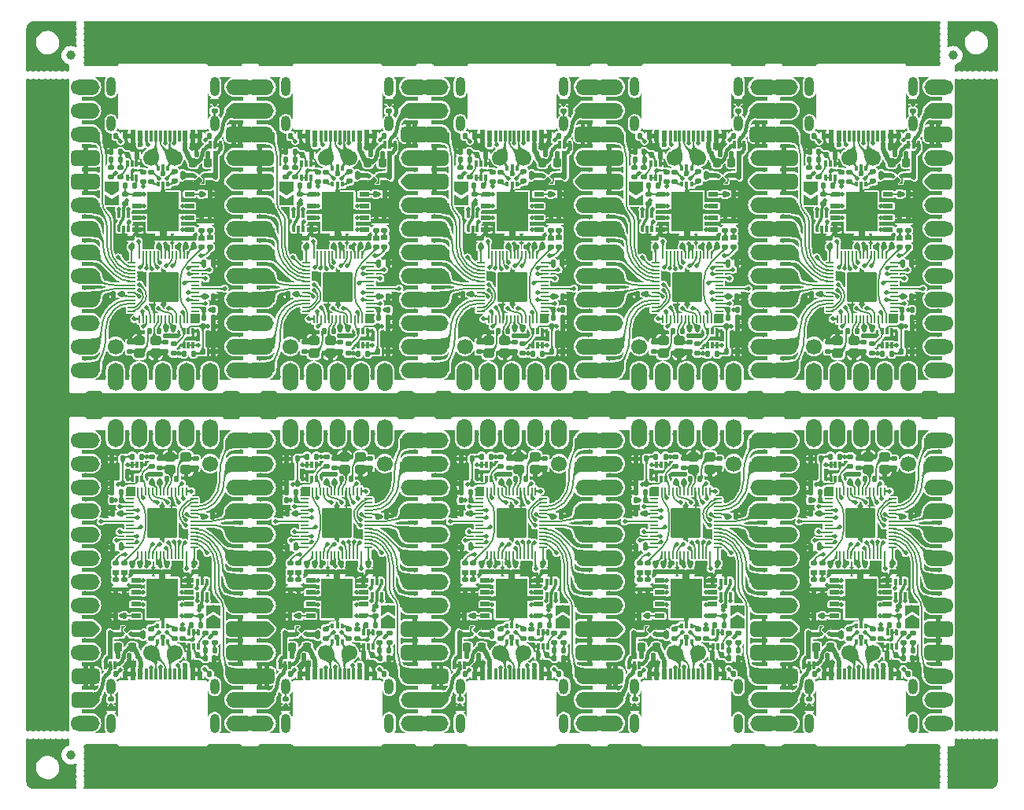
<source format=gtl>
G04 #@! TF.GenerationSoftware,KiCad,Pcbnew,7.0.0-da2b9df05c~165~ubuntu22.04.1*
G04 #@! TF.CreationDate,2023-08-03T16:43:10+00:00*
G04 #@! TF.ProjectId,helios-panel,68656c69-6f73-42d7-9061-6e656c2e6b69,rev1.0*
G04 #@! TF.SameCoordinates,Original*
G04 #@! TF.FileFunction,Copper,L1,Top*
G04 #@! TF.FilePolarity,Positive*
%FSLAX46Y46*%
G04 Gerber Fmt 4.6, Leading zero omitted, Abs format (unit mm)*
G04 Created by KiCad (PCBNEW 7.0.0-da2b9df05c~165~ubuntu22.04.1) date 2023-08-03 16:43:10*
%MOMM*%
%LPD*%
G01*
G04 APERTURE LIST*
G04 Aperture macros list*
%AMRoundRect*
0 Rectangle with rounded corners*
0 $1 Rounding radius*
0 $2 $3 $4 $5 $6 $7 $8 $9 X,Y pos of 4 corners*
0 Add a 4 corners polygon primitive as box body*
4,1,4,$2,$3,$4,$5,$6,$7,$8,$9,$2,$3,0*
0 Add four circle primitives for the rounded corners*
1,1,$1+$1,$2,$3*
1,1,$1+$1,$4,$5*
1,1,$1+$1,$6,$7*
1,1,$1+$1,$8,$9*
0 Add four rect primitives between the rounded corners*
20,1,$1+$1,$2,$3,$4,$5,0*
20,1,$1+$1,$4,$5,$6,$7,0*
20,1,$1+$1,$6,$7,$8,$9,0*
20,1,$1+$1,$8,$9,$2,$3,0*%
%AMRotRect*
0 Rectangle, with rotation*
0 The origin of the aperture is its center*
0 $1 length*
0 $2 width*
0 $3 Rotation angle, in degrees counterclockwise*
0 Add horizontal line*
21,1,$1,$2,0,0,$3*%
%AMOutline5P*
0 Free polygon, 5 corners , with rotation*
0 The origin of the aperture is its center*
0 number of corners: always 5*
0 $1 to $10 corner X, Y*
0 $11 Rotation angle, in degrees counterclockwise*
0 create outline with 5 corners*
4,1,5,$1,$2,$3,$4,$5,$6,$7,$8,$9,$10,$1,$2,$11*%
%AMOutline6P*
0 Free polygon, 6 corners , with rotation*
0 The origin of the aperture is its center*
0 number of corners: always 6*
0 $1 to $12 corner X, Y*
0 $13 Rotation angle, in degrees counterclockwise*
0 create outline with 6 corners*
4,1,6,$1,$2,$3,$4,$5,$6,$7,$8,$9,$10,$11,$12,$1,$2,$13*%
%AMOutline7P*
0 Free polygon, 7 corners , with rotation*
0 The origin of the aperture is its center*
0 number of corners: always 7*
0 $1 to $14 corner X, Y*
0 $15 Rotation angle, in degrees counterclockwise*
0 create outline with 7 corners*
4,1,7,$1,$2,$3,$4,$5,$6,$7,$8,$9,$10,$11,$12,$13,$14,$1,$2,$15*%
%AMOutline8P*
0 Free polygon, 8 corners , with rotation*
0 The origin of the aperture is its center*
0 number of corners: always 8*
0 $1 to $16 corner X, Y*
0 $17 Rotation angle, in degrees counterclockwise*
0 create outline with 8 corners*
4,1,8,$1,$2,$3,$4,$5,$6,$7,$8,$9,$10,$11,$12,$13,$14,$15,$16,$1,$2,$17*%
%AMFreePoly0*
4,1,18,-0.437500,0.000000,-0.337500,0.100000,0.387500,0.100000,0.406634,0.096194,0.422855,0.085355,0.433694,0.069134,0.437500,0.050000,0.437500,-0.050000,0.433694,-0.069134,0.422855,-0.085355,0.406634,-0.096194,0.387500,-0.100000,-0.387500,-0.100000,-0.406634,-0.096194,-0.422855,-0.085355,-0.433694,-0.069134,-0.437500,-0.050000,-0.437500,0.000000,-0.437500,0.000000,$1*%
%AMFreePoly1*
4,1,6,1.000000,0.000000,0.500000,-0.750000,-0.500000,-0.750000,-0.500000,0.750000,0.500000,0.750000,1.000000,0.000000,1.000000,0.000000,$1*%
%AMFreePoly2*
4,1,6,0.500000,-0.750000,-0.650000,-0.750000,-0.150000,0.000000,-0.650000,0.750000,0.500000,0.750000,0.500000,-0.750000,0.500000,-0.750000,$1*%
%AMFreePoly3*
4,1,18,-0.520000,0.066000,-0.366000,0.220000,0.493600,0.220000,0.503703,0.217990,0.512268,0.212268,0.517990,0.203703,0.520000,0.193600,0.520000,-0.193600,0.517990,-0.203703,0.512268,-0.212268,0.503703,-0.217990,0.493600,-0.220000,-0.493600,-0.220000,-0.503703,-0.217990,-0.512268,-0.212268,-0.517990,-0.203703,-0.520000,-0.193600,-0.520000,0.066000,-0.520000,0.066000,$1*%
%AMFreePoly4*
4,1,6,0.250000,0.065000,0.005000,-0.185000,-0.175000,-0.185000,-0.175000,0.095000,0.250000,0.095000,0.250000,0.065000,0.250000,0.065000,$1*%
%AMFreePoly5*
4,1,6,0.250000,-0.065000,0.250000,-0.095000,-0.175000,-0.095000,-0.175000,0.185000,0.005000,0.185000,0.250000,-0.065000,0.250000,-0.065000,$1*%
%AMFreePoly6*
4,1,6,0.175000,-0.095000,-0.250000,-0.095000,-0.250000,-0.065000,-0.005000,0.185000,0.175000,0.185000,0.175000,-0.095000,0.175000,-0.095000,$1*%
%AMFreePoly7*
4,1,6,0.175000,-0.185000,-0.005000,-0.185000,-0.250000,0.065000,-0.250000,0.095000,0.175000,0.095000,0.175000,-0.185000,0.175000,-0.185000,$1*%
G04 Aperture macros list end*
G04 #@! TA.AperFunction,EtchedComponent*
%ADD10C,0.400000*%
G04 #@! TD*
G04 #@! TA.AperFunction,SMDPad,CuDef*
%ADD11Outline5P,-0.350000X0.051000X-0.231000X0.170000X0.350000X0.170000X0.350000X-0.170000X-0.350000X-0.170000X90.000000*%
G04 #@! TD*
G04 #@! TA.AperFunction,SMDPad,CuDef*
%ADD12R,0.340000X0.700000*%
G04 #@! TD*
G04 #@! TA.AperFunction,SMDPad,CuDef*
%ADD13Outline5P,-0.350000X0.051000X-0.231000X0.170000X0.350000X0.170000X0.350000X-0.170000X-0.350000X-0.170000X270.000000*%
G04 #@! TD*
G04 #@! TA.AperFunction,SMDPad,CuDef*
%ADD14RoundRect,0.135000X-0.135000X-0.185000X0.135000X-0.185000X0.135000X0.185000X-0.135000X0.185000X0*%
G04 #@! TD*
G04 #@! TA.AperFunction,SMDPad,CuDef*
%ADD15RoundRect,0.135000X0.135000X0.185000X-0.135000X0.185000X-0.135000X-0.185000X0.135000X-0.185000X0*%
G04 #@! TD*
G04 #@! TA.AperFunction,SMDPad,CuDef*
%ADD16RoundRect,0.135000X-0.185000X0.135000X-0.185000X-0.135000X0.185000X-0.135000X0.185000X0.135000X0*%
G04 #@! TD*
G04 #@! TA.AperFunction,SMDPad,CuDef*
%ADD17RoundRect,0.135000X0.185000X-0.135000X0.185000X0.135000X-0.185000X0.135000X-0.185000X-0.135000X0*%
G04 #@! TD*
G04 #@! TA.AperFunction,SMDPad,CuDef*
%ADD18RoundRect,0.140000X-0.140000X-0.170000X0.140000X-0.170000X0.140000X0.170000X-0.140000X0.170000X0*%
G04 #@! TD*
G04 #@! TA.AperFunction,SMDPad,CuDef*
%ADD19RoundRect,0.140000X0.140000X0.170000X-0.140000X0.170000X-0.140000X-0.170000X0.140000X-0.170000X0*%
G04 #@! TD*
G04 #@! TA.AperFunction,SMDPad,CuDef*
%ADD20Outline5P,-0.250000X0.056250X-0.118750X0.187500X0.250000X0.187500X0.250000X-0.187500X-0.250000X-0.187500X270.000000*%
G04 #@! TD*
G04 #@! TA.AperFunction,SMDPad,CuDef*
%ADD21R,0.300000X0.650000*%
G04 #@! TD*
G04 #@! TA.AperFunction,SMDPad,CuDef*
%ADD22R,0.375000X0.500000*%
G04 #@! TD*
G04 #@! TA.AperFunction,SMDPad,CuDef*
%ADD23Outline5P,-0.250000X0.056250X-0.118750X0.187500X0.250000X0.187500X0.250000X-0.187500X-0.250000X-0.187500X90.000000*%
G04 #@! TD*
G04 #@! TA.AperFunction,SMDPad,CuDef*
%ADD24FreePoly0,180.000000*%
G04 #@! TD*
G04 #@! TA.AperFunction,SMDPad,CuDef*
%ADD25RoundRect,0.050000X0.387500X0.050000X-0.387500X0.050000X-0.387500X-0.050000X0.387500X-0.050000X0*%
G04 #@! TD*
G04 #@! TA.AperFunction,SMDPad,CuDef*
%ADD26RoundRect,0.050000X0.050000X0.387500X-0.050000X0.387500X-0.050000X-0.387500X0.050000X-0.387500X0*%
G04 #@! TD*
G04 #@! TA.AperFunction,SMDPad,CuDef*
%ADD27RoundRect,0.144000X1.456000X1.456000X-1.456000X1.456000X-1.456000X-1.456000X1.456000X-1.456000X0*%
G04 #@! TD*
G04 #@! TA.AperFunction,SMDPad,CuDef*
%ADD28FreePoly0,0.000000*%
G04 #@! TD*
G04 #@! TA.AperFunction,SMDPad,CuDef*
%ADD29RoundRect,0.050000X-0.387500X-0.050000X0.387500X-0.050000X0.387500X0.050000X-0.387500X0.050000X0*%
G04 #@! TD*
G04 #@! TA.AperFunction,SMDPad,CuDef*
%ADD30RoundRect,0.050000X-0.050000X-0.387500X0.050000X-0.387500X0.050000X0.387500X-0.050000X0.387500X0*%
G04 #@! TD*
G04 #@! TA.AperFunction,SMDPad,CuDef*
%ADD31RoundRect,0.144000X-1.456000X-1.456000X1.456000X-1.456000X1.456000X1.456000X-1.456000X1.456000X0*%
G04 #@! TD*
G04 #@! TA.AperFunction,SMDPad,CuDef*
%ADD32RoundRect,0.075000X-0.075000X-0.375000X0.075000X-0.375000X0.075000X0.375000X-0.075000X0.375000X0*%
G04 #@! TD*
G04 #@! TA.AperFunction,SMDPad,CuDef*
%ADD33RoundRect,0.075000X0.075000X0.375000X-0.075000X0.375000X-0.075000X-0.375000X0.075000X-0.375000X0*%
G04 #@! TD*
G04 #@! TA.AperFunction,SMDPad,CuDef*
%ADD34RoundRect,0.140000X0.170000X-0.140000X0.170000X0.140000X-0.170000X0.140000X-0.170000X-0.140000X0*%
G04 #@! TD*
G04 #@! TA.AperFunction,SMDPad,CuDef*
%ADD35RoundRect,0.140000X-0.170000X0.140000X-0.170000X-0.140000X0.170000X-0.140000X0.170000X0.140000X0*%
G04 #@! TD*
G04 #@! TA.AperFunction,SMDPad,CuDef*
%ADD36C,1.000000*%
G04 #@! TD*
G04 #@! TA.AperFunction,SMDPad,CuDef*
%ADD37FreePoly1,90.000000*%
G04 #@! TD*
G04 #@! TA.AperFunction,SMDPad,CuDef*
%ADD38FreePoly2,90.000000*%
G04 #@! TD*
G04 #@! TA.AperFunction,SMDPad,CuDef*
%ADD39FreePoly1,270.000000*%
G04 #@! TD*
G04 #@! TA.AperFunction,SMDPad,CuDef*
%ADD40FreePoly2,270.000000*%
G04 #@! TD*
G04 #@! TA.AperFunction,CastellatedPad*
%ADD41C,1.700000*%
G04 #@! TD*
G04 #@! TA.AperFunction,ComponentPad*
%ADD42O,3.000000X1.700000*%
G04 #@! TD*
G04 #@! TA.AperFunction,CastellatedPad*
%ADD43RoundRect,0.425000X-0.425000X-0.425000X0.425000X-0.425000X0.425000X0.425000X-0.425000X0.425000X0*%
G04 #@! TD*
G04 #@! TA.AperFunction,ComponentPad*
%ADD44RoundRect,0.425000X1.075000X0.425000X-1.075000X0.425000X-1.075000X-0.425000X1.075000X-0.425000X0*%
G04 #@! TD*
G04 #@! TA.AperFunction,ComponentPad*
%ADD45O,1.700000X3.000000*%
G04 #@! TD*
G04 #@! TA.AperFunction,CastellatedPad*
%ADD46O,1.700000X1.700000*%
G04 #@! TD*
G04 #@! TA.AperFunction,ComponentPad*
%ADD47RoundRect,0.350000X0.000000X0.494975X-0.494975X0.000000X0.000000X-0.494975X0.494975X0.000000X0*%
G04 #@! TD*
G04 #@! TA.AperFunction,CastellatedPad*
%ADD48RoundRect,0.350000X0.894755X0.500000X-0.894755X0.500000X-0.894755X-0.500000X0.894755X-0.500000X0*%
G04 #@! TD*
G04 #@! TA.AperFunction,ComponentPad*
%ADD49RoundRect,0.425000X0.425000X0.425000X-0.425000X0.425000X-0.425000X-0.425000X0.425000X-0.425000X0*%
G04 #@! TD*
G04 #@! TA.AperFunction,CastellatedPad*
%ADD50RoundRect,0.425000X1.075000X0.425000X-1.075000X0.425000X-1.075000X-0.425000X1.075000X-0.425000X0*%
G04 #@! TD*
G04 #@! TA.AperFunction,CastellatedPad*
%ADD51RoundRect,0.350000X0.902255X0.500000X-0.902255X0.500000X-0.902255X-0.500000X0.902255X-0.500000X0*%
G04 #@! TD*
G04 #@! TA.AperFunction,ComponentPad*
%ADD52C,1.700000*%
G04 #@! TD*
G04 #@! TA.AperFunction,CastellatedPad*
%ADD53RoundRect,0.425000X0.425000X0.425000X-0.425000X0.425000X-0.425000X-0.425000X0.425000X-0.425000X0*%
G04 #@! TD*
G04 #@! TA.AperFunction,ComponentPad*
%ADD54RoundRect,0.425000X-1.075000X-0.425000X1.075000X-0.425000X1.075000X0.425000X-1.075000X0.425000X0*%
G04 #@! TD*
G04 #@! TA.AperFunction,ComponentPad*
%ADD55RoundRect,0.350000X0.000000X-0.494975X0.494975X0.000000X0.000000X0.494975X-0.494975X0.000000X0*%
G04 #@! TD*
G04 #@! TA.AperFunction,CastellatedPad*
%ADD56RoundRect,0.350000X-0.894755X-0.500000X0.894755X-0.500000X0.894755X0.500000X-0.894755X0.500000X0*%
G04 #@! TD*
G04 #@! TA.AperFunction,ComponentPad*
%ADD57RoundRect,0.425000X-0.425000X-0.425000X0.425000X-0.425000X0.425000X0.425000X-0.425000X0.425000X0*%
G04 #@! TD*
G04 #@! TA.AperFunction,CastellatedPad*
%ADD58RoundRect,0.425000X-1.075000X-0.425000X1.075000X-0.425000X1.075000X0.425000X-1.075000X0.425000X0*%
G04 #@! TD*
G04 #@! TA.AperFunction,CastellatedPad*
%ADD59RoundRect,0.350000X-0.902255X-0.500000X0.902255X-0.500000X0.902255X0.500000X-0.902255X0.500000X0*%
G04 #@! TD*
G04 #@! TA.AperFunction,SMDPad,CuDef*
%ADD60R,0.640000X0.590000*%
G04 #@! TD*
G04 #@! TA.AperFunction,SMDPad,CuDef*
%ADD61RoundRect,0.147500X0.172500X-0.147500X0.172500X0.147500X-0.172500X0.147500X-0.172500X-0.147500X0*%
G04 #@! TD*
G04 #@! TA.AperFunction,SMDPad,CuDef*
%ADD62RoundRect,0.147500X-0.172500X0.147500X-0.172500X-0.147500X0.172500X-0.147500X0.172500X0.147500X0*%
G04 #@! TD*
G04 #@! TA.AperFunction,SMDPad,CuDef*
%ADD63R,0.500000X0.700000*%
G04 #@! TD*
G04 #@! TA.AperFunction,SMDPad,CuDef*
%ADD64RoundRect,0.125000X0.125000X0.225000X-0.125000X0.225000X-0.125000X-0.225000X0.125000X-0.225000X0*%
G04 #@! TD*
G04 #@! TA.AperFunction,SMDPad,CuDef*
%ADD65RoundRect,0.125000X-0.125000X-0.225000X0.125000X-0.225000X0.125000X0.225000X-0.125000X0.225000X0*%
G04 #@! TD*
G04 #@! TA.AperFunction,SMDPad,CuDef*
%ADD66RoundRect,0.250000X-0.325000X-0.250000X0.325000X-0.250000X0.325000X0.250000X-0.325000X0.250000X0*%
G04 #@! TD*
G04 #@! TA.AperFunction,SMDPad,CuDef*
%ADD67RoundRect,0.250000X0.325000X0.250000X-0.325000X0.250000X-0.325000X-0.250000X0.325000X-0.250000X0*%
G04 #@! TD*
G04 #@! TA.AperFunction,SMDPad,CuDef*
%ADD68FreePoly3,0.000000*%
G04 #@! TD*
G04 #@! TA.AperFunction,SMDPad,CuDef*
%ADD69RoundRect,0.026400X-0.493600X-0.193600X0.493600X-0.193600X0.493600X0.193600X-0.493600X0.193600X0*%
G04 #@! TD*
G04 #@! TA.AperFunction,SMDPad,CuDef*
%ADD70R,3.400000X4.300000*%
G04 #@! TD*
G04 #@! TA.AperFunction,SMDPad,CuDef*
%ADD71FreePoly3,180.000000*%
G04 #@! TD*
G04 #@! TA.AperFunction,SMDPad,CuDef*
%ADD72RoundRect,0.026400X0.493600X0.193600X-0.493600X0.193600X-0.493600X-0.193600X0.493600X-0.193600X0*%
G04 #@! TD*
G04 #@! TA.AperFunction,SMDPad,CuDef*
%ADD73RoundRect,0.137500X-0.137500X0.212500X-0.137500X-0.212500X0.137500X-0.212500X0.137500X0.212500X0*%
G04 #@! TD*
G04 #@! TA.AperFunction,SMDPad,CuDef*
%ADD74RoundRect,0.137500X0.137500X-0.212500X0.137500X0.212500X-0.137500X0.212500X-0.137500X-0.212500X0*%
G04 #@! TD*
G04 #@! TA.AperFunction,SMDPad,CuDef*
%ADD75FreePoly4,180.000000*%
G04 #@! TD*
G04 #@! TA.AperFunction,SMDPad,CuDef*
%ADD76FreePoly5,180.000000*%
G04 #@! TD*
G04 #@! TA.AperFunction,SMDPad,CuDef*
%ADD77FreePoly6,180.000000*%
G04 #@! TD*
G04 #@! TA.AperFunction,SMDPad,CuDef*
%ADD78FreePoly7,180.000000*%
G04 #@! TD*
G04 #@! TA.AperFunction,SMDPad,CuDef*
%ADD79RotRect,0.480000X0.480000X135.000000*%
G04 #@! TD*
G04 #@! TA.AperFunction,SMDPad,CuDef*
%ADD80FreePoly4,0.000000*%
G04 #@! TD*
G04 #@! TA.AperFunction,SMDPad,CuDef*
%ADD81FreePoly5,0.000000*%
G04 #@! TD*
G04 #@! TA.AperFunction,SMDPad,CuDef*
%ADD82FreePoly6,0.000000*%
G04 #@! TD*
G04 #@! TA.AperFunction,SMDPad,CuDef*
%ADD83FreePoly7,0.000000*%
G04 #@! TD*
G04 #@! TA.AperFunction,SMDPad,CuDef*
%ADD84RotRect,0.480000X0.480000X315.000000*%
G04 #@! TD*
G04 #@! TA.AperFunction,SMDPad,CuDef*
%ADD85R,0.600000X1.150000*%
G04 #@! TD*
G04 #@! TA.AperFunction,SMDPad,CuDef*
%ADD86R,0.300000X1.150000*%
G04 #@! TD*
G04 #@! TA.AperFunction,ComponentPad*
%ADD87O,1.000000X1.700000*%
G04 #@! TD*
G04 #@! TA.AperFunction,ComponentPad*
%ADD88O,1.000000X2.100000*%
G04 #@! TD*
G04 #@! TA.AperFunction,SMDPad,CuDef*
%ADD89RoundRect,0.218750X-0.218750X-0.256250X0.218750X-0.256250X0.218750X0.256250X-0.218750X0.256250X0*%
G04 #@! TD*
G04 #@! TA.AperFunction,SMDPad,CuDef*
%ADD90RoundRect,0.218750X0.218750X0.256250X-0.218750X0.256250X-0.218750X-0.256250X0.218750X-0.256250X0*%
G04 #@! TD*
G04 #@! TA.AperFunction,ViaPad*
%ADD91C,0.460000*%
G04 #@! TD*
G04 #@! TA.AperFunction,ViaPad*
%ADD92C,0.600000*%
G04 #@! TD*
G04 #@! TA.AperFunction,Conductor*
%ADD93C,0.200000*%
G04 #@! TD*
G04 #@! TA.AperFunction,Conductor*
%ADD94C,0.500000*%
G04 #@! TD*
G04 #@! TA.AperFunction,Conductor*
%ADD95C,0.300000*%
G04 #@! TD*
G04 #@! TA.AperFunction,Conductor*
%ADD96C,0.400000*%
G04 #@! TD*
G04 APERTURE END LIST*
D10*
G04 #@! TO.C,JP2*
X83975000Y13510000D02*
X84225000Y13510000D01*
X20925000Y69530000D02*
X20675000Y69530000D01*
X58485000Y69530000D02*
X58235000Y69530000D01*
X39705000Y69530000D02*
X39455000Y69530000D01*
X65195000Y13510000D02*
X65445000Y13510000D01*
X77265000Y69530000D02*
X77015000Y69530000D01*
X96045000Y69530000D02*
X95795000Y69530000D01*
X27635000Y13510000D02*
X27885000Y13510000D01*
X8855000Y13510000D02*
X9105000Y13510000D01*
X46415000Y13510000D02*
X46665000Y13510000D01*
G04 #@! TD*
D11*
G04 #@! TO.P,Q1,1,S*
G04 #@! TO.N,Board_6-GND*
X30404999Y33579999D03*
D12*
G04 #@! TO.P,Q1,2,G*
G04 #@! TO.N,Board_6-/RESET*
X30904999Y33579999D03*
G04 #@! TO.P,Q1,3,D*
G04 #@! TO.N,Board_6-/RST*
X31404999Y33579999D03*
G04 #@! TO.P,Q1,4,S*
G04 #@! TO.N,Board_6-GND*
X31404999Y35079999D03*
G04 #@! TO.P,Q1,5,G*
G04 #@! TO.N,Board_6-Net-(Q1A-D)*
X30904999Y35079999D03*
G04 #@! TO.P,Q1,6,D*
X30404999Y35079999D03*
G04 #@! TD*
D11*
G04 #@! TO.P,Q1,1,S*
G04 #@! TO.N,Board_7-GND*
X49184999Y33579999D03*
D12*
G04 #@! TO.P,Q1,2,G*
G04 #@! TO.N,Board_7-/RESET*
X49684999Y33579999D03*
G04 #@! TO.P,Q1,3,D*
G04 #@! TO.N,Board_7-/RST*
X50184999Y33579999D03*
G04 #@! TO.P,Q1,4,S*
G04 #@! TO.N,Board_7-GND*
X50184999Y35079999D03*
G04 #@! TO.P,Q1,5,G*
G04 #@! TO.N,Board_7-Net-(Q1A-D)*
X49684999Y35079999D03*
G04 #@! TO.P,Q1,6,D*
X49184999Y35079999D03*
G04 #@! TD*
D13*
G04 #@! TO.P,Q1,1,S*
G04 #@! TO.N,Board_3-GND*
X74494999Y49459999D03*
D12*
G04 #@! TO.P,Q1,2,G*
G04 #@! TO.N,Board_3-/RESET*
X73994999Y49459999D03*
G04 #@! TO.P,Q1,3,D*
G04 #@! TO.N,Board_3-/RST*
X73494999Y49459999D03*
G04 #@! TO.P,Q1,4,S*
G04 #@! TO.N,Board_3-GND*
X73494999Y47959999D03*
G04 #@! TO.P,Q1,5,G*
G04 #@! TO.N,Board_3-Net-(Q1A-D)*
X73994999Y47959999D03*
G04 #@! TO.P,Q1,6,D*
X74494999Y47959999D03*
G04 #@! TD*
D13*
G04 #@! TO.P,Q1,1,S*
G04 #@! TO.N,Board_2-GND*
X55714999Y49459999D03*
D12*
G04 #@! TO.P,Q1,2,G*
G04 #@! TO.N,Board_2-/RESET*
X55214999Y49459999D03*
G04 #@! TO.P,Q1,3,D*
G04 #@! TO.N,Board_2-/RST*
X54714999Y49459999D03*
G04 #@! TO.P,Q1,4,S*
G04 #@! TO.N,Board_2-GND*
X54714999Y47959999D03*
G04 #@! TO.P,Q1,5,G*
G04 #@! TO.N,Board_2-Net-(Q1A-D)*
X55214999Y47959999D03*
G04 #@! TO.P,Q1,6,D*
X55714999Y47959999D03*
G04 #@! TD*
D13*
G04 #@! TO.P,Q1,1,S*
G04 #@! TO.N,Board_4-GND*
X93274999Y49459999D03*
D12*
G04 #@! TO.P,Q1,2,G*
G04 #@! TO.N,Board_4-/RESET*
X92774999Y49459999D03*
G04 #@! TO.P,Q1,3,D*
G04 #@! TO.N,Board_4-/RST*
X92274999Y49459999D03*
G04 #@! TO.P,Q1,4,S*
G04 #@! TO.N,Board_4-GND*
X92274999Y47959999D03*
G04 #@! TO.P,Q1,5,G*
G04 #@! TO.N,Board_4-Net-(Q1A-D)*
X92774999Y47959999D03*
G04 #@! TO.P,Q1,6,D*
X93274999Y47959999D03*
G04 #@! TD*
D13*
G04 #@! TO.P,Q1,1,S*
G04 #@! TO.N,Board_0-GND*
X18154999Y49459999D03*
D12*
G04 #@! TO.P,Q1,2,G*
G04 #@! TO.N,Board_0-/RESET*
X17654999Y49459999D03*
G04 #@! TO.P,Q1,3,D*
G04 #@! TO.N,Board_0-/RST*
X17154999Y49459999D03*
G04 #@! TO.P,Q1,4,S*
G04 #@! TO.N,Board_0-GND*
X17154999Y47959999D03*
G04 #@! TO.P,Q1,5,G*
G04 #@! TO.N,Board_0-Net-(Q1A-D)*
X17654999Y47959999D03*
G04 #@! TO.P,Q1,6,D*
X18154999Y47959999D03*
G04 #@! TD*
D11*
G04 #@! TO.P,Q1,1,S*
G04 #@! TO.N,Board_8-GND*
X67964999Y33579999D03*
D12*
G04 #@! TO.P,Q1,2,G*
G04 #@! TO.N,Board_8-/RESET*
X68464999Y33579999D03*
G04 #@! TO.P,Q1,3,D*
G04 #@! TO.N,Board_8-/RST*
X68964999Y33579999D03*
G04 #@! TO.P,Q1,4,S*
G04 #@! TO.N,Board_8-GND*
X68964999Y35079999D03*
G04 #@! TO.P,Q1,5,G*
G04 #@! TO.N,Board_8-Net-(Q1A-D)*
X68464999Y35079999D03*
G04 #@! TO.P,Q1,6,D*
X67964999Y35079999D03*
G04 #@! TD*
D11*
G04 #@! TO.P,Q1,1,S*
G04 #@! TO.N,Board_5-GND*
X11624999Y33579999D03*
D12*
G04 #@! TO.P,Q1,2,G*
G04 #@! TO.N,Board_5-/RESET*
X12124999Y33579999D03*
G04 #@! TO.P,Q1,3,D*
G04 #@! TO.N,Board_5-/RST*
X12624999Y33579999D03*
G04 #@! TO.P,Q1,4,S*
G04 #@! TO.N,Board_5-GND*
X12624999Y35079999D03*
G04 #@! TO.P,Q1,5,G*
G04 #@! TO.N,Board_5-Net-(Q1A-D)*
X12124999Y35079999D03*
G04 #@! TO.P,Q1,6,D*
X11624999Y35079999D03*
G04 #@! TD*
D11*
G04 #@! TO.P,Q1,1,S*
G04 #@! TO.N,Board_9-GND*
X86744999Y33579999D03*
D12*
G04 #@! TO.P,Q1,2,G*
G04 #@! TO.N,Board_9-/RESET*
X87244999Y33579999D03*
G04 #@! TO.P,Q1,3,D*
G04 #@! TO.N,Board_9-/RST*
X87744999Y33579999D03*
G04 #@! TO.P,Q1,4,S*
G04 #@! TO.N,Board_9-GND*
X87744999Y35079999D03*
G04 #@! TO.P,Q1,5,G*
G04 #@! TO.N,Board_9-Net-(Q1A-D)*
X87244999Y35079999D03*
G04 #@! TO.P,Q1,6,D*
X86744999Y35079999D03*
G04 #@! TD*
D13*
G04 #@! TO.P,Q1,1,S*
G04 #@! TO.N,Board_1-GND*
X36934999Y49459999D03*
D12*
G04 #@! TO.P,Q1,2,G*
G04 #@! TO.N,Board_1-/RESET*
X36434999Y49459999D03*
G04 #@! TO.P,Q1,3,D*
G04 #@! TO.N,Board_1-/RST*
X35934999Y49459999D03*
G04 #@! TO.P,Q1,4,S*
G04 #@! TO.N,Board_1-GND*
X35934999Y47959999D03*
G04 #@! TO.P,Q1,5,G*
G04 #@! TO.N,Board_1-Net-(Q1A-D)*
X36434999Y47959999D03*
G04 #@! TO.P,Q1,6,D*
X36934999Y47959999D03*
G04 #@! TD*
D14*
G04 #@! TO.P,R5,1*
G04 #@! TO.N,Board_8-Net-(Q2B-G)*
X75775000Y15135000D03*
G04 #@! TO.P,R5,2*
G04 #@! TO.N,Board_8-Net-(R5-Pad2)*
X76795000Y15135000D03*
G04 #@! TD*
G04 #@! TO.P,R5,1*
G04 #@! TO.N,Board_9-Net-(Q2B-G)*
X94555000Y15135000D03*
G04 #@! TO.P,R5,2*
G04 #@! TO.N,Board_9-Net-(R5-Pad2)*
X95575000Y15135000D03*
G04 #@! TD*
D15*
G04 #@! TO.P,R5,1*
G04 #@! TO.N,Board_0-Net-(Q2B-G)*
X10345000Y67905000D03*
G04 #@! TO.P,R5,2*
G04 #@! TO.N,Board_0-Net-(R5-Pad2)*
X9325000Y67905000D03*
G04 #@! TD*
G04 #@! TO.P,R5,1*
G04 #@! TO.N,Board_1-Net-(Q2B-G)*
X29125000Y67905000D03*
G04 #@! TO.P,R5,2*
G04 #@! TO.N,Board_1-Net-(R5-Pad2)*
X28105000Y67905000D03*
G04 #@! TD*
G04 #@! TO.P,R5,1*
G04 #@! TO.N,Board_2-Net-(Q2B-G)*
X47905000Y67905000D03*
G04 #@! TO.P,R5,2*
G04 #@! TO.N,Board_2-Net-(R5-Pad2)*
X46885000Y67905000D03*
G04 #@! TD*
G04 #@! TO.P,R5,1*
G04 #@! TO.N,Board_3-Net-(Q2B-G)*
X66685000Y67905000D03*
G04 #@! TO.P,R5,2*
G04 #@! TO.N,Board_3-Net-(R5-Pad2)*
X65665000Y67905000D03*
G04 #@! TD*
D14*
G04 #@! TO.P,R5,1*
G04 #@! TO.N,Board_5-Net-(Q2B-G)*
X19435000Y15135000D03*
G04 #@! TO.P,R5,2*
G04 #@! TO.N,Board_5-Net-(R5-Pad2)*
X20455000Y15135000D03*
G04 #@! TD*
D15*
G04 #@! TO.P,R5,1*
G04 #@! TO.N,Board_4-Net-(Q2B-G)*
X85465000Y67905000D03*
G04 #@! TO.P,R5,2*
G04 #@! TO.N,Board_4-Net-(R5-Pad2)*
X84445000Y67905000D03*
G04 #@! TD*
D14*
G04 #@! TO.P,R5,1*
G04 #@! TO.N,Board_6-Net-(Q2B-G)*
X38215000Y15135000D03*
G04 #@! TO.P,R5,2*
G04 #@! TO.N,Board_6-Net-(R5-Pad2)*
X39235000Y15135000D03*
G04 #@! TD*
G04 #@! TO.P,R5,1*
G04 #@! TO.N,Board_7-Net-(Q2B-G)*
X56995000Y15135000D03*
G04 #@! TO.P,R5,2*
G04 #@! TO.N,Board_7-Net-(R5-Pad2)*
X58015000Y15135000D03*
G04 #@! TD*
D16*
G04 #@! TO.P,R3,1*
G04 #@! TO.N,Board_8-+3V3*
X70045000Y35950000D03*
G04 #@! TO.P,R3,2*
G04 #@! TO.N,Board_8-/RST*
X70045000Y34930000D03*
G04 #@! TD*
G04 #@! TO.P,R3,1*
G04 #@! TO.N,Board_7-+3V3*
X51265000Y35950000D03*
G04 #@! TO.P,R3,2*
G04 #@! TO.N,Board_7-/RST*
X51265000Y34930000D03*
G04 #@! TD*
G04 #@! TO.P,R3,1*
G04 #@! TO.N,Board_9-+3V3*
X88825000Y35950000D03*
G04 #@! TO.P,R3,2*
G04 #@! TO.N,Board_9-/RST*
X88825000Y34930000D03*
G04 #@! TD*
D17*
G04 #@! TO.P,R3,1*
G04 #@! TO.N,Board_2-+3V3*
X53635000Y47090000D03*
G04 #@! TO.P,R3,2*
G04 #@! TO.N,Board_2-/RST*
X53635000Y48110000D03*
G04 #@! TD*
G04 #@! TO.P,R3,1*
G04 #@! TO.N,Board_1-+3V3*
X34855000Y47090000D03*
G04 #@! TO.P,R3,2*
G04 #@! TO.N,Board_1-/RST*
X34855000Y48110000D03*
G04 #@! TD*
G04 #@! TO.P,R3,1*
G04 #@! TO.N,Board_0-+3V3*
X16075000Y47090000D03*
G04 #@! TO.P,R3,2*
G04 #@! TO.N,Board_0-/RST*
X16075000Y48110000D03*
G04 #@! TD*
G04 #@! TO.P,R3,1*
G04 #@! TO.N,Board_4-+3V3*
X91195000Y47090000D03*
G04 #@! TO.P,R3,2*
G04 #@! TO.N,Board_4-/RST*
X91195000Y48110000D03*
G04 #@! TD*
G04 #@! TO.P,R3,1*
G04 #@! TO.N,Board_3-+3V3*
X72415000Y47090000D03*
G04 #@! TO.P,R3,2*
G04 #@! TO.N,Board_3-/RST*
X72415000Y48110000D03*
G04 #@! TD*
D16*
G04 #@! TO.P,R3,1*
G04 #@! TO.N,Board_5-+3V3*
X13705000Y35950000D03*
G04 #@! TO.P,R3,2*
G04 #@! TO.N,Board_5-/RST*
X13705000Y34930000D03*
G04 #@! TD*
G04 #@! TO.P,R3,1*
G04 #@! TO.N,Board_6-+3V3*
X32485000Y35950000D03*
G04 #@! TO.P,R3,2*
G04 #@! TO.N,Board_6-/RST*
X32485000Y34930000D03*
G04 #@! TD*
D18*
G04 #@! TO.P,C3,1*
G04 #@! TO.N,Board_2-VBUS*
X55105000Y68560000D03*
G04 #@! TO.P,C3,2*
G04 #@! TO.N,Board_2-GND*
X56065000Y68560000D03*
G04 #@! TD*
G04 #@! TO.P,C3,1*
G04 #@! TO.N,Board_3-VBUS*
X73885000Y68560000D03*
G04 #@! TO.P,C3,2*
G04 #@! TO.N,Board_3-GND*
X74845000Y68560000D03*
G04 #@! TD*
G04 #@! TO.P,C3,1*
G04 #@! TO.N,Board_0-VBUS*
X17545000Y68560000D03*
G04 #@! TO.P,C3,2*
G04 #@! TO.N,Board_0-GND*
X18505000Y68560000D03*
G04 #@! TD*
D19*
G04 #@! TO.P,C3,1*
G04 #@! TO.N,Board_5-VBUS*
X12235000Y14480000D03*
G04 #@! TO.P,C3,2*
G04 #@! TO.N,Board_5-GND*
X11275000Y14480000D03*
G04 #@! TD*
D18*
G04 #@! TO.P,C3,1*
G04 #@! TO.N,Board_4-VBUS*
X92665000Y68560000D03*
G04 #@! TO.P,C3,2*
G04 #@! TO.N,Board_4-GND*
X93625000Y68560000D03*
G04 #@! TD*
D19*
G04 #@! TO.P,C3,1*
G04 #@! TO.N,Board_8-VBUS*
X68575000Y14480000D03*
G04 #@! TO.P,C3,2*
G04 #@! TO.N,Board_8-GND*
X67615000Y14480000D03*
G04 #@! TD*
G04 #@! TO.P,C3,1*
G04 #@! TO.N,Board_7-VBUS*
X49795000Y14480000D03*
G04 #@! TO.P,C3,2*
G04 #@! TO.N,Board_7-GND*
X48835000Y14480000D03*
G04 #@! TD*
G04 #@! TO.P,C3,1*
G04 #@! TO.N,Board_6-VBUS*
X31015000Y14480000D03*
G04 #@! TO.P,C3,2*
G04 #@! TO.N,Board_6-GND*
X30055000Y14480000D03*
G04 #@! TD*
D18*
G04 #@! TO.P,C3,1*
G04 #@! TO.N,Board_1-VBUS*
X36325000Y68560000D03*
G04 #@! TO.P,C3,2*
G04 #@! TO.N,Board_1-GND*
X37285000Y68560000D03*
G04 #@! TD*
D19*
G04 #@! TO.P,C3,1*
G04 #@! TO.N,Board_9-VBUS*
X87355000Y14480000D03*
G04 #@! TO.P,C3,2*
G04 #@! TO.N,Board_9-GND*
X86395000Y14480000D03*
G04 #@! TD*
D20*
G04 #@! TO.P,U1,1,I/O1*
G04 #@! TO.N,Board_7-/USB+*
X52982499Y17759999D03*
D21*
G04 #@! TO.P,U1,2,GND*
G04 #@! TO.N,Board_7-GND*
X52444999Y17834999D03*
D22*
G04 #@! TO.P,U1,3,I/O2*
G04 #@! TO.N,Board_7-/USB-*
X51907499Y17759999D03*
G04 #@! TO.P,U1,4,I/O2*
G04 #@! TO.N,Board_7-/PORT-*
X51907499Y16059999D03*
D21*
G04 #@! TO.P,U1,5,VBUS*
G04 #@! TO.N,Board_7-+5V*
X52444999Y15984999D03*
D22*
G04 #@! TO.P,U1,6,I/O1*
G04 #@! TO.N,Board_7-/PORT+*
X52982499Y16059999D03*
G04 #@! TD*
D20*
G04 #@! TO.P,U1,1,I/O1*
G04 #@! TO.N,Board_8-/USB+*
X71762499Y17759999D03*
D21*
G04 #@! TO.P,U1,2,GND*
G04 #@! TO.N,Board_8-GND*
X71224999Y17834999D03*
D22*
G04 #@! TO.P,U1,3,I/O2*
G04 #@! TO.N,Board_8-/USB-*
X70687499Y17759999D03*
G04 #@! TO.P,U1,4,I/O2*
G04 #@! TO.N,Board_8-/PORT-*
X70687499Y16059999D03*
D21*
G04 #@! TO.P,U1,5,VBUS*
G04 #@! TO.N,Board_8-+5V*
X71224999Y15984999D03*
D22*
G04 #@! TO.P,U1,6,I/O1*
G04 #@! TO.N,Board_8-/PORT+*
X71762499Y16059999D03*
G04 #@! TD*
D20*
G04 #@! TO.P,U1,1,I/O1*
G04 #@! TO.N,Board_9-/USB+*
X90542499Y17759999D03*
D21*
G04 #@! TO.P,U1,2,GND*
G04 #@! TO.N,Board_9-GND*
X90004999Y17834999D03*
D22*
G04 #@! TO.P,U1,3,I/O2*
G04 #@! TO.N,Board_9-/USB-*
X89467499Y17759999D03*
G04 #@! TO.P,U1,4,I/O2*
G04 #@! TO.N,Board_9-/PORT-*
X89467499Y16059999D03*
D21*
G04 #@! TO.P,U1,5,VBUS*
G04 #@! TO.N,Board_9-+5V*
X90004999Y15984999D03*
D22*
G04 #@! TO.P,U1,6,I/O1*
G04 #@! TO.N,Board_9-/PORT+*
X90542499Y16059999D03*
G04 #@! TD*
D23*
G04 #@! TO.P,U1,1,I/O1*
G04 #@! TO.N,Board_1-/USB+*
X33137499Y65279999D03*
D21*
G04 #@! TO.P,U1,2,GND*
G04 #@! TO.N,Board_1-GND*
X33674999Y65204999D03*
D22*
G04 #@! TO.P,U1,3,I/O2*
G04 #@! TO.N,Board_1-/USB-*
X34212499Y65279999D03*
G04 #@! TO.P,U1,4,I/O2*
G04 #@! TO.N,Board_1-/PORT-*
X34212499Y66979999D03*
D21*
G04 #@! TO.P,U1,5,VBUS*
G04 #@! TO.N,Board_1-+5V*
X33674999Y67054999D03*
D22*
G04 #@! TO.P,U1,6,I/O1*
G04 #@! TO.N,Board_1-/PORT+*
X33137499Y66979999D03*
G04 #@! TD*
D23*
G04 #@! TO.P,U1,1,I/O1*
G04 #@! TO.N,Board_2-/USB+*
X51917499Y65279999D03*
D21*
G04 #@! TO.P,U1,2,GND*
G04 #@! TO.N,Board_2-GND*
X52454999Y65204999D03*
D22*
G04 #@! TO.P,U1,3,I/O2*
G04 #@! TO.N,Board_2-/USB-*
X52992499Y65279999D03*
G04 #@! TO.P,U1,4,I/O2*
G04 #@! TO.N,Board_2-/PORT-*
X52992499Y66979999D03*
D21*
G04 #@! TO.P,U1,5,VBUS*
G04 #@! TO.N,Board_2-+5V*
X52454999Y67054999D03*
D22*
G04 #@! TO.P,U1,6,I/O1*
G04 #@! TO.N,Board_2-/PORT+*
X51917499Y66979999D03*
G04 #@! TD*
D23*
G04 #@! TO.P,U1,1,I/O1*
G04 #@! TO.N,Board_3-/USB+*
X70697499Y65279999D03*
D21*
G04 #@! TO.P,U1,2,GND*
G04 #@! TO.N,Board_3-GND*
X71234999Y65204999D03*
D22*
G04 #@! TO.P,U1,3,I/O2*
G04 #@! TO.N,Board_3-/USB-*
X71772499Y65279999D03*
G04 #@! TO.P,U1,4,I/O2*
G04 #@! TO.N,Board_3-/PORT-*
X71772499Y66979999D03*
D21*
G04 #@! TO.P,U1,5,VBUS*
G04 #@! TO.N,Board_3-+5V*
X71234999Y67054999D03*
D22*
G04 #@! TO.P,U1,6,I/O1*
G04 #@! TO.N,Board_3-/PORT+*
X70697499Y66979999D03*
G04 #@! TD*
D23*
G04 #@! TO.P,U1,1,I/O1*
G04 #@! TO.N,Board_4-/USB+*
X89477499Y65279999D03*
D21*
G04 #@! TO.P,U1,2,GND*
G04 #@! TO.N,Board_4-GND*
X90014999Y65204999D03*
D22*
G04 #@! TO.P,U1,3,I/O2*
G04 #@! TO.N,Board_4-/USB-*
X90552499Y65279999D03*
G04 #@! TO.P,U1,4,I/O2*
G04 #@! TO.N,Board_4-/PORT-*
X90552499Y66979999D03*
D21*
G04 #@! TO.P,U1,5,VBUS*
G04 #@! TO.N,Board_4-+5V*
X90014999Y67054999D03*
D22*
G04 #@! TO.P,U1,6,I/O1*
G04 #@! TO.N,Board_4-/PORT+*
X89477499Y66979999D03*
G04 #@! TD*
D20*
G04 #@! TO.P,U1,1,I/O1*
G04 #@! TO.N,Board_5-/USB+*
X15422499Y17759999D03*
D21*
G04 #@! TO.P,U1,2,GND*
G04 #@! TO.N,Board_5-GND*
X14884999Y17834999D03*
D22*
G04 #@! TO.P,U1,3,I/O2*
G04 #@! TO.N,Board_5-/USB-*
X14347499Y17759999D03*
G04 #@! TO.P,U1,4,I/O2*
G04 #@! TO.N,Board_5-/PORT-*
X14347499Y16059999D03*
D21*
G04 #@! TO.P,U1,5,VBUS*
G04 #@! TO.N,Board_5-+5V*
X14884999Y15984999D03*
D22*
G04 #@! TO.P,U1,6,I/O1*
G04 #@! TO.N,Board_5-/PORT+*
X15422499Y16059999D03*
G04 #@! TD*
D20*
G04 #@! TO.P,U1,1,I/O1*
G04 #@! TO.N,Board_6-/USB+*
X34202499Y17759999D03*
D21*
G04 #@! TO.P,U1,2,GND*
G04 #@! TO.N,Board_6-GND*
X33664999Y17834999D03*
D22*
G04 #@! TO.P,U1,3,I/O2*
G04 #@! TO.N,Board_6-/USB-*
X33127499Y17759999D03*
G04 #@! TO.P,U1,4,I/O2*
G04 #@! TO.N,Board_6-/PORT-*
X33127499Y16059999D03*
D21*
G04 #@! TO.P,U1,5,VBUS*
G04 #@! TO.N,Board_6-+5V*
X33664999Y15984999D03*
D22*
G04 #@! TO.P,U1,6,I/O1*
G04 #@! TO.N,Board_6-/PORT+*
X34202499Y16059999D03*
G04 #@! TD*
D23*
G04 #@! TO.P,U1,1,I/O1*
G04 #@! TO.N,Board_0-/USB+*
X14357499Y65279999D03*
D21*
G04 #@! TO.P,U1,2,GND*
G04 #@! TO.N,Board_0-GND*
X14894999Y65204999D03*
D22*
G04 #@! TO.P,U1,3,I/O2*
G04 #@! TO.N,Board_0-/USB-*
X15432499Y65279999D03*
G04 #@! TO.P,U1,4,I/O2*
G04 #@! TO.N,Board_0-/PORT-*
X15432499Y66979999D03*
D21*
G04 #@! TO.P,U1,5,VBUS*
G04 #@! TO.N,Board_0-+5V*
X14894999Y67054999D03*
D22*
G04 #@! TO.P,U1,6,I/O1*
G04 #@! TO.N,Board_0-/PORT+*
X14357499Y66979999D03*
G04 #@! TD*
D19*
G04 #@! TO.P,C1,1*
G04 #@! TO.N,Board_3-Net-(Q2B-G)*
X66655000Y68780000D03*
G04 #@! TO.P,C1,2*
G04 #@! TO.N,Board_3-GND*
X65695000Y68780000D03*
G04 #@! TD*
D18*
G04 #@! TO.P,C1,1*
G04 #@! TO.N,Board_9-Net-(Q2B-G)*
X94585000Y14260000D03*
G04 #@! TO.P,C1,2*
G04 #@! TO.N,Board_9-GND*
X95545000Y14260000D03*
G04 #@! TD*
D19*
G04 #@! TO.P,C1,1*
G04 #@! TO.N,Board_4-Net-(Q2B-G)*
X85435000Y68780000D03*
G04 #@! TO.P,C1,2*
G04 #@! TO.N,Board_4-GND*
X84475000Y68780000D03*
G04 #@! TD*
D18*
G04 #@! TO.P,C1,1*
G04 #@! TO.N,Board_5-Net-(Q2B-G)*
X19465000Y14260000D03*
G04 #@! TO.P,C1,2*
G04 #@! TO.N,Board_5-GND*
X20425000Y14260000D03*
G04 #@! TD*
G04 #@! TO.P,C1,1*
G04 #@! TO.N,Board_6-Net-(Q2B-G)*
X38245000Y14260000D03*
G04 #@! TO.P,C1,2*
G04 #@! TO.N,Board_6-GND*
X39205000Y14260000D03*
G04 #@! TD*
D19*
G04 #@! TO.P,C1,1*
G04 #@! TO.N,Board_0-Net-(Q2B-G)*
X10315000Y68780000D03*
G04 #@! TO.P,C1,2*
G04 #@! TO.N,Board_0-GND*
X9355000Y68780000D03*
G04 #@! TD*
G04 #@! TO.P,C1,1*
G04 #@! TO.N,Board_2-Net-(Q2B-G)*
X47875000Y68780000D03*
G04 #@! TO.P,C1,2*
G04 #@! TO.N,Board_2-GND*
X46915000Y68780000D03*
G04 #@! TD*
D18*
G04 #@! TO.P,C1,1*
G04 #@! TO.N,Board_7-Net-(Q2B-G)*
X57025000Y14260000D03*
G04 #@! TO.P,C1,2*
G04 #@! TO.N,Board_7-GND*
X57985000Y14260000D03*
G04 #@! TD*
G04 #@! TO.P,C1,1*
G04 #@! TO.N,Board_8-Net-(Q2B-G)*
X75805000Y14260000D03*
G04 #@! TO.P,C1,2*
G04 #@! TO.N,Board_8-GND*
X76765000Y14260000D03*
G04 #@! TD*
D19*
G04 #@! TO.P,C1,1*
G04 #@! TO.N,Board_1-Net-(Q2B-G)*
X29095000Y68780000D03*
G04 #@! TO.P,C1,2*
G04 #@! TO.N,Board_1-GND*
X28135000Y68780000D03*
G04 #@! TD*
D24*
G04 #@! TO.P,U4,1,IOVDD*
G04 #@! TO.N,Board_6-+3V3*
X37037499Y26209999D03*
D25*
G04 #@! TO.P,U4,2,GPIO0*
G04 #@! TO.N,Board_6-/0_TX0*
X37037500Y26610000D03*
G04 #@! TO.P,U4,3,GPIO1*
G04 #@! TO.N,Board_6-/1_RX0*
X37037500Y27010000D03*
G04 #@! TO.P,U4,4,GPIO2*
G04 #@! TO.N,Board_6-/2_SDA1*
X37037500Y27410000D03*
G04 #@! TO.P,U4,5,GPIO3*
G04 #@! TO.N,Board_6-/3_SCL1*
X37037500Y27810000D03*
G04 #@! TO.P,U4,6,GPIO4*
G04 #@! TO.N,Board_6-/4*
X37037500Y28210000D03*
G04 #@! TO.P,U4,7,GPIO5*
G04 #@! TO.N,Board_6-/5*
X37037500Y28610000D03*
G04 #@! TO.P,U4,8,GPIO6*
G04 #@! TO.N,Board_6-/6*
X37037500Y29010000D03*
G04 #@! TO.P,U4,9,GPIO7*
G04 #@! TO.N,Board_6-/7*
X37037500Y29410000D03*
G04 #@! TO.P,U4,10,IOVDD*
G04 #@! TO.N,Board_6-+3V3*
X37037500Y29810000D03*
G04 #@! TO.P,U4,11,GPIO8*
G04 #@! TO.N,Board_6-/8*
X37037500Y30210000D03*
G04 #@! TO.P,U4,12,GPIO9*
G04 #@! TO.N,Board_6-/9*
X37037500Y30610000D03*
G04 #@! TO.P,U4,13,GPIO10*
G04 #@! TO.N,Board_6-/10*
X37037500Y31010000D03*
G04 #@! TO.P,U4,14,GPIO11*
G04 #@! TO.N,Board_6-/11*
X37037500Y31410000D03*
D26*
G04 #@! TO.P,U4,15,GPIO12*
G04 #@! TO.N,Board_6-/12*
X36200000Y32247500D03*
G04 #@! TO.P,U4,16,GPIO13*
G04 #@! TO.N,Board_6-/13*
X35800000Y32247500D03*
G04 #@! TO.P,U4,17,GPIO14*
G04 #@! TO.N,Board_6-/14*
X35400000Y32247500D03*
G04 #@! TO.P,U4,18,GPIO15*
G04 #@! TO.N,Board_6-/15*
X35000000Y32247500D03*
G04 #@! TO.P,U4,19,TESTEN*
G04 #@! TO.N,Board_6-GND*
X34600000Y32247500D03*
G04 #@! TO.P,U4,20,XTAL_IN*
G04 #@! TO.N,Board_6-Net-(U4-XTAL_IN)*
X34200000Y32247500D03*
G04 #@! TO.P,U4,21,XTAL_OUT*
G04 #@! TO.N,Board_6-Net-(U4-XTAL_OUT)*
X33800000Y32247500D03*
G04 #@! TO.P,U4,22,IOVDD*
G04 #@! TO.N,Board_6-+3V3*
X33400000Y32247500D03*
G04 #@! TO.P,U4,23,DVDD*
G04 #@! TO.N,Board_6-+1V1*
X33000000Y32247500D03*
G04 #@! TO.P,U4,24,SWCLK*
G04 #@! TO.N,Board_6-/SWD_CLK*
X32600000Y32247500D03*
G04 #@! TO.P,U4,25,SWDIO*
G04 #@! TO.N,Board_6-/SWD_IO*
X32200000Y32247500D03*
G04 #@! TO.P,U4,26,~{RUN}*
G04 #@! TO.N,Board_6-/RST*
X31800000Y32247500D03*
G04 #@! TO.P,U4,27,GPIO16*
G04 #@! TO.N,Board_6-/16*
X31400000Y32247500D03*
G04 #@! TO.P,U4,28,GPIO17*
G04 #@! TO.N,Board_6-/LED*
X31000000Y32247500D03*
D25*
G04 #@! TO.P,U4,29,GPIO18*
G04 #@! TO.N,Board_6-unconnected-(U4-GPIO18-Pad29)*
X30162500Y31410000D03*
G04 #@! TO.P,U4,30,GPIO19*
G04 #@! TO.N,Board_6-/VBUS_DETECT*
X30162500Y31010000D03*
G04 #@! TO.P,U4,31,GPIO20*
G04 #@! TO.N,Board_6-/20_SDI*
X30162500Y30610000D03*
G04 #@! TO.P,U4,32,GPIO21*
G04 #@! TO.N,Board_6-/21_CS*
X30162500Y30210000D03*
G04 #@! TO.P,U4,33,IOVDD*
G04 #@! TO.N,Board_6-+3V3*
X30162500Y29810000D03*
G04 #@! TO.P,U4,34,GPIO22*
G04 #@! TO.N,Board_6-/22_SCK*
X30162500Y29410000D03*
G04 #@! TO.P,U4,35,GPIO23*
G04 #@! TO.N,Board_6-/23_SDO*
X30162500Y29010000D03*
G04 #@! TO.P,U4,36,GPIO24*
G04 #@! TO.N,Board_6-unconnected-(U4-GPIO24-Pad36)*
X30162500Y28610000D03*
G04 #@! TO.P,U4,37,GPIO25*
G04 #@! TO.N,Board_6-/RGB_DO*
X30162500Y28210000D03*
G04 #@! TO.P,U4,38,GPIO26/ADC0*
G04 #@! TO.N,Board_6-/A0*
X30162500Y27810000D03*
G04 #@! TO.P,U4,39,GPIO27/ADC1*
G04 #@! TO.N,Board_6-/A1*
X30162500Y27410000D03*
G04 #@! TO.P,U4,40,GPIO28/ADC2*
G04 #@! TO.N,Board_6-/A2*
X30162500Y27010000D03*
G04 #@! TO.P,U4,41,GPIO29/ADC3*
G04 #@! TO.N,Board_6-/A3*
X30162500Y26610000D03*
G04 #@! TO.P,U4,42,IOVDD*
G04 #@! TO.N,Board_6-+3V3*
X30162500Y26210000D03*
D26*
G04 #@! TO.P,U4,43,ADC_AVDD*
X31000000Y25372500D03*
G04 #@! TO.P,U4,44,VREG_VIN*
X31400000Y25372500D03*
G04 #@! TO.P,U4,45,VREG_VOUT*
G04 #@! TO.N,Board_6-+1V1*
X31800000Y25372500D03*
G04 #@! TO.P,U4,46,D-*
G04 #@! TO.N,Board_6-/D-*
X32200000Y25372500D03*
G04 #@! TO.P,U4,47,D+*
G04 #@! TO.N,Board_6-/D+*
X32600000Y25372500D03*
G04 #@! TO.P,U4,48,USB_VDD*
G04 #@! TO.N,Board_6-+3V3*
X33000000Y25372500D03*
G04 #@! TO.P,U4,49,IOVDD*
X33400000Y25372500D03*
G04 #@! TO.P,U4,50,DVDD*
G04 #@! TO.N,Board_6-+1V1*
X33800000Y25372500D03*
G04 #@! TO.P,U4,51,QSPI_SD3*
G04 #@! TO.N,Board_6-/QSPI_SD3*
X34200000Y25372500D03*
G04 #@! TO.P,U4,52,QSPI_SCLK*
G04 #@! TO.N,Board_6-/QSPI_CLK*
X34600000Y25372500D03*
G04 #@! TO.P,U4,53,QSPI_SD0*
G04 #@! TO.N,Board_6-/QSPI_SD0*
X35000000Y25372500D03*
G04 #@! TO.P,U4,54,QSPI_SD2*
G04 #@! TO.N,Board_6-/QSPI_SD2*
X35400000Y25372500D03*
G04 #@! TO.P,U4,55,QSPI_SD1*
G04 #@! TO.N,Board_6-/QSPI_SD1*
X35800000Y25372500D03*
G04 #@! TO.P,U4,56,QSPI_SS_N*
G04 #@! TO.N,Board_6-/QSPI_CS*
X36200000Y25372500D03*
D27*
G04 #@! TO.P,U4,57,GND*
G04 #@! TO.N,Board_6-GND*
X33600000Y28810000D03*
G04 #@! TD*
D28*
G04 #@! TO.P,U4,1,IOVDD*
G04 #@! TO.N,Board_3-+3V3*
X67862499Y56829999D03*
D29*
G04 #@! TO.P,U4,2,GPIO0*
G04 #@! TO.N,Board_3-/0_TX0*
X67862500Y56430000D03*
G04 #@! TO.P,U4,3,GPIO1*
G04 #@! TO.N,Board_3-/1_RX0*
X67862500Y56030000D03*
G04 #@! TO.P,U4,4,GPIO2*
G04 #@! TO.N,Board_3-/2_SDA1*
X67862500Y55630000D03*
G04 #@! TO.P,U4,5,GPIO3*
G04 #@! TO.N,Board_3-/3_SCL1*
X67862500Y55230000D03*
G04 #@! TO.P,U4,6,GPIO4*
G04 #@! TO.N,Board_3-/4*
X67862500Y54830000D03*
G04 #@! TO.P,U4,7,GPIO5*
G04 #@! TO.N,Board_3-/5*
X67862500Y54430000D03*
G04 #@! TO.P,U4,8,GPIO6*
G04 #@! TO.N,Board_3-/6*
X67862500Y54030000D03*
G04 #@! TO.P,U4,9,GPIO7*
G04 #@! TO.N,Board_3-/7*
X67862500Y53630000D03*
G04 #@! TO.P,U4,10,IOVDD*
G04 #@! TO.N,Board_3-+3V3*
X67862500Y53230000D03*
G04 #@! TO.P,U4,11,GPIO8*
G04 #@! TO.N,Board_3-/8*
X67862500Y52830000D03*
G04 #@! TO.P,U4,12,GPIO9*
G04 #@! TO.N,Board_3-/9*
X67862500Y52430000D03*
G04 #@! TO.P,U4,13,GPIO10*
G04 #@! TO.N,Board_3-/10*
X67862500Y52030000D03*
G04 #@! TO.P,U4,14,GPIO11*
G04 #@! TO.N,Board_3-/11*
X67862500Y51630000D03*
D30*
G04 #@! TO.P,U4,15,GPIO12*
G04 #@! TO.N,Board_3-/12*
X68700000Y50792500D03*
G04 #@! TO.P,U4,16,GPIO13*
G04 #@! TO.N,Board_3-/13*
X69100000Y50792500D03*
G04 #@! TO.P,U4,17,GPIO14*
G04 #@! TO.N,Board_3-/14*
X69500000Y50792500D03*
G04 #@! TO.P,U4,18,GPIO15*
G04 #@! TO.N,Board_3-/15*
X69900000Y50792500D03*
G04 #@! TO.P,U4,19,TESTEN*
G04 #@! TO.N,Board_3-GND*
X70300000Y50792500D03*
G04 #@! TO.P,U4,20,XTAL_IN*
G04 #@! TO.N,Board_3-Net-(U4-XTAL_IN)*
X70700000Y50792500D03*
G04 #@! TO.P,U4,21,XTAL_OUT*
G04 #@! TO.N,Board_3-Net-(U4-XTAL_OUT)*
X71100000Y50792500D03*
G04 #@! TO.P,U4,22,IOVDD*
G04 #@! TO.N,Board_3-+3V3*
X71500000Y50792500D03*
G04 #@! TO.P,U4,23,DVDD*
G04 #@! TO.N,Board_3-+1V1*
X71900000Y50792500D03*
G04 #@! TO.P,U4,24,SWCLK*
G04 #@! TO.N,Board_3-/SWD_CLK*
X72300000Y50792500D03*
G04 #@! TO.P,U4,25,SWDIO*
G04 #@! TO.N,Board_3-/SWD_IO*
X72700000Y50792500D03*
G04 #@! TO.P,U4,26,~{RUN}*
G04 #@! TO.N,Board_3-/RST*
X73100000Y50792500D03*
G04 #@! TO.P,U4,27,GPIO16*
G04 #@! TO.N,Board_3-/16*
X73500000Y50792500D03*
G04 #@! TO.P,U4,28,GPIO17*
G04 #@! TO.N,Board_3-/LED*
X73900000Y50792500D03*
D29*
G04 #@! TO.P,U4,29,GPIO18*
G04 #@! TO.N,Board_3-unconnected-(U4-GPIO18-Pad29)*
X74737500Y51630000D03*
G04 #@! TO.P,U4,30,GPIO19*
G04 #@! TO.N,Board_3-/VBUS_DETECT*
X74737500Y52030000D03*
G04 #@! TO.P,U4,31,GPIO20*
G04 #@! TO.N,Board_3-/20_SDI*
X74737500Y52430000D03*
G04 #@! TO.P,U4,32,GPIO21*
G04 #@! TO.N,Board_3-/21_CS*
X74737500Y52830000D03*
G04 #@! TO.P,U4,33,IOVDD*
G04 #@! TO.N,Board_3-+3V3*
X74737500Y53230000D03*
G04 #@! TO.P,U4,34,GPIO22*
G04 #@! TO.N,Board_3-/22_SCK*
X74737500Y53630000D03*
G04 #@! TO.P,U4,35,GPIO23*
G04 #@! TO.N,Board_3-/23_SDO*
X74737500Y54030000D03*
G04 #@! TO.P,U4,36,GPIO24*
G04 #@! TO.N,Board_3-unconnected-(U4-GPIO24-Pad36)*
X74737500Y54430000D03*
G04 #@! TO.P,U4,37,GPIO25*
G04 #@! TO.N,Board_3-/RGB_DO*
X74737500Y54830000D03*
G04 #@! TO.P,U4,38,GPIO26/ADC0*
G04 #@! TO.N,Board_3-/A0*
X74737500Y55230000D03*
G04 #@! TO.P,U4,39,GPIO27/ADC1*
G04 #@! TO.N,Board_3-/A1*
X74737500Y55630000D03*
G04 #@! TO.P,U4,40,GPIO28/ADC2*
G04 #@! TO.N,Board_3-/A2*
X74737500Y56030000D03*
G04 #@! TO.P,U4,41,GPIO29/ADC3*
G04 #@! TO.N,Board_3-/A3*
X74737500Y56430000D03*
G04 #@! TO.P,U4,42,IOVDD*
G04 #@! TO.N,Board_3-+3V3*
X74737500Y56830000D03*
D30*
G04 #@! TO.P,U4,43,ADC_AVDD*
X73900000Y57667500D03*
G04 #@! TO.P,U4,44,VREG_VIN*
X73500000Y57667500D03*
G04 #@! TO.P,U4,45,VREG_VOUT*
G04 #@! TO.N,Board_3-+1V1*
X73100000Y57667500D03*
G04 #@! TO.P,U4,46,D-*
G04 #@! TO.N,Board_3-/D-*
X72700000Y57667500D03*
G04 #@! TO.P,U4,47,D+*
G04 #@! TO.N,Board_3-/D+*
X72300000Y57667500D03*
G04 #@! TO.P,U4,48,USB_VDD*
G04 #@! TO.N,Board_3-+3V3*
X71900000Y57667500D03*
G04 #@! TO.P,U4,49,IOVDD*
X71500000Y57667500D03*
G04 #@! TO.P,U4,50,DVDD*
G04 #@! TO.N,Board_3-+1V1*
X71100000Y57667500D03*
G04 #@! TO.P,U4,51,QSPI_SD3*
G04 #@! TO.N,Board_3-/QSPI_SD3*
X70700000Y57667500D03*
G04 #@! TO.P,U4,52,QSPI_SCLK*
G04 #@! TO.N,Board_3-/QSPI_CLK*
X70300000Y57667500D03*
G04 #@! TO.P,U4,53,QSPI_SD0*
G04 #@! TO.N,Board_3-/QSPI_SD0*
X69900000Y57667500D03*
G04 #@! TO.P,U4,54,QSPI_SD2*
G04 #@! TO.N,Board_3-/QSPI_SD2*
X69500000Y57667500D03*
G04 #@! TO.P,U4,55,QSPI_SD1*
G04 #@! TO.N,Board_3-/QSPI_SD1*
X69100000Y57667500D03*
G04 #@! TO.P,U4,56,QSPI_SS_N*
G04 #@! TO.N,Board_3-/QSPI_CS*
X68700000Y57667500D03*
D31*
G04 #@! TO.P,U4,57,GND*
G04 #@! TO.N,Board_3-GND*
X71300000Y54230000D03*
G04 #@! TD*
D24*
G04 #@! TO.P,U4,1,IOVDD*
G04 #@! TO.N,Board_9-+3V3*
X93377499Y26209999D03*
D25*
G04 #@! TO.P,U4,2,GPIO0*
G04 #@! TO.N,Board_9-/0_TX0*
X93377500Y26610000D03*
G04 #@! TO.P,U4,3,GPIO1*
G04 #@! TO.N,Board_9-/1_RX0*
X93377500Y27010000D03*
G04 #@! TO.P,U4,4,GPIO2*
G04 #@! TO.N,Board_9-/2_SDA1*
X93377500Y27410000D03*
G04 #@! TO.P,U4,5,GPIO3*
G04 #@! TO.N,Board_9-/3_SCL1*
X93377500Y27810000D03*
G04 #@! TO.P,U4,6,GPIO4*
G04 #@! TO.N,Board_9-/4*
X93377500Y28210000D03*
G04 #@! TO.P,U4,7,GPIO5*
G04 #@! TO.N,Board_9-/5*
X93377500Y28610000D03*
G04 #@! TO.P,U4,8,GPIO6*
G04 #@! TO.N,Board_9-/6*
X93377500Y29010000D03*
G04 #@! TO.P,U4,9,GPIO7*
G04 #@! TO.N,Board_9-/7*
X93377500Y29410000D03*
G04 #@! TO.P,U4,10,IOVDD*
G04 #@! TO.N,Board_9-+3V3*
X93377500Y29810000D03*
G04 #@! TO.P,U4,11,GPIO8*
G04 #@! TO.N,Board_9-/8*
X93377500Y30210000D03*
G04 #@! TO.P,U4,12,GPIO9*
G04 #@! TO.N,Board_9-/9*
X93377500Y30610000D03*
G04 #@! TO.P,U4,13,GPIO10*
G04 #@! TO.N,Board_9-/10*
X93377500Y31010000D03*
G04 #@! TO.P,U4,14,GPIO11*
G04 #@! TO.N,Board_9-/11*
X93377500Y31410000D03*
D26*
G04 #@! TO.P,U4,15,GPIO12*
G04 #@! TO.N,Board_9-/12*
X92540000Y32247500D03*
G04 #@! TO.P,U4,16,GPIO13*
G04 #@! TO.N,Board_9-/13*
X92140000Y32247500D03*
G04 #@! TO.P,U4,17,GPIO14*
G04 #@! TO.N,Board_9-/14*
X91740000Y32247500D03*
G04 #@! TO.P,U4,18,GPIO15*
G04 #@! TO.N,Board_9-/15*
X91340000Y32247500D03*
G04 #@! TO.P,U4,19,TESTEN*
G04 #@! TO.N,Board_9-GND*
X90940000Y32247500D03*
G04 #@! TO.P,U4,20,XTAL_IN*
G04 #@! TO.N,Board_9-Net-(U4-XTAL_IN)*
X90540000Y32247500D03*
G04 #@! TO.P,U4,21,XTAL_OUT*
G04 #@! TO.N,Board_9-Net-(U4-XTAL_OUT)*
X90140000Y32247500D03*
G04 #@! TO.P,U4,22,IOVDD*
G04 #@! TO.N,Board_9-+3V3*
X89740000Y32247500D03*
G04 #@! TO.P,U4,23,DVDD*
G04 #@! TO.N,Board_9-+1V1*
X89340000Y32247500D03*
G04 #@! TO.P,U4,24,SWCLK*
G04 #@! TO.N,Board_9-/SWD_CLK*
X88940000Y32247500D03*
G04 #@! TO.P,U4,25,SWDIO*
G04 #@! TO.N,Board_9-/SWD_IO*
X88540000Y32247500D03*
G04 #@! TO.P,U4,26,~{RUN}*
G04 #@! TO.N,Board_9-/RST*
X88140000Y32247500D03*
G04 #@! TO.P,U4,27,GPIO16*
G04 #@! TO.N,Board_9-/16*
X87740000Y32247500D03*
G04 #@! TO.P,U4,28,GPIO17*
G04 #@! TO.N,Board_9-/LED*
X87340000Y32247500D03*
D25*
G04 #@! TO.P,U4,29,GPIO18*
G04 #@! TO.N,Board_9-unconnected-(U4-GPIO18-Pad29)*
X86502500Y31410000D03*
G04 #@! TO.P,U4,30,GPIO19*
G04 #@! TO.N,Board_9-/VBUS_DETECT*
X86502500Y31010000D03*
G04 #@! TO.P,U4,31,GPIO20*
G04 #@! TO.N,Board_9-/20_SDI*
X86502500Y30610000D03*
G04 #@! TO.P,U4,32,GPIO21*
G04 #@! TO.N,Board_9-/21_CS*
X86502500Y30210000D03*
G04 #@! TO.P,U4,33,IOVDD*
G04 #@! TO.N,Board_9-+3V3*
X86502500Y29810000D03*
G04 #@! TO.P,U4,34,GPIO22*
G04 #@! TO.N,Board_9-/22_SCK*
X86502500Y29410000D03*
G04 #@! TO.P,U4,35,GPIO23*
G04 #@! TO.N,Board_9-/23_SDO*
X86502500Y29010000D03*
G04 #@! TO.P,U4,36,GPIO24*
G04 #@! TO.N,Board_9-unconnected-(U4-GPIO24-Pad36)*
X86502500Y28610000D03*
G04 #@! TO.P,U4,37,GPIO25*
G04 #@! TO.N,Board_9-/RGB_DO*
X86502500Y28210000D03*
G04 #@! TO.P,U4,38,GPIO26/ADC0*
G04 #@! TO.N,Board_9-/A0*
X86502500Y27810000D03*
G04 #@! TO.P,U4,39,GPIO27/ADC1*
G04 #@! TO.N,Board_9-/A1*
X86502500Y27410000D03*
G04 #@! TO.P,U4,40,GPIO28/ADC2*
G04 #@! TO.N,Board_9-/A2*
X86502500Y27010000D03*
G04 #@! TO.P,U4,41,GPIO29/ADC3*
G04 #@! TO.N,Board_9-/A3*
X86502500Y26610000D03*
G04 #@! TO.P,U4,42,IOVDD*
G04 #@! TO.N,Board_9-+3V3*
X86502500Y26210000D03*
D26*
G04 #@! TO.P,U4,43,ADC_AVDD*
X87340000Y25372500D03*
G04 #@! TO.P,U4,44,VREG_VIN*
X87740000Y25372500D03*
G04 #@! TO.P,U4,45,VREG_VOUT*
G04 #@! TO.N,Board_9-+1V1*
X88140000Y25372500D03*
G04 #@! TO.P,U4,46,D-*
G04 #@! TO.N,Board_9-/D-*
X88540000Y25372500D03*
G04 #@! TO.P,U4,47,D+*
G04 #@! TO.N,Board_9-/D+*
X88940000Y25372500D03*
G04 #@! TO.P,U4,48,USB_VDD*
G04 #@! TO.N,Board_9-+3V3*
X89340000Y25372500D03*
G04 #@! TO.P,U4,49,IOVDD*
X89740000Y25372500D03*
G04 #@! TO.P,U4,50,DVDD*
G04 #@! TO.N,Board_9-+1V1*
X90140000Y25372500D03*
G04 #@! TO.P,U4,51,QSPI_SD3*
G04 #@! TO.N,Board_9-/QSPI_SD3*
X90540000Y25372500D03*
G04 #@! TO.P,U4,52,QSPI_SCLK*
G04 #@! TO.N,Board_9-/QSPI_CLK*
X90940000Y25372500D03*
G04 #@! TO.P,U4,53,QSPI_SD0*
G04 #@! TO.N,Board_9-/QSPI_SD0*
X91340000Y25372500D03*
G04 #@! TO.P,U4,54,QSPI_SD2*
G04 #@! TO.N,Board_9-/QSPI_SD2*
X91740000Y25372500D03*
G04 #@! TO.P,U4,55,QSPI_SD1*
G04 #@! TO.N,Board_9-/QSPI_SD1*
X92140000Y25372500D03*
G04 #@! TO.P,U4,56,QSPI_SS_N*
G04 #@! TO.N,Board_9-/QSPI_CS*
X92540000Y25372500D03*
D27*
G04 #@! TO.P,U4,57,GND*
G04 #@! TO.N,Board_9-GND*
X89940000Y28810000D03*
G04 #@! TD*
D28*
G04 #@! TO.P,U4,1,IOVDD*
G04 #@! TO.N,Board_4-+3V3*
X86642499Y56829999D03*
D29*
G04 #@! TO.P,U4,2,GPIO0*
G04 #@! TO.N,Board_4-/0_TX0*
X86642500Y56430000D03*
G04 #@! TO.P,U4,3,GPIO1*
G04 #@! TO.N,Board_4-/1_RX0*
X86642500Y56030000D03*
G04 #@! TO.P,U4,4,GPIO2*
G04 #@! TO.N,Board_4-/2_SDA1*
X86642500Y55630000D03*
G04 #@! TO.P,U4,5,GPIO3*
G04 #@! TO.N,Board_4-/3_SCL1*
X86642500Y55230000D03*
G04 #@! TO.P,U4,6,GPIO4*
G04 #@! TO.N,Board_4-/4*
X86642500Y54830000D03*
G04 #@! TO.P,U4,7,GPIO5*
G04 #@! TO.N,Board_4-/5*
X86642500Y54430000D03*
G04 #@! TO.P,U4,8,GPIO6*
G04 #@! TO.N,Board_4-/6*
X86642500Y54030000D03*
G04 #@! TO.P,U4,9,GPIO7*
G04 #@! TO.N,Board_4-/7*
X86642500Y53630000D03*
G04 #@! TO.P,U4,10,IOVDD*
G04 #@! TO.N,Board_4-+3V3*
X86642500Y53230000D03*
G04 #@! TO.P,U4,11,GPIO8*
G04 #@! TO.N,Board_4-/8*
X86642500Y52830000D03*
G04 #@! TO.P,U4,12,GPIO9*
G04 #@! TO.N,Board_4-/9*
X86642500Y52430000D03*
G04 #@! TO.P,U4,13,GPIO10*
G04 #@! TO.N,Board_4-/10*
X86642500Y52030000D03*
G04 #@! TO.P,U4,14,GPIO11*
G04 #@! TO.N,Board_4-/11*
X86642500Y51630000D03*
D30*
G04 #@! TO.P,U4,15,GPIO12*
G04 #@! TO.N,Board_4-/12*
X87480000Y50792500D03*
G04 #@! TO.P,U4,16,GPIO13*
G04 #@! TO.N,Board_4-/13*
X87880000Y50792500D03*
G04 #@! TO.P,U4,17,GPIO14*
G04 #@! TO.N,Board_4-/14*
X88280000Y50792500D03*
G04 #@! TO.P,U4,18,GPIO15*
G04 #@! TO.N,Board_4-/15*
X88680000Y50792500D03*
G04 #@! TO.P,U4,19,TESTEN*
G04 #@! TO.N,Board_4-GND*
X89080000Y50792500D03*
G04 #@! TO.P,U4,20,XTAL_IN*
G04 #@! TO.N,Board_4-Net-(U4-XTAL_IN)*
X89480000Y50792500D03*
G04 #@! TO.P,U4,21,XTAL_OUT*
G04 #@! TO.N,Board_4-Net-(U4-XTAL_OUT)*
X89880000Y50792500D03*
G04 #@! TO.P,U4,22,IOVDD*
G04 #@! TO.N,Board_4-+3V3*
X90280000Y50792500D03*
G04 #@! TO.P,U4,23,DVDD*
G04 #@! TO.N,Board_4-+1V1*
X90680000Y50792500D03*
G04 #@! TO.P,U4,24,SWCLK*
G04 #@! TO.N,Board_4-/SWD_CLK*
X91080000Y50792500D03*
G04 #@! TO.P,U4,25,SWDIO*
G04 #@! TO.N,Board_4-/SWD_IO*
X91480000Y50792500D03*
G04 #@! TO.P,U4,26,~{RUN}*
G04 #@! TO.N,Board_4-/RST*
X91880000Y50792500D03*
G04 #@! TO.P,U4,27,GPIO16*
G04 #@! TO.N,Board_4-/16*
X92280000Y50792500D03*
G04 #@! TO.P,U4,28,GPIO17*
G04 #@! TO.N,Board_4-/LED*
X92680000Y50792500D03*
D29*
G04 #@! TO.P,U4,29,GPIO18*
G04 #@! TO.N,Board_4-unconnected-(U4-GPIO18-Pad29)*
X93517500Y51630000D03*
G04 #@! TO.P,U4,30,GPIO19*
G04 #@! TO.N,Board_4-/VBUS_DETECT*
X93517500Y52030000D03*
G04 #@! TO.P,U4,31,GPIO20*
G04 #@! TO.N,Board_4-/20_SDI*
X93517500Y52430000D03*
G04 #@! TO.P,U4,32,GPIO21*
G04 #@! TO.N,Board_4-/21_CS*
X93517500Y52830000D03*
G04 #@! TO.P,U4,33,IOVDD*
G04 #@! TO.N,Board_4-+3V3*
X93517500Y53230000D03*
G04 #@! TO.P,U4,34,GPIO22*
G04 #@! TO.N,Board_4-/22_SCK*
X93517500Y53630000D03*
G04 #@! TO.P,U4,35,GPIO23*
G04 #@! TO.N,Board_4-/23_SDO*
X93517500Y54030000D03*
G04 #@! TO.P,U4,36,GPIO24*
G04 #@! TO.N,Board_4-unconnected-(U4-GPIO24-Pad36)*
X93517500Y54430000D03*
G04 #@! TO.P,U4,37,GPIO25*
G04 #@! TO.N,Board_4-/RGB_DO*
X93517500Y54830000D03*
G04 #@! TO.P,U4,38,GPIO26/ADC0*
G04 #@! TO.N,Board_4-/A0*
X93517500Y55230000D03*
G04 #@! TO.P,U4,39,GPIO27/ADC1*
G04 #@! TO.N,Board_4-/A1*
X93517500Y55630000D03*
G04 #@! TO.P,U4,40,GPIO28/ADC2*
G04 #@! TO.N,Board_4-/A2*
X93517500Y56030000D03*
G04 #@! TO.P,U4,41,GPIO29/ADC3*
G04 #@! TO.N,Board_4-/A3*
X93517500Y56430000D03*
G04 #@! TO.P,U4,42,IOVDD*
G04 #@! TO.N,Board_4-+3V3*
X93517500Y56830000D03*
D30*
G04 #@! TO.P,U4,43,ADC_AVDD*
X92680000Y57667500D03*
G04 #@! TO.P,U4,44,VREG_VIN*
X92280000Y57667500D03*
G04 #@! TO.P,U4,45,VREG_VOUT*
G04 #@! TO.N,Board_4-+1V1*
X91880000Y57667500D03*
G04 #@! TO.P,U4,46,D-*
G04 #@! TO.N,Board_4-/D-*
X91480000Y57667500D03*
G04 #@! TO.P,U4,47,D+*
G04 #@! TO.N,Board_4-/D+*
X91080000Y57667500D03*
G04 #@! TO.P,U4,48,USB_VDD*
G04 #@! TO.N,Board_4-+3V3*
X90680000Y57667500D03*
G04 #@! TO.P,U4,49,IOVDD*
X90280000Y57667500D03*
G04 #@! TO.P,U4,50,DVDD*
G04 #@! TO.N,Board_4-+1V1*
X89880000Y57667500D03*
G04 #@! TO.P,U4,51,QSPI_SD3*
G04 #@! TO.N,Board_4-/QSPI_SD3*
X89480000Y57667500D03*
G04 #@! TO.P,U4,52,QSPI_SCLK*
G04 #@! TO.N,Board_4-/QSPI_CLK*
X89080000Y57667500D03*
G04 #@! TO.P,U4,53,QSPI_SD0*
G04 #@! TO.N,Board_4-/QSPI_SD0*
X88680000Y57667500D03*
G04 #@! TO.P,U4,54,QSPI_SD2*
G04 #@! TO.N,Board_4-/QSPI_SD2*
X88280000Y57667500D03*
G04 #@! TO.P,U4,55,QSPI_SD1*
G04 #@! TO.N,Board_4-/QSPI_SD1*
X87880000Y57667500D03*
G04 #@! TO.P,U4,56,QSPI_SS_N*
G04 #@! TO.N,Board_4-/QSPI_CS*
X87480000Y57667500D03*
D31*
G04 #@! TO.P,U4,57,GND*
G04 #@! TO.N,Board_4-GND*
X90080000Y54230000D03*
G04 #@! TD*
D24*
G04 #@! TO.P,U4,1,IOVDD*
G04 #@! TO.N,Board_5-+3V3*
X18257499Y26209999D03*
D25*
G04 #@! TO.P,U4,2,GPIO0*
G04 #@! TO.N,Board_5-/0_TX0*
X18257500Y26610000D03*
G04 #@! TO.P,U4,3,GPIO1*
G04 #@! TO.N,Board_5-/1_RX0*
X18257500Y27010000D03*
G04 #@! TO.P,U4,4,GPIO2*
G04 #@! TO.N,Board_5-/2_SDA1*
X18257500Y27410000D03*
G04 #@! TO.P,U4,5,GPIO3*
G04 #@! TO.N,Board_5-/3_SCL1*
X18257500Y27810000D03*
G04 #@! TO.P,U4,6,GPIO4*
G04 #@! TO.N,Board_5-/4*
X18257500Y28210000D03*
G04 #@! TO.P,U4,7,GPIO5*
G04 #@! TO.N,Board_5-/5*
X18257500Y28610000D03*
G04 #@! TO.P,U4,8,GPIO6*
G04 #@! TO.N,Board_5-/6*
X18257500Y29010000D03*
G04 #@! TO.P,U4,9,GPIO7*
G04 #@! TO.N,Board_5-/7*
X18257500Y29410000D03*
G04 #@! TO.P,U4,10,IOVDD*
G04 #@! TO.N,Board_5-+3V3*
X18257500Y29810000D03*
G04 #@! TO.P,U4,11,GPIO8*
G04 #@! TO.N,Board_5-/8*
X18257500Y30210000D03*
G04 #@! TO.P,U4,12,GPIO9*
G04 #@! TO.N,Board_5-/9*
X18257500Y30610000D03*
G04 #@! TO.P,U4,13,GPIO10*
G04 #@! TO.N,Board_5-/10*
X18257500Y31010000D03*
G04 #@! TO.P,U4,14,GPIO11*
G04 #@! TO.N,Board_5-/11*
X18257500Y31410000D03*
D26*
G04 #@! TO.P,U4,15,GPIO12*
G04 #@! TO.N,Board_5-/12*
X17420000Y32247500D03*
G04 #@! TO.P,U4,16,GPIO13*
G04 #@! TO.N,Board_5-/13*
X17020000Y32247500D03*
G04 #@! TO.P,U4,17,GPIO14*
G04 #@! TO.N,Board_5-/14*
X16620000Y32247500D03*
G04 #@! TO.P,U4,18,GPIO15*
G04 #@! TO.N,Board_5-/15*
X16220000Y32247500D03*
G04 #@! TO.P,U4,19,TESTEN*
G04 #@! TO.N,Board_5-GND*
X15820000Y32247500D03*
G04 #@! TO.P,U4,20,XTAL_IN*
G04 #@! TO.N,Board_5-Net-(U4-XTAL_IN)*
X15420000Y32247500D03*
G04 #@! TO.P,U4,21,XTAL_OUT*
G04 #@! TO.N,Board_5-Net-(U4-XTAL_OUT)*
X15020000Y32247500D03*
G04 #@! TO.P,U4,22,IOVDD*
G04 #@! TO.N,Board_5-+3V3*
X14620000Y32247500D03*
G04 #@! TO.P,U4,23,DVDD*
G04 #@! TO.N,Board_5-+1V1*
X14220000Y32247500D03*
G04 #@! TO.P,U4,24,SWCLK*
G04 #@! TO.N,Board_5-/SWD_CLK*
X13820000Y32247500D03*
G04 #@! TO.P,U4,25,SWDIO*
G04 #@! TO.N,Board_5-/SWD_IO*
X13420000Y32247500D03*
G04 #@! TO.P,U4,26,~{RUN}*
G04 #@! TO.N,Board_5-/RST*
X13020000Y32247500D03*
G04 #@! TO.P,U4,27,GPIO16*
G04 #@! TO.N,Board_5-/16*
X12620000Y32247500D03*
G04 #@! TO.P,U4,28,GPIO17*
G04 #@! TO.N,Board_5-/LED*
X12220000Y32247500D03*
D25*
G04 #@! TO.P,U4,29,GPIO18*
G04 #@! TO.N,Board_5-unconnected-(U4-GPIO18-Pad29)*
X11382500Y31410000D03*
G04 #@! TO.P,U4,30,GPIO19*
G04 #@! TO.N,Board_5-/VBUS_DETECT*
X11382500Y31010000D03*
G04 #@! TO.P,U4,31,GPIO20*
G04 #@! TO.N,Board_5-/20_SDI*
X11382500Y30610000D03*
G04 #@! TO.P,U4,32,GPIO21*
G04 #@! TO.N,Board_5-/21_CS*
X11382500Y30210000D03*
G04 #@! TO.P,U4,33,IOVDD*
G04 #@! TO.N,Board_5-+3V3*
X11382500Y29810000D03*
G04 #@! TO.P,U4,34,GPIO22*
G04 #@! TO.N,Board_5-/22_SCK*
X11382500Y29410000D03*
G04 #@! TO.P,U4,35,GPIO23*
G04 #@! TO.N,Board_5-/23_SDO*
X11382500Y29010000D03*
G04 #@! TO.P,U4,36,GPIO24*
G04 #@! TO.N,Board_5-unconnected-(U4-GPIO24-Pad36)*
X11382500Y28610000D03*
G04 #@! TO.P,U4,37,GPIO25*
G04 #@! TO.N,Board_5-/RGB_DO*
X11382500Y28210000D03*
G04 #@! TO.P,U4,38,GPIO26/ADC0*
G04 #@! TO.N,Board_5-/A0*
X11382500Y27810000D03*
G04 #@! TO.P,U4,39,GPIO27/ADC1*
G04 #@! TO.N,Board_5-/A1*
X11382500Y27410000D03*
G04 #@! TO.P,U4,40,GPIO28/ADC2*
G04 #@! TO.N,Board_5-/A2*
X11382500Y27010000D03*
G04 #@! TO.P,U4,41,GPIO29/ADC3*
G04 #@! TO.N,Board_5-/A3*
X11382500Y26610000D03*
G04 #@! TO.P,U4,42,IOVDD*
G04 #@! TO.N,Board_5-+3V3*
X11382500Y26210000D03*
D26*
G04 #@! TO.P,U4,43,ADC_AVDD*
X12220000Y25372500D03*
G04 #@! TO.P,U4,44,VREG_VIN*
X12620000Y25372500D03*
G04 #@! TO.P,U4,45,VREG_VOUT*
G04 #@! TO.N,Board_5-+1V1*
X13020000Y25372500D03*
G04 #@! TO.P,U4,46,D-*
G04 #@! TO.N,Board_5-/D-*
X13420000Y25372500D03*
G04 #@! TO.P,U4,47,D+*
G04 #@! TO.N,Board_5-/D+*
X13820000Y25372500D03*
G04 #@! TO.P,U4,48,USB_VDD*
G04 #@! TO.N,Board_5-+3V3*
X14220000Y25372500D03*
G04 #@! TO.P,U4,49,IOVDD*
X14620000Y25372500D03*
G04 #@! TO.P,U4,50,DVDD*
G04 #@! TO.N,Board_5-+1V1*
X15020000Y25372500D03*
G04 #@! TO.P,U4,51,QSPI_SD3*
G04 #@! TO.N,Board_5-/QSPI_SD3*
X15420000Y25372500D03*
G04 #@! TO.P,U4,52,QSPI_SCLK*
G04 #@! TO.N,Board_5-/QSPI_CLK*
X15820000Y25372500D03*
G04 #@! TO.P,U4,53,QSPI_SD0*
G04 #@! TO.N,Board_5-/QSPI_SD0*
X16220000Y25372500D03*
G04 #@! TO.P,U4,54,QSPI_SD2*
G04 #@! TO.N,Board_5-/QSPI_SD2*
X16620000Y25372500D03*
G04 #@! TO.P,U4,55,QSPI_SD1*
G04 #@! TO.N,Board_5-/QSPI_SD1*
X17020000Y25372500D03*
G04 #@! TO.P,U4,56,QSPI_SS_N*
G04 #@! TO.N,Board_5-/QSPI_CS*
X17420000Y25372500D03*
D27*
G04 #@! TO.P,U4,57,GND*
G04 #@! TO.N,Board_5-GND*
X14820000Y28810000D03*
G04 #@! TD*
D24*
G04 #@! TO.P,U4,1,IOVDD*
G04 #@! TO.N,Board_7-+3V3*
X55817499Y26209999D03*
D25*
G04 #@! TO.P,U4,2,GPIO0*
G04 #@! TO.N,Board_7-/0_TX0*
X55817500Y26610000D03*
G04 #@! TO.P,U4,3,GPIO1*
G04 #@! TO.N,Board_7-/1_RX0*
X55817500Y27010000D03*
G04 #@! TO.P,U4,4,GPIO2*
G04 #@! TO.N,Board_7-/2_SDA1*
X55817500Y27410000D03*
G04 #@! TO.P,U4,5,GPIO3*
G04 #@! TO.N,Board_7-/3_SCL1*
X55817500Y27810000D03*
G04 #@! TO.P,U4,6,GPIO4*
G04 #@! TO.N,Board_7-/4*
X55817500Y28210000D03*
G04 #@! TO.P,U4,7,GPIO5*
G04 #@! TO.N,Board_7-/5*
X55817500Y28610000D03*
G04 #@! TO.P,U4,8,GPIO6*
G04 #@! TO.N,Board_7-/6*
X55817500Y29010000D03*
G04 #@! TO.P,U4,9,GPIO7*
G04 #@! TO.N,Board_7-/7*
X55817500Y29410000D03*
G04 #@! TO.P,U4,10,IOVDD*
G04 #@! TO.N,Board_7-+3V3*
X55817500Y29810000D03*
G04 #@! TO.P,U4,11,GPIO8*
G04 #@! TO.N,Board_7-/8*
X55817500Y30210000D03*
G04 #@! TO.P,U4,12,GPIO9*
G04 #@! TO.N,Board_7-/9*
X55817500Y30610000D03*
G04 #@! TO.P,U4,13,GPIO10*
G04 #@! TO.N,Board_7-/10*
X55817500Y31010000D03*
G04 #@! TO.P,U4,14,GPIO11*
G04 #@! TO.N,Board_7-/11*
X55817500Y31410000D03*
D26*
G04 #@! TO.P,U4,15,GPIO12*
G04 #@! TO.N,Board_7-/12*
X54980000Y32247500D03*
G04 #@! TO.P,U4,16,GPIO13*
G04 #@! TO.N,Board_7-/13*
X54580000Y32247500D03*
G04 #@! TO.P,U4,17,GPIO14*
G04 #@! TO.N,Board_7-/14*
X54180000Y32247500D03*
G04 #@! TO.P,U4,18,GPIO15*
G04 #@! TO.N,Board_7-/15*
X53780000Y32247500D03*
G04 #@! TO.P,U4,19,TESTEN*
G04 #@! TO.N,Board_7-GND*
X53380000Y32247500D03*
G04 #@! TO.P,U4,20,XTAL_IN*
G04 #@! TO.N,Board_7-Net-(U4-XTAL_IN)*
X52980000Y32247500D03*
G04 #@! TO.P,U4,21,XTAL_OUT*
G04 #@! TO.N,Board_7-Net-(U4-XTAL_OUT)*
X52580000Y32247500D03*
G04 #@! TO.P,U4,22,IOVDD*
G04 #@! TO.N,Board_7-+3V3*
X52180000Y32247500D03*
G04 #@! TO.P,U4,23,DVDD*
G04 #@! TO.N,Board_7-+1V1*
X51780000Y32247500D03*
G04 #@! TO.P,U4,24,SWCLK*
G04 #@! TO.N,Board_7-/SWD_CLK*
X51380000Y32247500D03*
G04 #@! TO.P,U4,25,SWDIO*
G04 #@! TO.N,Board_7-/SWD_IO*
X50980000Y32247500D03*
G04 #@! TO.P,U4,26,~{RUN}*
G04 #@! TO.N,Board_7-/RST*
X50580000Y32247500D03*
G04 #@! TO.P,U4,27,GPIO16*
G04 #@! TO.N,Board_7-/16*
X50180000Y32247500D03*
G04 #@! TO.P,U4,28,GPIO17*
G04 #@! TO.N,Board_7-/LED*
X49780000Y32247500D03*
D25*
G04 #@! TO.P,U4,29,GPIO18*
G04 #@! TO.N,Board_7-unconnected-(U4-GPIO18-Pad29)*
X48942500Y31410000D03*
G04 #@! TO.P,U4,30,GPIO19*
G04 #@! TO.N,Board_7-/VBUS_DETECT*
X48942500Y31010000D03*
G04 #@! TO.P,U4,31,GPIO20*
G04 #@! TO.N,Board_7-/20_SDI*
X48942500Y30610000D03*
G04 #@! TO.P,U4,32,GPIO21*
G04 #@! TO.N,Board_7-/21_CS*
X48942500Y30210000D03*
G04 #@! TO.P,U4,33,IOVDD*
G04 #@! TO.N,Board_7-+3V3*
X48942500Y29810000D03*
G04 #@! TO.P,U4,34,GPIO22*
G04 #@! TO.N,Board_7-/22_SCK*
X48942500Y29410000D03*
G04 #@! TO.P,U4,35,GPIO23*
G04 #@! TO.N,Board_7-/23_SDO*
X48942500Y29010000D03*
G04 #@! TO.P,U4,36,GPIO24*
G04 #@! TO.N,Board_7-unconnected-(U4-GPIO24-Pad36)*
X48942500Y28610000D03*
G04 #@! TO.P,U4,37,GPIO25*
G04 #@! TO.N,Board_7-/RGB_DO*
X48942500Y28210000D03*
G04 #@! TO.P,U4,38,GPIO26/ADC0*
G04 #@! TO.N,Board_7-/A0*
X48942500Y27810000D03*
G04 #@! TO.P,U4,39,GPIO27/ADC1*
G04 #@! TO.N,Board_7-/A1*
X48942500Y27410000D03*
G04 #@! TO.P,U4,40,GPIO28/ADC2*
G04 #@! TO.N,Board_7-/A2*
X48942500Y27010000D03*
G04 #@! TO.P,U4,41,GPIO29/ADC3*
G04 #@! TO.N,Board_7-/A3*
X48942500Y26610000D03*
G04 #@! TO.P,U4,42,IOVDD*
G04 #@! TO.N,Board_7-+3V3*
X48942500Y26210000D03*
D26*
G04 #@! TO.P,U4,43,ADC_AVDD*
X49780000Y25372500D03*
G04 #@! TO.P,U4,44,VREG_VIN*
X50180000Y25372500D03*
G04 #@! TO.P,U4,45,VREG_VOUT*
G04 #@! TO.N,Board_7-+1V1*
X50580000Y25372500D03*
G04 #@! TO.P,U4,46,D-*
G04 #@! TO.N,Board_7-/D-*
X50980000Y25372500D03*
G04 #@! TO.P,U4,47,D+*
G04 #@! TO.N,Board_7-/D+*
X51380000Y25372500D03*
G04 #@! TO.P,U4,48,USB_VDD*
G04 #@! TO.N,Board_7-+3V3*
X51780000Y25372500D03*
G04 #@! TO.P,U4,49,IOVDD*
X52180000Y25372500D03*
G04 #@! TO.P,U4,50,DVDD*
G04 #@! TO.N,Board_7-+1V1*
X52580000Y25372500D03*
G04 #@! TO.P,U4,51,QSPI_SD3*
G04 #@! TO.N,Board_7-/QSPI_SD3*
X52980000Y25372500D03*
G04 #@! TO.P,U4,52,QSPI_SCLK*
G04 #@! TO.N,Board_7-/QSPI_CLK*
X53380000Y25372500D03*
G04 #@! TO.P,U4,53,QSPI_SD0*
G04 #@! TO.N,Board_7-/QSPI_SD0*
X53780000Y25372500D03*
G04 #@! TO.P,U4,54,QSPI_SD2*
G04 #@! TO.N,Board_7-/QSPI_SD2*
X54180000Y25372500D03*
G04 #@! TO.P,U4,55,QSPI_SD1*
G04 #@! TO.N,Board_7-/QSPI_SD1*
X54580000Y25372500D03*
G04 #@! TO.P,U4,56,QSPI_SS_N*
G04 #@! TO.N,Board_7-/QSPI_CS*
X54980000Y25372500D03*
D27*
G04 #@! TO.P,U4,57,GND*
G04 #@! TO.N,Board_7-GND*
X52380000Y28810000D03*
G04 #@! TD*
D24*
G04 #@! TO.P,U4,1,IOVDD*
G04 #@! TO.N,Board_8-+3V3*
X74597499Y26209999D03*
D25*
G04 #@! TO.P,U4,2,GPIO0*
G04 #@! TO.N,Board_8-/0_TX0*
X74597500Y26610000D03*
G04 #@! TO.P,U4,3,GPIO1*
G04 #@! TO.N,Board_8-/1_RX0*
X74597500Y27010000D03*
G04 #@! TO.P,U4,4,GPIO2*
G04 #@! TO.N,Board_8-/2_SDA1*
X74597500Y27410000D03*
G04 #@! TO.P,U4,5,GPIO3*
G04 #@! TO.N,Board_8-/3_SCL1*
X74597500Y27810000D03*
G04 #@! TO.P,U4,6,GPIO4*
G04 #@! TO.N,Board_8-/4*
X74597500Y28210000D03*
G04 #@! TO.P,U4,7,GPIO5*
G04 #@! TO.N,Board_8-/5*
X74597500Y28610000D03*
G04 #@! TO.P,U4,8,GPIO6*
G04 #@! TO.N,Board_8-/6*
X74597500Y29010000D03*
G04 #@! TO.P,U4,9,GPIO7*
G04 #@! TO.N,Board_8-/7*
X74597500Y29410000D03*
G04 #@! TO.P,U4,10,IOVDD*
G04 #@! TO.N,Board_8-+3V3*
X74597500Y29810000D03*
G04 #@! TO.P,U4,11,GPIO8*
G04 #@! TO.N,Board_8-/8*
X74597500Y30210000D03*
G04 #@! TO.P,U4,12,GPIO9*
G04 #@! TO.N,Board_8-/9*
X74597500Y30610000D03*
G04 #@! TO.P,U4,13,GPIO10*
G04 #@! TO.N,Board_8-/10*
X74597500Y31010000D03*
G04 #@! TO.P,U4,14,GPIO11*
G04 #@! TO.N,Board_8-/11*
X74597500Y31410000D03*
D26*
G04 #@! TO.P,U4,15,GPIO12*
G04 #@! TO.N,Board_8-/12*
X73760000Y32247500D03*
G04 #@! TO.P,U4,16,GPIO13*
G04 #@! TO.N,Board_8-/13*
X73360000Y32247500D03*
G04 #@! TO.P,U4,17,GPIO14*
G04 #@! TO.N,Board_8-/14*
X72960000Y32247500D03*
G04 #@! TO.P,U4,18,GPIO15*
G04 #@! TO.N,Board_8-/15*
X72560000Y32247500D03*
G04 #@! TO.P,U4,19,TESTEN*
G04 #@! TO.N,Board_8-GND*
X72160000Y32247500D03*
G04 #@! TO.P,U4,20,XTAL_IN*
G04 #@! TO.N,Board_8-Net-(U4-XTAL_IN)*
X71760000Y32247500D03*
G04 #@! TO.P,U4,21,XTAL_OUT*
G04 #@! TO.N,Board_8-Net-(U4-XTAL_OUT)*
X71360000Y32247500D03*
G04 #@! TO.P,U4,22,IOVDD*
G04 #@! TO.N,Board_8-+3V3*
X70960000Y32247500D03*
G04 #@! TO.P,U4,23,DVDD*
G04 #@! TO.N,Board_8-+1V1*
X70560000Y32247500D03*
G04 #@! TO.P,U4,24,SWCLK*
G04 #@! TO.N,Board_8-/SWD_CLK*
X70160000Y32247500D03*
G04 #@! TO.P,U4,25,SWDIO*
G04 #@! TO.N,Board_8-/SWD_IO*
X69760000Y32247500D03*
G04 #@! TO.P,U4,26,~{RUN}*
G04 #@! TO.N,Board_8-/RST*
X69360000Y32247500D03*
G04 #@! TO.P,U4,27,GPIO16*
G04 #@! TO.N,Board_8-/16*
X68960000Y32247500D03*
G04 #@! TO.P,U4,28,GPIO17*
G04 #@! TO.N,Board_8-/LED*
X68560000Y32247500D03*
D25*
G04 #@! TO.P,U4,29,GPIO18*
G04 #@! TO.N,Board_8-unconnected-(U4-GPIO18-Pad29)*
X67722500Y31410000D03*
G04 #@! TO.P,U4,30,GPIO19*
G04 #@! TO.N,Board_8-/VBUS_DETECT*
X67722500Y31010000D03*
G04 #@! TO.P,U4,31,GPIO20*
G04 #@! TO.N,Board_8-/20_SDI*
X67722500Y30610000D03*
G04 #@! TO.P,U4,32,GPIO21*
G04 #@! TO.N,Board_8-/21_CS*
X67722500Y30210000D03*
G04 #@! TO.P,U4,33,IOVDD*
G04 #@! TO.N,Board_8-+3V3*
X67722500Y29810000D03*
G04 #@! TO.P,U4,34,GPIO22*
G04 #@! TO.N,Board_8-/22_SCK*
X67722500Y29410000D03*
G04 #@! TO.P,U4,35,GPIO23*
G04 #@! TO.N,Board_8-/23_SDO*
X67722500Y29010000D03*
G04 #@! TO.P,U4,36,GPIO24*
G04 #@! TO.N,Board_8-unconnected-(U4-GPIO24-Pad36)*
X67722500Y28610000D03*
G04 #@! TO.P,U4,37,GPIO25*
G04 #@! TO.N,Board_8-/RGB_DO*
X67722500Y28210000D03*
G04 #@! TO.P,U4,38,GPIO26/ADC0*
G04 #@! TO.N,Board_8-/A0*
X67722500Y27810000D03*
G04 #@! TO.P,U4,39,GPIO27/ADC1*
G04 #@! TO.N,Board_8-/A1*
X67722500Y27410000D03*
G04 #@! TO.P,U4,40,GPIO28/ADC2*
G04 #@! TO.N,Board_8-/A2*
X67722500Y27010000D03*
G04 #@! TO.P,U4,41,GPIO29/ADC3*
G04 #@! TO.N,Board_8-/A3*
X67722500Y26610000D03*
G04 #@! TO.P,U4,42,IOVDD*
G04 #@! TO.N,Board_8-+3V3*
X67722500Y26210000D03*
D26*
G04 #@! TO.P,U4,43,ADC_AVDD*
X68560000Y25372500D03*
G04 #@! TO.P,U4,44,VREG_VIN*
X68960000Y25372500D03*
G04 #@! TO.P,U4,45,VREG_VOUT*
G04 #@! TO.N,Board_8-+1V1*
X69360000Y25372500D03*
G04 #@! TO.P,U4,46,D-*
G04 #@! TO.N,Board_8-/D-*
X69760000Y25372500D03*
G04 #@! TO.P,U4,47,D+*
G04 #@! TO.N,Board_8-/D+*
X70160000Y25372500D03*
G04 #@! TO.P,U4,48,USB_VDD*
G04 #@! TO.N,Board_8-+3V3*
X70560000Y25372500D03*
G04 #@! TO.P,U4,49,IOVDD*
X70960000Y25372500D03*
G04 #@! TO.P,U4,50,DVDD*
G04 #@! TO.N,Board_8-+1V1*
X71360000Y25372500D03*
G04 #@! TO.P,U4,51,QSPI_SD3*
G04 #@! TO.N,Board_8-/QSPI_SD3*
X71760000Y25372500D03*
G04 #@! TO.P,U4,52,QSPI_SCLK*
G04 #@! TO.N,Board_8-/QSPI_CLK*
X72160000Y25372500D03*
G04 #@! TO.P,U4,53,QSPI_SD0*
G04 #@! TO.N,Board_8-/QSPI_SD0*
X72560000Y25372500D03*
G04 #@! TO.P,U4,54,QSPI_SD2*
G04 #@! TO.N,Board_8-/QSPI_SD2*
X72960000Y25372500D03*
G04 #@! TO.P,U4,55,QSPI_SD1*
G04 #@! TO.N,Board_8-/QSPI_SD1*
X73360000Y25372500D03*
G04 #@! TO.P,U4,56,QSPI_SS_N*
G04 #@! TO.N,Board_8-/QSPI_CS*
X73760000Y25372500D03*
D27*
G04 #@! TO.P,U4,57,GND*
G04 #@! TO.N,Board_8-GND*
X71160000Y28810000D03*
G04 #@! TD*
D28*
G04 #@! TO.P,U4,1,IOVDD*
G04 #@! TO.N,Board_1-+3V3*
X30302499Y56829999D03*
D29*
G04 #@! TO.P,U4,2,GPIO0*
G04 #@! TO.N,Board_1-/0_TX0*
X30302500Y56430000D03*
G04 #@! TO.P,U4,3,GPIO1*
G04 #@! TO.N,Board_1-/1_RX0*
X30302500Y56030000D03*
G04 #@! TO.P,U4,4,GPIO2*
G04 #@! TO.N,Board_1-/2_SDA1*
X30302500Y55630000D03*
G04 #@! TO.P,U4,5,GPIO3*
G04 #@! TO.N,Board_1-/3_SCL1*
X30302500Y55230000D03*
G04 #@! TO.P,U4,6,GPIO4*
G04 #@! TO.N,Board_1-/4*
X30302500Y54830000D03*
G04 #@! TO.P,U4,7,GPIO5*
G04 #@! TO.N,Board_1-/5*
X30302500Y54430000D03*
G04 #@! TO.P,U4,8,GPIO6*
G04 #@! TO.N,Board_1-/6*
X30302500Y54030000D03*
G04 #@! TO.P,U4,9,GPIO7*
G04 #@! TO.N,Board_1-/7*
X30302500Y53630000D03*
G04 #@! TO.P,U4,10,IOVDD*
G04 #@! TO.N,Board_1-+3V3*
X30302500Y53230000D03*
G04 #@! TO.P,U4,11,GPIO8*
G04 #@! TO.N,Board_1-/8*
X30302500Y52830000D03*
G04 #@! TO.P,U4,12,GPIO9*
G04 #@! TO.N,Board_1-/9*
X30302500Y52430000D03*
G04 #@! TO.P,U4,13,GPIO10*
G04 #@! TO.N,Board_1-/10*
X30302500Y52030000D03*
G04 #@! TO.P,U4,14,GPIO11*
G04 #@! TO.N,Board_1-/11*
X30302500Y51630000D03*
D30*
G04 #@! TO.P,U4,15,GPIO12*
G04 #@! TO.N,Board_1-/12*
X31140000Y50792500D03*
G04 #@! TO.P,U4,16,GPIO13*
G04 #@! TO.N,Board_1-/13*
X31540000Y50792500D03*
G04 #@! TO.P,U4,17,GPIO14*
G04 #@! TO.N,Board_1-/14*
X31940000Y50792500D03*
G04 #@! TO.P,U4,18,GPIO15*
G04 #@! TO.N,Board_1-/15*
X32340000Y50792500D03*
G04 #@! TO.P,U4,19,TESTEN*
G04 #@! TO.N,Board_1-GND*
X32740000Y50792500D03*
G04 #@! TO.P,U4,20,XTAL_IN*
G04 #@! TO.N,Board_1-Net-(U4-XTAL_IN)*
X33140000Y50792500D03*
G04 #@! TO.P,U4,21,XTAL_OUT*
G04 #@! TO.N,Board_1-Net-(U4-XTAL_OUT)*
X33540000Y50792500D03*
G04 #@! TO.P,U4,22,IOVDD*
G04 #@! TO.N,Board_1-+3V3*
X33940000Y50792500D03*
G04 #@! TO.P,U4,23,DVDD*
G04 #@! TO.N,Board_1-+1V1*
X34340000Y50792500D03*
G04 #@! TO.P,U4,24,SWCLK*
G04 #@! TO.N,Board_1-/SWD_CLK*
X34740000Y50792500D03*
G04 #@! TO.P,U4,25,SWDIO*
G04 #@! TO.N,Board_1-/SWD_IO*
X35140000Y50792500D03*
G04 #@! TO.P,U4,26,~{RUN}*
G04 #@! TO.N,Board_1-/RST*
X35540000Y50792500D03*
G04 #@! TO.P,U4,27,GPIO16*
G04 #@! TO.N,Board_1-/16*
X35940000Y50792500D03*
G04 #@! TO.P,U4,28,GPIO17*
G04 #@! TO.N,Board_1-/LED*
X36340000Y50792500D03*
D29*
G04 #@! TO.P,U4,29,GPIO18*
G04 #@! TO.N,Board_1-unconnected-(U4-GPIO18-Pad29)*
X37177500Y51630000D03*
G04 #@! TO.P,U4,30,GPIO19*
G04 #@! TO.N,Board_1-/VBUS_DETECT*
X37177500Y52030000D03*
G04 #@! TO.P,U4,31,GPIO20*
G04 #@! TO.N,Board_1-/20_SDI*
X37177500Y52430000D03*
G04 #@! TO.P,U4,32,GPIO21*
G04 #@! TO.N,Board_1-/21_CS*
X37177500Y52830000D03*
G04 #@! TO.P,U4,33,IOVDD*
G04 #@! TO.N,Board_1-+3V3*
X37177500Y53230000D03*
G04 #@! TO.P,U4,34,GPIO22*
G04 #@! TO.N,Board_1-/22_SCK*
X37177500Y53630000D03*
G04 #@! TO.P,U4,35,GPIO23*
G04 #@! TO.N,Board_1-/23_SDO*
X37177500Y54030000D03*
G04 #@! TO.P,U4,36,GPIO24*
G04 #@! TO.N,Board_1-unconnected-(U4-GPIO24-Pad36)*
X37177500Y54430000D03*
G04 #@! TO.P,U4,37,GPIO25*
G04 #@! TO.N,Board_1-/RGB_DO*
X37177500Y54830000D03*
G04 #@! TO.P,U4,38,GPIO26/ADC0*
G04 #@! TO.N,Board_1-/A0*
X37177500Y55230000D03*
G04 #@! TO.P,U4,39,GPIO27/ADC1*
G04 #@! TO.N,Board_1-/A1*
X37177500Y55630000D03*
G04 #@! TO.P,U4,40,GPIO28/ADC2*
G04 #@! TO.N,Board_1-/A2*
X37177500Y56030000D03*
G04 #@! TO.P,U4,41,GPIO29/ADC3*
G04 #@! TO.N,Board_1-/A3*
X37177500Y56430000D03*
G04 #@! TO.P,U4,42,IOVDD*
G04 #@! TO.N,Board_1-+3V3*
X37177500Y56830000D03*
D30*
G04 #@! TO.P,U4,43,ADC_AVDD*
X36340000Y57667500D03*
G04 #@! TO.P,U4,44,VREG_VIN*
X35940000Y57667500D03*
G04 #@! TO.P,U4,45,VREG_VOUT*
G04 #@! TO.N,Board_1-+1V1*
X35540000Y57667500D03*
G04 #@! TO.P,U4,46,D-*
G04 #@! TO.N,Board_1-/D-*
X35140000Y57667500D03*
G04 #@! TO.P,U4,47,D+*
G04 #@! TO.N,Board_1-/D+*
X34740000Y57667500D03*
G04 #@! TO.P,U4,48,USB_VDD*
G04 #@! TO.N,Board_1-+3V3*
X34340000Y57667500D03*
G04 #@! TO.P,U4,49,IOVDD*
X33940000Y57667500D03*
G04 #@! TO.P,U4,50,DVDD*
G04 #@! TO.N,Board_1-+1V1*
X33540000Y57667500D03*
G04 #@! TO.P,U4,51,QSPI_SD3*
G04 #@! TO.N,Board_1-/QSPI_SD3*
X33140000Y57667500D03*
G04 #@! TO.P,U4,52,QSPI_SCLK*
G04 #@! TO.N,Board_1-/QSPI_CLK*
X32740000Y57667500D03*
G04 #@! TO.P,U4,53,QSPI_SD0*
G04 #@! TO.N,Board_1-/QSPI_SD0*
X32340000Y57667500D03*
G04 #@! TO.P,U4,54,QSPI_SD2*
G04 #@! TO.N,Board_1-/QSPI_SD2*
X31940000Y57667500D03*
G04 #@! TO.P,U4,55,QSPI_SD1*
G04 #@! TO.N,Board_1-/QSPI_SD1*
X31540000Y57667500D03*
G04 #@! TO.P,U4,56,QSPI_SS_N*
G04 #@! TO.N,Board_1-/QSPI_CS*
X31140000Y57667500D03*
D31*
G04 #@! TO.P,U4,57,GND*
G04 #@! TO.N,Board_1-GND*
X33740000Y54230000D03*
G04 #@! TD*
D28*
G04 #@! TO.P,U4,1,IOVDD*
G04 #@! TO.N,Board_2-+3V3*
X49082499Y56829999D03*
D29*
G04 #@! TO.P,U4,2,GPIO0*
G04 #@! TO.N,Board_2-/0_TX0*
X49082500Y56430000D03*
G04 #@! TO.P,U4,3,GPIO1*
G04 #@! TO.N,Board_2-/1_RX0*
X49082500Y56030000D03*
G04 #@! TO.P,U4,4,GPIO2*
G04 #@! TO.N,Board_2-/2_SDA1*
X49082500Y55630000D03*
G04 #@! TO.P,U4,5,GPIO3*
G04 #@! TO.N,Board_2-/3_SCL1*
X49082500Y55230000D03*
G04 #@! TO.P,U4,6,GPIO4*
G04 #@! TO.N,Board_2-/4*
X49082500Y54830000D03*
G04 #@! TO.P,U4,7,GPIO5*
G04 #@! TO.N,Board_2-/5*
X49082500Y54430000D03*
G04 #@! TO.P,U4,8,GPIO6*
G04 #@! TO.N,Board_2-/6*
X49082500Y54030000D03*
G04 #@! TO.P,U4,9,GPIO7*
G04 #@! TO.N,Board_2-/7*
X49082500Y53630000D03*
G04 #@! TO.P,U4,10,IOVDD*
G04 #@! TO.N,Board_2-+3V3*
X49082500Y53230000D03*
G04 #@! TO.P,U4,11,GPIO8*
G04 #@! TO.N,Board_2-/8*
X49082500Y52830000D03*
G04 #@! TO.P,U4,12,GPIO9*
G04 #@! TO.N,Board_2-/9*
X49082500Y52430000D03*
G04 #@! TO.P,U4,13,GPIO10*
G04 #@! TO.N,Board_2-/10*
X49082500Y52030000D03*
G04 #@! TO.P,U4,14,GPIO11*
G04 #@! TO.N,Board_2-/11*
X49082500Y51630000D03*
D30*
G04 #@! TO.P,U4,15,GPIO12*
G04 #@! TO.N,Board_2-/12*
X49920000Y50792500D03*
G04 #@! TO.P,U4,16,GPIO13*
G04 #@! TO.N,Board_2-/13*
X50320000Y50792500D03*
G04 #@! TO.P,U4,17,GPIO14*
G04 #@! TO.N,Board_2-/14*
X50720000Y50792500D03*
G04 #@! TO.P,U4,18,GPIO15*
G04 #@! TO.N,Board_2-/15*
X51120000Y50792500D03*
G04 #@! TO.P,U4,19,TESTEN*
G04 #@! TO.N,Board_2-GND*
X51520000Y50792500D03*
G04 #@! TO.P,U4,20,XTAL_IN*
G04 #@! TO.N,Board_2-Net-(U4-XTAL_IN)*
X51920000Y50792500D03*
G04 #@! TO.P,U4,21,XTAL_OUT*
G04 #@! TO.N,Board_2-Net-(U4-XTAL_OUT)*
X52320000Y50792500D03*
G04 #@! TO.P,U4,22,IOVDD*
G04 #@! TO.N,Board_2-+3V3*
X52720000Y50792500D03*
G04 #@! TO.P,U4,23,DVDD*
G04 #@! TO.N,Board_2-+1V1*
X53120000Y50792500D03*
G04 #@! TO.P,U4,24,SWCLK*
G04 #@! TO.N,Board_2-/SWD_CLK*
X53520000Y50792500D03*
G04 #@! TO.P,U4,25,SWDIO*
G04 #@! TO.N,Board_2-/SWD_IO*
X53920000Y50792500D03*
G04 #@! TO.P,U4,26,~{RUN}*
G04 #@! TO.N,Board_2-/RST*
X54320000Y50792500D03*
G04 #@! TO.P,U4,27,GPIO16*
G04 #@! TO.N,Board_2-/16*
X54720000Y50792500D03*
G04 #@! TO.P,U4,28,GPIO17*
G04 #@! TO.N,Board_2-/LED*
X55120000Y50792500D03*
D29*
G04 #@! TO.P,U4,29,GPIO18*
G04 #@! TO.N,Board_2-unconnected-(U4-GPIO18-Pad29)*
X55957500Y51630000D03*
G04 #@! TO.P,U4,30,GPIO19*
G04 #@! TO.N,Board_2-/VBUS_DETECT*
X55957500Y52030000D03*
G04 #@! TO.P,U4,31,GPIO20*
G04 #@! TO.N,Board_2-/20_SDI*
X55957500Y52430000D03*
G04 #@! TO.P,U4,32,GPIO21*
G04 #@! TO.N,Board_2-/21_CS*
X55957500Y52830000D03*
G04 #@! TO.P,U4,33,IOVDD*
G04 #@! TO.N,Board_2-+3V3*
X55957500Y53230000D03*
G04 #@! TO.P,U4,34,GPIO22*
G04 #@! TO.N,Board_2-/22_SCK*
X55957500Y53630000D03*
G04 #@! TO.P,U4,35,GPIO23*
G04 #@! TO.N,Board_2-/23_SDO*
X55957500Y54030000D03*
G04 #@! TO.P,U4,36,GPIO24*
G04 #@! TO.N,Board_2-unconnected-(U4-GPIO24-Pad36)*
X55957500Y54430000D03*
G04 #@! TO.P,U4,37,GPIO25*
G04 #@! TO.N,Board_2-/RGB_DO*
X55957500Y54830000D03*
G04 #@! TO.P,U4,38,GPIO26/ADC0*
G04 #@! TO.N,Board_2-/A0*
X55957500Y55230000D03*
G04 #@! TO.P,U4,39,GPIO27/ADC1*
G04 #@! TO.N,Board_2-/A1*
X55957500Y55630000D03*
G04 #@! TO.P,U4,40,GPIO28/ADC2*
G04 #@! TO.N,Board_2-/A2*
X55957500Y56030000D03*
G04 #@! TO.P,U4,41,GPIO29/ADC3*
G04 #@! TO.N,Board_2-/A3*
X55957500Y56430000D03*
G04 #@! TO.P,U4,42,IOVDD*
G04 #@! TO.N,Board_2-+3V3*
X55957500Y56830000D03*
D30*
G04 #@! TO.P,U4,43,ADC_AVDD*
X55120000Y57667500D03*
G04 #@! TO.P,U4,44,VREG_VIN*
X54720000Y57667500D03*
G04 #@! TO.P,U4,45,VREG_VOUT*
G04 #@! TO.N,Board_2-+1V1*
X54320000Y57667500D03*
G04 #@! TO.P,U4,46,D-*
G04 #@! TO.N,Board_2-/D-*
X53920000Y57667500D03*
G04 #@! TO.P,U4,47,D+*
G04 #@! TO.N,Board_2-/D+*
X53520000Y57667500D03*
G04 #@! TO.P,U4,48,USB_VDD*
G04 #@! TO.N,Board_2-+3V3*
X53120000Y57667500D03*
G04 #@! TO.P,U4,49,IOVDD*
X52720000Y57667500D03*
G04 #@! TO.P,U4,50,DVDD*
G04 #@! TO.N,Board_2-+1V1*
X52320000Y57667500D03*
G04 #@! TO.P,U4,51,QSPI_SD3*
G04 #@! TO.N,Board_2-/QSPI_SD3*
X51920000Y57667500D03*
G04 #@! TO.P,U4,52,QSPI_SCLK*
G04 #@! TO.N,Board_2-/QSPI_CLK*
X51520000Y57667500D03*
G04 #@! TO.P,U4,53,QSPI_SD0*
G04 #@! TO.N,Board_2-/QSPI_SD0*
X51120000Y57667500D03*
G04 #@! TO.P,U4,54,QSPI_SD2*
G04 #@! TO.N,Board_2-/QSPI_SD2*
X50720000Y57667500D03*
G04 #@! TO.P,U4,55,QSPI_SD1*
G04 #@! TO.N,Board_2-/QSPI_SD1*
X50320000Y57667500D03*
G04 #@! TO.P,U4,56,QSPI_SS_N*
G04 #@! TO.N,Board_2-/QSPI_CS*
X49920000Y57667500D03*
D31*
G04 #@! TO.P,U4,57,GND*
G04 #@! TO.N,Board_2-GND*
X52520000Y54230000D03*
G04 #@! TD*
D28*
G04 #@! TO.P,U4,1,IOVDD*
G04 #@! TO.N,Board_0-+3V3*
X11522499Y56829999D03*
D29*
G04 #@! TO.P,U4,2,GPIO0*
G04 #@! TO.N,Board_0-/0_TX0*
X11522500Y56430000D03*
G04 #@! TO.P,U4,3,GPIO1*
G04 #@! TO.N,Board_0-/1_RX0*
X11522500Y56030000D03*
G04 #@! TO.P,U4,4,GPIO2*
G04 #@! TO.N,Board_0-/2_SDA1*
X11522500Y55630000D03*
G04 #@! TO.P,U4,5,GPIO3*
G04 #@! TO.N,Board_0-/3_SCL1*
X11522500Y55230000D03*
G04 #@! TO.P,U4,6,GPIO4*
G04 #@! TO.N,Board_0-/4*
X11522500Y54830000D03*
G04 #@! TO.P,U4,7,GPIO5*
G04 #@! TO.N,Board_0-/5*
X11522500Y54430000D03*
G04 #@! TO.P,U4,8,GPIO6*
G04 #@! TO.N,Board_0-/6*
X11522500Y54030000D03*
G04 #@! TO.P,U4,9,GPIO7*
G04 #@! TO.N,Board_0-/7*
X11522500Y53630000D03*
G04 #@! TO.P,U4,10,IOVDD*
G04 #@! TO.N,Board_0-+3V3*
X11522500Y53230000D03*
G04 #@! TO.P,U4,11,GPIO8*
G04 #@! TO.N,Board_0-/8*
X11522500Y52830000D03*
G04 #@! TO.P,U4,12,GPIO9*
G04 #@! TO.N,Board_0-/9*
X11522500Y52430000D03*
G04 #@! TO.P,U4,13,GPIO10*
G04 #@! TO.N,Board_0-/10*
X11522500Y52030000D03*
G04 #@! TO.P,U4,14,GPIO11*
G04 #@! TO.N,Board_0-/11*
X11522500Y51630000D03*
D30*
G04 #@! TO.P,U4,15,GPIO12*
G04 #@! TO.N,Board_0-/12*
X12360000Y50792500D03*
G04 #@! TO.P,U4,16,GPIO13*
G04 #@! TO.N,Board_0-/13*
X12760000Y50792500D03*
G04 #@! TO.P,U4,17,GPIO14*
G04 #@! TO.N,Board_0-/14*
X13160000Y50792500D03*
G04 #@! TO.P,U4,18,GPIO15*
G04 #@! TO.N,Board_0-/15*
X13560000Y50792500D03*
G04 #@! TO.P,U4,19,TESTEN*
G04 #@! TO.N,Board_0-GND*
X13960000Y50792500D03*
G04 #@! TO.P,U4,20,XTAL_IN*
G04 #@! TO.N,Board_0-Net-(U4-XTAL_IN)*
X14360000Y50792500D03*
G04 #@! TO.P,U4,21,XTAL_OUT*
G04 #@! TO.N,Board_0-Net-(U4-XTAL_OUT)*
X14760000Y50792500D03*
G04 #@! TO.P,U4,22,IOVDD*
G04 #@! TO.N,Board_0-+3V3*
X15160000Y50792500D03*
G04 #@! TO.P,U4,23,DVDD*
G04 #@! TO.N,Board_0-+1V1*
X15560000Y50792500D03*
G04 #@! TO.P,U4,24,SWCLK*
G04 #@! TO.N,Board_0-/SWD_CLK*
X15960000Y50792500D03*
G04 #@! TO.P,U4,25,SWDIO*
G04 #@! TO.N,Board_0-/SWD_IO*
X16360000Y50792500D03*
G04 #@! TO.P,U4,26,~{RUN}*
G04 #@! TO.N,Board_0-/RST*
X16760000Y50792500D03*
G04 #@! TO.P,U4,27,GPIO16*
G04 #@! TO.N,Board_0-/16*
X17160000Y50792500D03*
G04 #@! TO.P,U4,28,GPIO17*
G04 #@! TO.N,Board_0-/LED*
X17560000Y50792500D03*
D29*
G04 #@! TO.P,U4,29,GPIO18*
G04 #@! TO.N,Board_0-unconnected-(U4-GPIO18-Pad29)*
X18397500Y51630000D03*
G04 #@! TO.P,U4,30,GPIO19*
G04 #@! TO.N,Board_0-/VBUS_DETECT*
X18397500Y52030000D03*
G04 #@! TO.P,U4,31,GPIO20*
G04 #@! TO.N,Board_0-/20_SDI*
X18397500Y52430000D03*
G04 #@! TO.P,U4,32,GPIO21*
G04 #@! TO.N,Board_0-/21_CS*
X18397500Y52830000D03*
G04 #@! TO.P,U4,33,IOVDD*
G04 #@! TO.N,Board_0-+3V3*
X18397500Y53230000D03*
G04 #@! TO.P,U4,34,GPIO22*
G04 #@! TO.N,Board_0-/22_SCK*
X18397500Y53630000D03*
G04 #@! TO.P,U4,35,GPIO23*
G04 #@! TO.N,Board_0-/23_SDO*
X18397500Y54030000D03*
G04 #@! TO.P,U4,36,GPIO24*
G04 #@! TO.N,Board_0-unconnected-(U4-GPIO24-Pad36)*
X18397500Y54430000D03*
G04 #@! TO.P,U4,37,GPIO25*
G04 #@! TO.N,Board_0-/RGB_DO*
X18397500Y54830000D03*
G04 #@! TO.P,U4,38,GPIO26/ADC0*
G04 #@! TO.N,Board_0-/A0*
X18397500Y55230000D03*
G04 #@! TO.P,U4,39,GPIO27/ADC1*
G04 #@! TO.N,Board_0-/A1*
X18397500Y55630000D03*
G04 #@! TO.P,U4,40,GPIO28/ADC2*
G04 #@! TO.N,Board_0-/A2*
X18397500Y56030000D03*
G04 #@! TO.P,U4,41,GPIO29/ADC3*
G04 #@! TO.N,Board_0-/A3*
X18397500Y56430000D03*
G04 #@! TO.P,U4,42,IOVDD*
G04 #@! TO.N,Board_0-+3V3*
X18397500Y56830000D03*
D30*
G04 #@! TO.P,U4,43,ADC_AVDD*
X17560000Y57667500D03*
G04 #@! TO.P,U4,44,VREG_VIN*
X17160000Y57667500D03*
G04 #@! TO.P,U4,45,VREG_VOUT*
G04 #@! TO.N,Board_0-+1V1*
X16760000Y57667500D03*
G04 #@! TO.P,U4,46,D-*
G04 #@! TO.N,Board_0-/D-*
X16360000Y57667500D03*
G04 #@! TO.P,U4,47,D+*
G04 #@! TO.N,Board_0-/D+*
X15960000Y57667500D03*
G04 #@! TO.P,U4,48,USB_VDD*
G04 #@! TO.N,Board_0-+3V3*
X15560000Y57667500D03*
G04 #@! TO.P,U4,49,IOVDD*
X15160000Y57667500D03*
G04 #@! TO.P,U4,50,DVDD*
G04 #@! TO.N,Board_0-+1V1*
X14760000Y57667500D03*
G04 #@! TO.P,U4,51,QSPI_SD3*
G04 #@! TO.N,Board_0-/QSPI_SD3*
X14360000Y57667500D03*
G04 #@! TO.P,U4,52,QSPI_SCLK*
G04 #@! TO.N,Board_0-/QSPI_CLK*
X13960000Y57667500D03*
G04 #@! TO.P,U4,53,QSPI_SD0*
G04 #@! TO.N,Board_0-/QSPI_SD0*
X13560000Y57667500D03*
G04 #@! TO.P,U4,54,QSPI_SD2*
G04 #@! TO.N,Board_0-/QSPI_SD2*
X13160000Y57667500D03*
G04 #@! TO.P,U4,55,QSPI_SD1*
G04 #@! TO.N,Board_0-/QSPI_SD1*
X12760000Y57667500D03*
G04 #@! TO.P,U4,56,QSPI_SS_N*
G04 #@! TO.N,Board_0-/QSPI_CS*
X12360000Y57667500D03*
D31*
G04 #@! TO.P,U4,57,GND*
G04 #@! TO.N,Board_0-GND*
X14960000Y54230000D03*
G04 #@! TD*
D11*
G04 #@! TO.P,Q2,1,S*
G04 #@! TO.N,Board_2-Net-(Q1A-D)*
X48619999Y66004999D03*
D12*
G04 #@! TO.P,Q2,2,G*
X49119999Y66004999D03*
G04 #@! TO.P,Q2,3,D*
G04 #@! TO.N,Board_2-/BOOT*
X49619999Y66004999D03*
G04 #@! TO.P,Q2,4,S*
G04 #@! TO.N,Board_2-GND*
X49619999Y67504999D03*
G04 #@! TO.P,Q2,5,G*
G04 #@! TO.N,Board_2-Net-(Q2B-G)*
X49119999Y67504999D03*
G04 #@! TO.P,Q2,6,D*
G04 #@! TO.N,Board_2-Net-(Q2A-D)*
X48619999Y67504999D03*
G04 #@! TD*
D11*
G04 #@! TO.P,Q2,1,S*
G04 #@! TO.N,Board_3-Net-(Q1A-D)*
X67399999Y66004999D03*
D12*
G04 #@! TO.P,Q2,2,G*
X67899999Y66004999D03*
G04 #@! TO.P,Q2,3,D*
G04 #@! TO.N,Board_3-/BOOT*
X68399999Y66004999D03*
G04 #@! TO.P,Q2,4,S*
G04 #@! TO.N,Board_3-GND*
X68399999Y67504999D03*
G04 #@! TO.P,Q2,5,G*
G04 #@! TO.N,Board_3-Net-(Q2B-G)*
X67899999Y67504999D03*
G04 #@! TO.P,Q2,6,D*
G04 #@! TO.N,Board_3-Net-(Q2A-D)*
X67399999Y67504999D03*
G04 #@! TD*
D11*
G04 #@! TO.P,Q2,1,S*
G04 #@! TO.N,Board_1-Net-(Q1A-D)*
X29839999Y66004999D03*
D12*
G04 #@! TO.P,Q2,2,G*
X30339999Y66004999D03*
G04 #@! TO.P,Q2,3,D*
G04 #@! TO.N,Board_1-/BOOT*
X30839999Y66004999D03*
G04 #@! TO.P,Q2,4,S*
G04 #@! TO.N,Board_1-GND*
X30839999Y67504999D03*
G04 #@! TO.P,Q2,5,G*
G04 #@! TO.N,Board_1-Net-(Q2B-G)*
X30339999Y67504999D03*
G04 #@! TO.P,Q2,6,D*
G04 #@! TO.N,Board_1-Net-(Q2A-D)*
X29839999Y67504999D03*
G04 #@! TD*
D11*
G04 #@! TO.P,Q2,1,S*
G04 #@! TO.N,Board_4-Net-(Q1A-D)*
X86179999Y66004999D03*
D12*
G04 #@! TO.P,Q2,2,G*
X86679999Y66004999D03*
G04 #@! TO.P,Q2,3,D*
G04 #@! TO.N,Board_4-/BOOT*
X87179999Y66004999D03*
G04 #@! TO.P,Q2,4,S*
G04 #@! TO.N,Board_4-GND*
X87179999Y67504999D03*
G04 #@! TO.P,Q2,5,G*
G04 #@! TO.N,Board_4-Net-(Q2B-G)*
X86679999Y67504999D03*
G04 #@! TO.P,Q2,6,D*
G04 #@! TO.N,Board_4-Net-(Q2A-D)*
X86179999Y67504999D03*
G04 #@! TD*
D13*
G04 #@! TO.P,Q2,1,S*
G04 #@! TO.N,Board_6-Net-(Q1A-D)*
X37499999Y17034999D03*
D12*
G04 #@! TO.P,Q2,2,G*
X36999999Y17034999D03*
G04 #@! TO.P,Q2,3,D*
G04 #@! TO.N,Board_6-/BOOT*
X36499999Y17034999D03*
G04 #@! TO.P,Q2,4,S*
G04 #@! TO.N,Board_6-GND*
X36499999Y15534999D03*
G04 #@! TO.P,Q2,5,G*
G04 #@! TO.N,Board_6-Net-(Q2B-G)*
X36999999Y15534999D03*
G04 #@! TO.P,Q2,6,D*
G04 #@! TO.N,Board_6-Net-(Q2A-D)*
X37499999Y15534999D03*
G04 #@! TD*
D13*
G04 #@! TO.P,Q2,1,S*
G04 #@! TO.N,Board_5-Net-(Q1A-D)*
X18719999Y17034999D03*
D12*
G04 #@! TO.P,Q2,2,G*
X18219999Y17034999D03*
G04 #@! TO.P,Q2,3,D*
G04 #@! TO.N,Board_5-/BOOT*
X17719999Y17034999D03*
G04 #@! TO.P,Q2,4,S*
G04 #@! TO.N,Board_5-GND*
X17719999Y15534999D03*
G04 #@! TO.P,Q2,5,G*
G04 #@! TO.N,Board_5-Net-(Q2B-G)*
X18219999Y15534999D03*
G04 #@! TO.P,Q2,6,D*
G04 #@! TO.N,Board_5-Net-(Q2A-D)*
X18719999Y15534999D03*
G04 #@! TD*
D13*
G04 #@! TO.P,Q2,1,S*
G04 #@! TO.N,Board_7-Net-(Q1A-D)*
X56279999Y17034999D03*
D12*
G04 #@! TO.P,Q2,2,G*
X55779999Y17034999D03*
G04 #@! TO.P,Q2,3,D*
G04 #@! TO.N,Board_7-/BOOT*
X55279999Y17034999D03*
G04 #@! TO.P,Q2,4,S*
G04 #@! TO.N,Board_7-GND*
X55279999Y15534999D03*
G04 #@! TO.P,Q2,5,G*
G04 #@! TO.N,Board_7-Net-(Q2B-G)*
X55779999Y15534999D03*
G04 #@! TO.P,Q2,6,D*
G04 #@! TO.N,Board_7-Net-(Q2A-D)*
X56279999Y15534999D03*
G04 #@! TD*
D13*
G04 #@! TO.P,Q2,1,S*
G04 #@! TO.N,Board_8-Net-(Q1A-D)*
X75059999Y17034999D03*
D12*
G04 #@! TO.P,Q2,2,G*
X74559999Y17034999D03*
G04 #@! TO.P,Q2,3,D*
G04 #@! TO.N,Board_8-/BOOT*
X74059999Y17034999D03*
G04 #@! TO.P,Q2,4,S*
G04 #@! TO.N,Board_8-GND*
X74059999Y15534999D03*
G04 #@! TO.P,Q2,5,G*
G04 #@! TO.N,Board_8-Net-(Q2B-G)*
X74559999Y15534999D03*
G04 #@! TO.P,Q2,6,D*
G04 #@! TO.N,Board_8-Net-(Q2A-D)*
X75059999Y15534999D03*
G04 #@! TD*
D13*
G04 #@! TO.P,Q2,1,S*
G04 #@! TO.N,Board_9-Net-(Q1A-D)*
X93839999Y17034999D03*
D12*
G04 #@! TO.P,Q2,2,G*
X93339999Y17034999D03*
G04 #@! TO.P,Q2,3,D*
G04 #@! TO.N,Board_9-/BOOT*
X92839999Y17034999D03*
G04 #@! TO.P,Q2,4,S*
G04 #@! TO.N,Board_9-GND*
X92839999Y15534999D03*
G04 #@! TO.P,Q2,5,G*
G04 #@! TO.N,Board_9-Net-(Q2B-G)*
X93339999Y15534999D03*
G04 #@! TO.P,Q2,6,D*
G04 #@! TO.N,Board_9-Net-(Q2A-D)*
X93839999Y15534999D03*
G04 #@! TD*
D11*
G04 #@! TO.P,Q2,1,S*
G04 #@! TO.N,Board_0-Net-(Q1A-D)*
X11059999Y66004999D03*
D12*
G04 #@! TO.P,Q2,2,G*
X11559999Y66004999D03*
G04 #@! TO.P,Q2,3,D*
G04 #@! TO.N,Board_0-/BOOT*
X12059999Y66004999D03*
G04 #@! TO.P,Q2,4,S*
G04 #@! TO.N,Board_0-GND*
X12059999Y67504999D03*
G04 #@! TO.P,Q2,5,G*
G04 #@! TO.N,Board_0-Net-(Q2B-G)*
X11559999Y67504999D03*
G04 #@! TO.P,Q2,6,D*
G04 #@! TO.N,Board_0-Net-(Q2A-D)*
X11059999Y67504999D03*
G04 #@! TD*
D14*
G04 #@! TO.P,R14,1*
G04 #@! TO.N,Board_1-Net-(C8-Pad2)*
X32225000Y49490000D03*
G04 #@! TO.P,R14,2*
G04 #@! TO.N,Board_1-Net-(U4-XTAL_OUT)*
X33245000Y49490000D03*
G04 #@! TD*
G04 #@! TO.P,R14,1*
G04 #@! TO.N,Board_2-Net-(C8-Pad2)*
X51005000Y49490000D03*
G04 #@! TO.P,R14,2*
G04 #@! TO.N,Board_2-Net-(U4-XTAL_OUT)*
X52025000Y49490000D03*
G04 #@! TD*
G04 #@! TO.P,R14,1*
G04 #@! TO.N,Board_3-Net-(C8-Pad2)*
X69785000Y49490000D03*
G04 #@! TO.P,R14,2*
G04 #@! TO.N,Board_3-Net-(U4-XTAL_OUT)*
X70805000Y49490000D03*
G04 #@! TD*
G04 #@! TO.P,R14,1*
G04 #@! TO.N,Board_4-Net-(C8-Pad2)*
X88565000Y49490000D03*
G04 #@! TO.P,R14,2*
G04 #@! TO.N,Board_4-Net-(U4-XTAL_OUT)*
X89585000Y49490000D03*
G04 #@! TD*
D15*
G04 #@! TO.P,R14,1*
G04 #@! TO.N,Board_5-Net-(C8-Pad2)*
X16335000Y33550000D03*
G04 #@! TO.P,R14,2*
G04 #@! TO.N,Board_5-Net-(U4-XTAL_OUT)*
X15315000Y33550000D03*
G04 #@! TD*
G04 #@! TO.P,R14,1*
G04 #@! TO.N,Board_7-Net-(C8-Pad2)*
X53895000Y33550000D03*
G04 #@! TO.P,R14,2*
G04 #@! TO.N,Board_7-Net-(U4-XTAL_OUT)*
X52875000Y33550000D03*
G04 #@! TD*
G04 #@! TO.P,R14,1*
G04 #@! TO.N,Board_6-Net-(C8-Pad2)*
X35115000Y33550000D03*
G04 #@! TO.P,R14,2*
G04 #@! TO.N,Board_6-Net-(U4-XTAL_OUT)*
X34095000Y33550000D03*
G04 #@! TD*
G04 #@! TO.P,R14,1*
G04 #@! TO.N,Board_8-Net-(C8-Pad2)*
X72675000Y33550000D03*
G04 #@! TO.P,R14,2*
G04 #@! TO.N,Board_8-Net-(U4-XTAL_OUT)*
X71655000Y33550000D03*
G04 #@! TD*
G04 #@! TO.P,R14,1*
G04 #@! TO.N,Board_9-Net-(C8-Pad2)*
X91455000Y33550000D03*
G04 #@! TO.P,R14,2*
G04 #@! TO.N,Board_9-Net-(U4-XTAL_OUT)*
X90435000Y33550000D03*
G04 #@! TD*
D14*
G04 #@! TO.P,R14,1*
G04 #@! TO.N,Board_0-Net-(C8-Pad2)*
X13445000Y49490000D03*
G04 #@! TO.P,R14,2*
G04 #@! TO.N,Board_0-Net-(U4-XTAL_OUT)*
X14465000Y49490000D03*
G04 #@! TD*
D19*
G04 #@! TO.P,C12,1*
G04 #@! TO.N,Board_7-+3V3*
X47985000Y29810000D03*
G04 #@! TO.P,C12,2*
G04 #@! TO.N,Board_7-GND*
X47025000Y29810000D03*
G04 #@! TD*
G04 #@! TO.P,C12,1*
G04 #@! TO.N,Board_8-+3V3*
X66765000Y29810000D03*
G04 #@! TO.P,C12,2*
G04 #@! TO.N,Board_8-GND*
X65805000Y29810000D03*
G04 #@! TD*
G04 #@! TO.P,C12,1*
G04 #@! TO.N,Board_9-+3V3*
X85545000Y29810000D03*
G04 #@! TO.P,C12,2*
G04 #@! TO.N,Board_9-GND*
X84585000Y29810000D03*
G04 #@! TD*
D18*
G04 #@! TO.P,C12,1*
G04 #@! TO.N,Board_0-+3V3*
X19355000Y53230000D03*
G04 #@! TO.P,C12,2*
G04 #@! TO.N,Board_0-GND*
X20315000Y53230000D03*
G04 #@! TD*
G04 #@! TO.P,C12,1*
G04 #@! TO.N,Board_1-+3V3*
X38135000Y53230000D03*
G04 #@! TO.P,C12,2*
G04 #@! TO.N,Board_1-GND*
X39095000Y53230000D03*
G04 #@! TD*
G04 #@! TO.P,C12,1*
G04 #@! TO.N,Board_2-+3V3*
X56915000Y53230000D03*
G04 #@! TO.P,C12,2*
G04 #@! TO.N,Board_2-GND*
X57875000Y53230000D03*
G04 #@! TD*
G04 #@! TO.P,C12,1*
G04 #@! TO.N,Board_3-+3V3*
X75695000Y53230000D03*
G04 #@! TO.P,C12,2*
G04 #@! TO.N,Board_3-GND*
X76655000Y53230000D03*
G04 #@! TD*
G04 #@! TO.P,C12,1*
G04 #@! TO.N,Board_4-+3V3*
X94475000Y53230000D03*
G04 #@! TO.P,C12,2*
G04 #@! TO.N,Board_4-GND*
X95435000Y53230000D03*
G04 #@! TD*
D19*
G04 #@! TO.P,C12,1*
G04 #@! TO.N,Board_5-+3V3*
X10425000Y29810000D03*
G04 #@! TO.P,C12,2*
G04 #@! TO.N,Board_5-GND*
X9465000Y29810000D03*
G04 #@! TD*
G04 #@! TO.P,C12,1*
G04 #@! TO.N,Board_6-+3V3*
X29205000Y29810000D03*
G04 #@! TO.P,C12,2*
G04 #@! TO.N,Board_6-GND*
X28245000Y29810000D03*
G04 #@! TD*
D32*
G04 #@! TO.P,JP2,1,A*
G04 #@! TO.N,Board_9-+5V*
X83825000Y13510000D03*
G04 #@! TO.P,JP2,2,C*
G04 #@! TO.N,Board_9-/RAW*
X84375000Y13510000D03*
G04 #@! TO.P,JP2,3,B*
G04 #@! TO.N,Board_9-VBUS*
X84900000Y13510000D03*
G04 #@! TD*
D33*
G04 #@! TO.P,JP2,1,A*
G04 #@! TO.N,Board_0-+5V*
X21075000Y69530000D03*
G04 #@! TO.P,JP2,2,C*
G04 #@! TO.N,Board_0-/RAW*
X20525000Y69530000D03*
G04 #@! TO.P,JP2,3,B*
G04 #@! TO.N,Board_0-VBUS*
X20000000Y69530000D03*
G04 #@! TD*
G04 #@! TO.P,JP2,1,A*
G04 #@! TO.N,Board_2-+5V*
X58635000Y69530000D03*
G04 #@! TO.P,JP2,2,C*
G04 #@! TO.N,Board_2-/RAW*
X58085000Y69530000D03*
G04 #@! TO.P,JP2,3,B*
G04 #@! TO.N,Board_2-VBUS*
X57560000Y69530000D03*
G04 #@! TD*
G04 #@! TO.P,JP2,1,A*
G04 #@! TO.N,Board_1-+5V*
X39855000Y69530000D03*
G04 #@! TO.P,JP2,2,C*
G04 #@! TO.N,Board_1-/RAW*
X39305000Y69530000D03*
G04 #@! TO.P,JP2,3,B*
G04 #@! TO.N,Board_1-VBUS*
X38780000Y69530000D03*
G04 #@! TD*
D32*
G04 #@! TO.P,JP2,1,A*
G04 #@! TO.N,Board_8-+5V*
X65045000Y13510000D03*
G04 #@! TO.P,JP2,2,C*
G04 #@! TO.N,Board_8-/RAW*
X65595000Y13510000D03*
G04 #@! TO.P,JP2,3,B*
G04 #@! TO.N,Board_8-VBUS*
X66120000Y13510000D03*
G04 #@! TD*
D33*
G04 #@! TO.P,JP2,1,A*
G04 #@! TO.N,Board_3-+5V*
X77415000Y69530000D03*
G04 #@! TO.P,JP2,2,C*
G04 #@! TO.N,Board_3-/RAW*
X76865000Y69530000D03*
G04 #@! TO.P,JP2,3,B*
G04 #@! TO.N,Board_3-VBUS*
X76340000Y69530000D03*
G04 #@! TD*
G04 #@! TO.P,JP2,1,A*
G04 #@! TO.N,Board_4-+5V*
X96195000Y69530000D03*
G04 #@! TO.P,JP2,2,C*
G04 #@! TO.N,Board_4-/RAW*
X95645000Y69530000D03*
G04 #@! TO.P,JP2,3,B*
G04 #@! TO.N,Board_4-VBUS*
X95120000Y69530000D03*
G04 #@! TD*
D32*
G04 #@! TO.P,JP2,1,A*
G04 #@! TO.N,Board_6-+5V*
X27485000Y13510000D03*
G04 #@! TO.P,JP2,2,C*
G04 #@! TO.N,Board_6-/RAW*
X28035000Y13510000D03*
G04 #@! TO.P,JP2,3,B*
G04 #@! TO.N,Board_6-VBUS*
X28560000Y13510000D03*
G04 #@! TD*
G04 #@! TO.P,JP2,1,A*
G04 #@! TO.N,Board_5-+5V*
X8705000Y13510000D03*
G04 #@! TO.P,JP2,2,C*
G04 #@! TO.N,Board_5-/RAW*
X9255000Y13510000D03*
G04 #@! TO.P,JP2,3,B*
G04 #@! TO.N,Board_5-VBUS*
X9780000Y13510000D03*
G04 #@! TD*
G04 #@! TO.P,JP2,1,A*
G04 #@! TO.N,Board_7-+5V*
X46265000Y13510000D03*
G04 #@! TO.P,JP2,2,C*
G04 #@! TO.N,Board_7-/RAW*
X46815000Y13510000D03*
G04 #@! TO.P,JP2,3,B*
G04 #@! TO.N,Board_7-VBUS*
X47340000Y13510000D03*
G04 #@! TD*
D34*
G04 #@! TO.P,C9,1*
G04 #@! TO.N,Board_8-GND*
X68785000Y23540000D03*
G04 #@! TO.P,C9,2*
G04 #@! TO.N,Board_8-+3V3*
X68785000Y24500000D03*
G04 #@! TD*
D35*
G04 #@! TO.P,C9,1*
G04 #@! TO.N,Board_1-GND*
X36115000Y59500000D03*
G04 #@! TO.P,C9,2*
G04 #@! TO.N,Board_1-+3V3*
X36115000Y58540000D03*
G04 #@! TD*
G04 #@! TO.P,C9,1*
G04 #@! TO.N,Board_0-GND*
X17335000Y59500000D03*
G04 #@! TO.P,C9,2*
G04 #@! TO.N,Board_0-+3V3*
X17335000Y58540000D03*
G04 #@! TD*
D34*
G04 #@! TO.P,C9,1*
G04 #@! TO.N,Board_7-GND*
X50005000Y23540000D03*
G04 #@! TO.P,C9,2*
G04 #@! TO.N,Board_7-+3V3*
X50005000Y24500000D03*
G04 #@! TD*
D35*
G04 #@! TO.P,C9,1*
G04 #@! TO.N,Board_2-GND*
X54895000Y59500000D03*
G04 #@! TO.P,C9,2*
G04 #@! TO.N,Board_2-+3V3*
X54895000Y58540000D03*
G04 #@! TD*
G04 #@! TO.P,C9,1*
G04 #@! TO.N,Board_4-GND*
X92455000Y59500000D03*
G04 #@! TO.P,C9,2*
G04 #@! TO.N,Board_4-+3V3*
X92455000Y58540000D03*
G04 #@! TD*
G04 #@! TO.P,C9,1*
G04 #@! TO.N,Board_3-GND*
X73675000Y59500000D03*
G04 #@! TO.P,C9,2*
G04 #@! TO.N,Board_3-+3V3*
X73675000Y58540000D03*
G04 #@! TD*
D34*
G04 #@! TO.P,C9,1*
G04 #@! TO.N,Board_5-GND*
X12445000Y23540000D03*
G04 #@! TO.P,C9,2*
G04 #@! TO.N,Board_5-+3V3*
X12445000Y24500000D03*
G04 #@! TD*
G04 #@! TO.P,C9,1*
G04 #@! TO.N,Board_9-GND*
X87565000Y23540000D03*
G04 #@! TO.P,C9,2*
G04 #@! TO.N,Board_9-+3V3*
X87565000Y24500000D03*
G04 #@! TD*
G04 #@! TO.P,C9,1*
G04 #@! TO.N,Board_6-GND*
X31225000Y23540000D03*
G04 #@! TO.P,C9,2*
G04 #@! TO.N,Board_6-+3V3*
X31225000Y24500000D03*
G04 #@! TD*
D36*
G04 #@! TO.P,REF\u002A\u002A,*
G04 #@! TO.N,*
X99900000Y79190000D03*
G04 #@! TD*
D15*
G04 #@! TO.P,R9,1*
G04 #@! TO.N,Board_6-/QSPI_CS*
X37735000Y17850000D03*
G04 #@! TO.P,R9,2*
G04 #@! TO.N,Board_6-/BOOT*
X36715000Y17850000D03*
G04 #@! TD*
G04 #@! TO.P,R9,1*
G04 #@! TO.N,Board_7-/QSPI_CS*
X56515000Y17850000D03*
G04 #@! TO.P,R9,2*
G04 #@! TO.N,Board_7-/BOOT*
X55495000Y17850000D03*
G04 #@! TD*
G04 #@! TO.P,R9,1*
G04 #@! TO.N,Board_9-/QSPI_CS*
X94075000Y17850000D03*
G04 #@! TO.P,R9,2*
G04 #@! TO.N,Board_9-/BOOT*
X93055000Y17850000D03*
G04 #@! TD*
G04 #@! TO.P,R9,1*
G04 #@! TO.N,Board_8-/QSPI_CS*
X75295000Y17850000D03*
G04 #@! TO.P,R9,2*
G04 #@! TO.N,Board_8-/BOOT*
X74275000Y17850000D03*
G04 #@! TD*
G04 #@! TO.P,R9,1*
G04 #@! TO.N,Board_5-/QSPI_CS*
X18955000Y17850000D03*
G04 #@! TO.P,R9,2*
G04 #@! TO.N,Board_5-/BOOT*
X17935000Y17850000D03*
G04 #@! TD*
D14*
G04 #@! TO.P,R9,1*
G04 #@! TO.N,Board_0-/QSPI_CS*
X10825000Y65190000D03*
G04 #@! TO.P,R9,2*
G04 #@! TO.N,Board_0-/BOOT*
X11845000Y65190000D03*
G04 #@! TD*
G04 #@! TO.P,R9,1*
G04 #@! TO.N,Board_1-/QSPI_CS*
X29605000Y65190000D03*
G04 #@! TO.P,R9,2*
G04 #@! TO.N,Board_1-/BOOT*
X30625000Y65190000D03*
G04 #@! TD*
G04 #@! TO.P,R9,1*
G04 #@! TO.N,Board_2-/QSPI_CS*
X48385000Y65190000D03*
G04 #@! TO.P,R9,2*
G04 #@! TO.N,Board_2-/BOOT*
X49405000Y65190000D03*
G04 #@! TD*
G04 #@! TO.P,R9,1*
G04 #@! TO.N,Board_3-/QSPI_CS*
X67165000Y65190000D03*
G04 #@! TO.P,R9,2*
G04 #@! TO.N,Board_3-/BOOT*
X68185000Y65190000D03*
G04 #@! TD*
G04 #@! TO.P,R9,1*
G04 #@! TO.N,Board_4-/QSPI_CS*
X85945000Y65190000D03*
G04 #@! TO.P,R9,2*
G04 #@! TO.N,Board_4-/BOOT*
X86965000Y65190000D03*
G04 #@! TD*
D37*
G04 #@! TO.P,JP1,1,A*
G04 #@! TO.N,Board_8-+3V3*
X76695000Y18015000D03*
D38*
G04 #@! TO.P,JP1,2,B*
G04 #@! TO.N,Board_8-Net-(D1-A)*
X76695000Y19465000D03*
G04 #@! TD*
D37*
G04 #@! TO.P,JP1,1,A*
G04 #@! TO.N,Board_7-+3V3*
X57915000Y18015000D03*
D38*
G04 #@! TO.P,JP1,2,B*
G04 #@! TO.N,Board_7-Net-(D1-A)*
X57915000Y19465000D03*
G04 #@! TD*
D37*
G04 #@! TO.P,JP1,1,A*
G04 #@! TO.N,Board_6-+3V3*
X39135000Y18015000D03*
D38*
G04 #@! TO.P,JP1,2,B*
G04 #@! TO.N,Board_6-Net-(D1-A)*
X39135000Y19465000D03*
G04 #@! TD*
D37*
G04 #@! TO.P,JP1,1,A*
G04 #@! TO.N,Board_9-+3V3*
X95475000Y18015000D03*
D38*
G04 #@! TO.P,JP1,2,B*
G04 #@! TO.N,Board_9-Net-(D1-A)*
X95475000Y19465000D03*
G04 #@! TD*
D39*
G04 #@! TO.P,JP1,1,A*
G04 #@! TO.N,Board_0-+3V3*
X9425000Y65025000D03*
D40*
G04 #@! TO.P,JP1,2,B*
G04 #@! TO.N,Board_0-Net-(D1-A)*
X9425000Y63575000D03*
G04 #@! TD*
D39*
G04 #@! TO.P,JP1,1,A*
G04 #@! TO.N,Board_3-+3V3*
X65765000Y65025000D03*
D40*
G04 #@! TO.P,JP1,2,B*
G04 #@! TO.N,Board_3-Net-(D1-A)*
X65765000Y63575000D03*
G04 #@! TD*
D39*
G04 #@! TO.P,JP1,1,A*
G04 #@! TO.N,Board_2-+3V3*
X46985000Y65025000D03*
D40*
G04 #@! TO.P,JP1,2,B*
G04 #@! TO.N,Board_2-Net-(D1-A)*
X46985000Y63575000D03*
G04 #@! TD*
D39*
G04 #@! TO.P,JP1,1,A*
G04 #@! TO.N,Board_1-+3V3*
X28205000Y65025000D03*
D40*
G04 #@! TO.P,JP1,2,B*
G04 #@! TO.N,Board_1-Net-(D1-A)*
X28205000Y63575000D03*
G04 #@! TD*
D39*
G04 #@! TO.P,JP1,1,A*
G04 #@! TO.N,Board_4-+3V3*
X84545000Y65025000D03*
D40*
G04 #@! TO.P,JP1,2,B*
G04 #@! TO.N,Board_4-Net-(D1-A)*
X84545000Y63575000D03*
G04 #@! TD*
D37*
G04 #@! TO.P,JP1,1,A*
G04 #@! TO.N,Board_5-+3V3*
X20355000Y18015000D03*
D38*
G04 #@! TO.P,JP1,2,B*
G04 #@! TO.N,Board_5-Net-(D1-A)*
X20355000Y19465000D03*
G04 #@! TD*
D35*
G04 #@! TO.P,C5,1*
G04 #@! TO.N,Board_4-+3V3*
X92745000Y66240000D03*
G04 #@! TO.P,C5,2*
G04 #@! TO.N,Board_4-GND*
X92745000Y65280000D03*
G04 #@! TD*
D34*
G04 #@! TO.P,C5,1*
G04 #@! TO.N,Board_5-+3V3*
X12155000Y16800000D03*
G04 #@! TO.P,C5,2*
G04 #@! TO.N,Board_5-GND*
X12155000Y17760000D03*
G04 #@! TD*
D35*
G04 #@! TO.P,C5,1*
G04 #@! TO.N,Board_3-+3V3*
X73965000Y66240000D03*
G04 #@! TO.P,C5,2*
G04 #@! TO.N,Board_3-GND*
X73965000Y65280000D03*
G04 #@! TD*
G04 #@! TO.P,C5,1*
G04 #@! TO.N,Board_0-+3V3*
X17625000Y66240000D03*
G04 #@! TO.P,C5,2*
G04 #@! TO.N,Board_0-GND*
X17625000Y65280000D03*
G04 #@! TD*
D34*
G04 #@! TO.P,C5,1*
G04 #@! TO.N,Board_6-+3V3*
X30935000Y16800000D03*
G04 #@! TO.P,C5,2*
G04 #@! TO.N,Board_6-GND*
X30935000Y17760000D03*
G04 #@! TD*
D35*
G04 #@! TO.P,C5,1*
G04 #@! TO.N,Board_2-+3V3*
X55185000Y66240000D03*
G04 #@! TO.P,C5,2*
G04 #@! TO.N,Board_2-GND*
X55185000Y65280000D03*
G04 #@! TD*
G04 #@! TO.P,C5,1*
G04 #@! TO.N,Board_1-+3V3*
X36405000Y66240000D03*
G04 #@! TO.P,C5,2*
G04 #@! TO.N,Board_1-GND*
X36405000Y65280000D03*
G04 #@! TD*
D34*
G04 #@! TO.P,C5,1*
G04 #@! TO.N,Board_7-+3V3*
X49715000Y16800000D03*
G04 #@! TO.P,C5,2*
G04 #@! TO.N,Board_7-GND*
X49715000Y17760000D03*
G04 #@! TD*
G04 #@! TO.P,C5,1*
G04 #@! TO.N,Board_8-+3V3*
X68495000Y16800000D03*
G04 #@! TO.P,C5,2*
G04 #@! TO.N,Board_8-GND*
X68495000Y17760000D03*
G04 #@! TD*
G04 #@! TO.P,C5,1*
G04 #@! TO.N,Board_9-+3V3*
X87275000Y16800000D03*
G04 #@! TO.P,C5,2*
G04 #@! TO.N,Board_9-GND*
X87275000Y17760000D03*
G04 #@! TD*
D36*
G04 #@! TO.P,REF\u002A\u002A,*
G04 #@! TO.N,*
X5000000Y3850000D03*
G04 #@! TD*
D16*
G04 #@! TO.P,R15,1*
G04 #@! TO.N,Board_5-Net-(D2-K)*
X10725000Y22690000D03*
G04 #@! TO.P,R15,2*
G04 #@! TO.N,Board_5-GND*
X10725000Y21670000D03*
G04 #@! TD*
D17*
G04 #@! TO.P,R15,1*
G04 #@! TO.N,Board_0-Net-(D2-K)*
X19055000Y60350000D03*
G04 #@! TO.P,R15,2*
G04 #@! TO.N,Board_0-GND*
X19055000Y61370000D03*
G04 #@! TD*
D16*
G04 #@! TO.P,R15,1*
G04 #@! TO.N,Board_6-Net-(D2-K)*
X29505000Y22690000D03*
G04 #@! TO.P,R15,2*
G04 #@! TO.N,Board_6-GND*
X29505000Y21670000D03*
G04 #@! TD*
G04 #@! TO.P,R15,1*
G04 #@! TO.N,Board_7-Net-(D2-K)*
X48285000Y22690000D03*
G04 #@! TO.P,R15,2*
G04 #@! TO.N,Board_7-GND*
X48285000Y21670000D03*
G04 #@! TD*
D17*
G04 #@! TO.P,R15,1*
G04 #@! TO.N,Board_1-Net-(D2-K)*
X37835000Y60350000D03*
G04 #@! TO.P,R15,2*
G04 #@! TO.N,Board_1-GND*
X37835000Y61370000D03*
G04 #@! TD*
D16*
G04 #@! TO.P,R15,1*
G04 #@! TO.N,Board_8-Net-(D2-K)*
X67065000Y22690000D03*
G04 #@! TO.P,R15,2*
G04 #@! TO.N,Board_8-GND*
X67065000Y21670000D03*
G04 #@! TD*
D17*
G04 #@! TO.P,R15,1*
G04 #@! TO.N,Board_3-Net-(D2-K)*
X75395000Y60350000D03*
G04 #@! TO.P,R15,2*
G04 #@! TO.N,Board_3-GND*
X75395000Y61370000D03*
G04 #@! TD*
G04 #@! TO.P,R15,1*
G04 #@! TO.N,Board_2-Net-(D2-K)*
X56615000Y60350000D03*
G04 #@! TO.P,R15,2*
G04 #@! TO.N,Board_2-GND*
X56615000Y61370000D03*
G04 #@! TD*
D16*
G04 #@! TO.P,R15,1*
G04 #@! TO.N,Board_9-Net-(D2-K)*
X85845000Y22690000D03*
G04 #@! TO.P,R15,2*
G04 #@! TO.N,Board_9-GND*
X85845000Y21670000D03*
G04 #@! TD*
D17*
G04 #@! TO.P,R15,1*
G04 #@! TO.N,Board_4-Net-(D2-K)*
X94175000Y60350000D03*
G04 #@! TO.P,R15,2*
G04 #@! TO.N,Board_4-GND*
X94175000Y61370000D03*
G04 #@! TD*
G04 #@! TO.P,R2,1*
G04 #@! TO.N,Board_4-+3V3*
X87905000Y65610000D03*
G04 #@! TO.P,R2,2*
G04 #@! TO.N,Board_4-Net-(Q1A-D)*
X87905000Y66630000D03*
G04 #@! TD*
D16*
G04 #@! TO.P,R2,1*
G04 #@! TO.N,Board_5-+3V3*
X16995000Y17430000D03*
G04 #@! TO.P,R2,2*
G04 #@! TO.N,Board_5-Net-(Q1A-D)*
X16995000Y16410000D03*
G04 #@! TD*
G04 #@! TO.P,R2,1*
G04 #@! TO.N,Board_6-+3V3*
X35775000Y17430000D03*
G04 #@! TO.P,R2,2*
G04 #@! TO.N,Board_6-Net-(Q1A-D)*
X35775000Y16410000D03*
G04 #@! TD*
G04 #@! TO.P,R2,1*
G04 #@! TO.N,Board_7-+3V3*
X54555000Y17430000D03*
G04 #@! TO.P,R2,2*
G04 #@! TO.N,Board_7-Net-(Q1A-D)*
X54555000Y16410000D03*
G04 #@! TD*
D17*
G04 #@! TO.P,R2,1*
G04 #@! TO.N,Board_3-+3V3*
X69125000Y65610000D03*
G04 #@! TO.P,R2,2*
G04 #@! TO.N,Board_3-Net-(Q1A-D)*
X69125000Y66630000D03*
G04 #@! TD*
D16*
G04 #@! TO.P,R2,1*
G04 #@! TO.N,Board_8-+3V3*
X73335000Y17430000D03*
G04 #@! TO.P,R2,2*
G04 #@! TO.N,Board_8-Net-(Q1A-D)*
X73335000Y16410000D03*
G04 #@! TD*
D17*
G04 #@! TO.P,R2,1*
G04 #@! TO.N,Board_1-+3V3*
X31565000Y65610000D03*
G04 #@! TO.P,R2,2*
G04 #@! TO.N,Board_1-Net-(Q1A-D)*
X31565000Y66630000D03*
G04 #@! TD*
D16*
G04 #@! TO.P,R2,1*
G04 #@! TO.N,Board_9-+3V3*
X92115000Y17430000D03*
G04 #@! TO.P,R2,2*
G04 #@! TO.N,Board_9-Net-(Q1A-D)*
X92115000Y16410000D03*
G04 #@! TD*
D17*
G04 #@! TO.P,R2,1*
G04 #@! TO.N,Board_0-+3V3*
X12785000Y65610000D03*
G04 #@! TO.P,R2,2*
G04 #@! TO.N,Board_0-Net-(Q1A-D)*
X12785000Y66630000D03*
G04 #@! TD*
G04 #@! TO.P,R2,1*
G04 #@! TO.N,Board_2-+3V3*
X50345000Y65610000D03*
G04 #@! TO.P,R2,2*
G04 #@! TO.N,Board_2-Net-(Q1A-D)*
X50345000Y66630000D03*
G04 #@! TD*
D14*
G04 #@! TO.P,R17,1*
G04 #@! TO.N,Board_1-/VBUS_DETECT*
X38105000Y50905000D03*
G04 #@! TO.P,R17,2*
G04 #@! TO.N,Board_1-GND*
X39125000Y50905000D03*
G04 #@! TD*
G04 #@! TO.P,R17,1*
G04 #@! TO.N,Board_2-/VBUS_DETECT*
X56885000Y50905000D03*
G04 #@! TO.P,R17,2*
G04 #@! TO.N,Board_2-GND*
X57905000Y50905000D03*
G04 #@! TD*
G04 #@! TO.P,R17,1*
G04 #@! TO.N,Board_3-/VBUS_DETECT*
X75665000Y50905000D03*
G04 #@! TO.P,R17,2*
G04 #@! TO.N,Board_3-GND*
X76685000Y50905000D03*
G04 #@! TD*
G04 #@! TO.P,R17,1*
G04 #@! TO.N,Board_0-/VBUS_DETECT*
X19325000Y50905000D03*
G04 #@! TO.P,R17,2*
G04 #@! TO.N,Board_0-GND*
X20345000Y50905000D03*
G04 #@! TD*
G04 #@! TO.P,R17,1*
G04 #@! TO.N,Board_4-/VBUS_DETECT*
X94445000Y50905000D03*
G04 #@! TO.P,R17,2*
G04 #@! TO.N,Board_4-GND*
X95465000Y50905000D03*
G04 #@! TD*
D15*
G04 #@! TO.P,R17,1*
G04 #@! TO.N,Board_5-/VBUS_DETECT*
X10455000Y32135000D03*
G04 #@! TO.P,R17,2*
G04 #@! TO.N,Board_5-GND*
X9435000Y32135000D03*
G04 #@! TD*
G04 #@! TO.P,R17,1*
G04 #@! TO.N,Board_6-/VBUS_DETECT*
X29235000Y32135000D03*
G04 #@! TO.P,R17,2*
G04 #@! TO.N,Board_6-GND*
X28215000Y32135000D03*
G04 #@! TD*
G04 #@! TO.P,R17,1*
G04 #@! TO.N,Board_7-/VBUS_DETECT*
X48015000Y32135000D03*
G04 #@! TO.P,R17,2*
G04 #@! TO.N,Board_7-GND*
X46995000Y32135000D03*
G04 #@! TD*
G04 #@! TO.P,R17,1*
G04 #@! TO.N,Board_8-/VBUS_DETECT*
X66795000Y32135000D03*
G04 #@! TO.P,R17,2*
G04 #@! TO.N,Board_8-GND*
X65775000Y32135000D03*
G04 #@! TD*
G04 #@! TO.P,R17,1*
G04 #@! TO.N,Board_9-/VBUS_DETECT*
X85575000Y32135000D03*
G04 #@! TO.P,R17,2*
G04 #@! TO.N,Board_9-GND*
X84555000Y32135000D03*
G04 #@! TD*
D41*
G04 #@! TO.P,J2,1,IO10*
G04 #@! TO.N,Board_7-/10*
X61470000Y7270000D03*
D42*
X60769999Y7269999D03*
D41*
G04 #@! TO.P,J2,2,IO0/TX*
G04 #@! TO.N,Board_7-/0_TX0*
X61470000Y9810000D03*
D42*
X60769999Y9809999D03*
D41*
G04 #@! TO.P,J2,3,IO1/RX*
G04 #@! TO.N,Board_7-/1_RX0*
X61470000Y12350000D03*
D42*
X60769999Y12349999D03*
D43*
G04 #@! TO.P,J2,4,GND*
G04 #@! TO.N,Board_7-GND*
X61470000Y14890000D03*
D44*
X60770000Y14890000D03*
D43*
G04 #@! TO.P,J2,5,GND*
X61470000Y17430000D03*
D44*
X60770000Y17430000D03*
D41*
G04 #@! TO.P,J2,6,IO2/SDA*
G04 #@! TO.N,Board_7-/2_SDA1*
X61470000Y19970000D03*
D42*
X60769999Y19969999D03*
D41*
G04 #@! TO.P,J2,7,IO3/SCL*
G04 #@! TO.N,Board_7-/3_SCL1*
X61470000Y22510000D03*
D42*
X60769999Y22509999D03*
D41*
G04 #@! TO.P,J2,8,IO4*
G04 #@! TO.N,Board_7-/4*
X61470000Y25050000D03*
D42*
X60769999Y25049999D03*
D41*
G04 #@! TO.P,J2,9,IO5*
G04 #@! TO.N,Board_7-/5*
X61470000Y27590000D03*
D42*
X60769999Y27589999D03*
D41*
G04 #@! TO.P,J2,10,IO6*
G04 #@! TO.N,Board_7-/6*
X61470000Y30130000D03*
D42*
X60769999Y30129999D03*
D41*
G04 #@! TO.P,J2,11,IO7*
G04 #@! TO.N,Board_7-/7*
X61470000Y32670000D03*
D42*
X60769999Y32669999D03*
D41*
G04 #@! TO.P,J2,12,IO8*
G04 #@! TO.N,Board_7-/8*
X61470000Y35210000D03*
D42*
X60769999Y35209999D03*
D41*
G04 #@! TO.P,J2,13,IO9*
G04 #@! TO.N,Board_7-/9*
X61470000Y37750000D03*
D42*
X60769999Y37749999D03*
D45*
G04 #@! TO.P,J2,14,IO12*
G04 #@! TO.N,Board_7-/12*
X57529999Y38449999D03*
D41*
X57530000Y39150000D03*
D45*
G04 #@! TO.P,J2,15,IO13*
G04 #@! TO.N,Board_7-/13*
X54989999Y38449999D03*
D46*
X54989999Y39149999D03*
D45*
G04 #@! TO.P,J2,16,IO14*
G04 #@! TO.N,Board_7-/14*
X52449999Y38449999D03*
D46*
X52449999Y39149999D03*
D45*
G04 #@! TO.P,J2,17,IO15*
G04 #@! TO.N,Board_7-/15*
X49909999Y38449999D03*
D46*
X49909999Y39149999D03*
D45*
G04 #@! TO.P,J2,18,IO16*
G04 #@! TO.N,Board_7-/16*
X47369999Y38449999D03*
D46*
X47369999Y39149999D03*
D42*
G04 #@! TO.P,J2,19,IO21/CS*
G04 #@! TO.N,Board_7-/21_CS*
X44129999Y37749999D03*
D41*
X43430000Y37750000D03*
D42*
G04 #@! TO.P,J2,20,IO23/SDO*
G04 #@! TO.N,Board_7-/23_SDO*
X44129999Y35209999D03*
D41*
X43430000Y35210000D03*
D42*
G04 #@! TO.P,J2,21,IO20/SDI*
G04 #@! TO.N,Board_7-/20_SDI*
X44129999Y32669999D03*
D41*
X43430000Y32670000D03*
D42*
G04 #@! TO.P,J2,22,IO22/SCK*
G04 #@! TO.N,Board_7-/22_SCK*
X44129999Y30129999D03*
D41*
X43430000Y30130000D03*
D42*
G04 #@! TO.P,J2,23,IO26/A0*
G04 #@! TO.N,Board_7-/A0*
X44129999Y27589999D03*
D41*
X43430000Y27590000D03*
D42*
G04 #@! TO.P,J2,24,IO27/A1*
G04 #@! TO.N,Board_7-/A1*
X44129999Y25049999D03*
D41*
X43430000Y25050000D03*
D42*
G04 #@! TO.P,J2,25,IO28/A2*
G04 #@! TO.N,Board_7-/A2*
X44129999Y22509999D03*
D41*
X43430000Y22510000D03*
D42*
G04 #@! TO.P,J2,26,IO29/A3*
G04 #@! TO.N,Board_7-/A3*
X44129999Y19969999D03*
D41*
X43430000Y19970000D03*
D47*
G04 #@! TO.P,J2,27,3V3*
G04 #@! TO.N,Board_7-+3V3*
X44830000Y17430000D03*
D48*
X43875245Y17430000D03*
D42*
G04 #@! TO.P,J2,28,RST*
G04 #@! TO.N,Board_7-/RESET*
X44129999Y14889999D03*
D41*
X43430000Y14890000D03*
D49*
G04 #@! TO.P,J2,29,GND*
G04 #@! TO.N,Board_7-GND*
X44830000Y12350000D03*
D50*
X44130000Y12350000D03*
D47*
G04 #@! TO.P,J2,30,5V*
G04 #@! TO.N,Board_7-/RAW*
X44830000Y9810000D03*
D51*
X43882745Y9810000D03*
D42*
G04 #@! TO.P,J2,31,IO11*
G04 #@! TO.N,Board_7-/11*
X44129999Y7269999D03*
D41*
X43430000Y7270000D03*
D52*
G04 #@! TO.P,J2,32,IO25/shifted*
G04 #@! TO.N,Board_7-/RGB_5V*
X57525000Y35210000D03*
G04 #@! TO.P,J2,33,D-*
G04 #@! TO.N,Board_7-/PORT-*
X51180000Y14890000D03*
G04 #@! TO.P,J2,34,D+*
G04 #@! TO.N,Board_7-/PORT+*
X53720000Y14890000D03*
G04 #@! TD*
D41*
G04 #@! TO.P,J2,1,IO10*
G04 #@! TO.N,Board_6-/10*
X42690000Y7270000D03*
D42*
X41989999Y7269999D03*
D41*
G04 #@! TO.P,J2,2,IO0/TX*
G04 #@! TO.N,Board_6-/0_TX0*
X42690000Y9810000D03*
D42*
X41989999Y9809999D03*
D41*
G04 #@! TO.P,J2,3,IO1/RX*
G04 #@! TO.N,Board_6-/1_RX0*
X42690000Y12350000D03*
D42*
X41989999Y12349999D03*
D43*
G04 #@! TO.P,J2,4,GND*
G04 #@! TO.N,Board_6-GND*
X42690000Y14890000D03*
D44*
X41990000Y14890000D03*
D43*
G04 #@! TO.P,J2,5,GND*
X42690000Y17430000D03*
D44*
X41990000Y17430000D03*
D41*
G04 #@! TO.P,J2,6,IO2/SDA*
G04 #@! TO.N,Board_6-/2_SDA1*
X42690000Y19970000D03*
D42*
X41989999Y19969999D03*
D41*
G04 #@! TO.P,J2,7,IO3/SCL*
G04 #@! TO.N,Board_6-/3_SCL1*
X42690000Y22510000D03*
D42*
X41989999Y22509999D03*
D41*
G04 #@! TO.P,J2,8,IO4*
G04 #@! TO.N,Board_6-/4*
X42690000Y25050000D03*
D42*
X41989999Y25049999D03*
D41*
G04 #@! TO.P,J2,9,IO5*
G04 #@! TO.N,Board_6-/5*
X42690000Y27590000D03*
D42*
X41989999Y27589999D03*
D41*
G04 #@! TO.P,J2,10,IO6*
G04 #@! TO.N,Board_6-/6*
X42690000Y30130000D03*
D42*
X41989999Y30129999D03*
D41*
G04 #@! TO.P,J2,11,IO7*
G04 #@! TO.N,Board_6-/7*
X42690000Y32670000D03*
D42*
X41989999Y32669999D03*
D41*
G04 #@! TO.P,J2,12,IO8*
G04 #@! TO.N,Board_6-/8*
X42690000Y35210000D03*
D42*
X41989999Y35209999D03*
D41*
G04 #@! TO.P,J2,13,IO9*
G04 #@! TO.N,Board_6-/9*
X42690000Y37750000D03*
D42*
X41989999Y37749999D03*
D45*
G04 #@! TO.P,J2,14,IO12*
G04 #@! TO.N,Board_6-/12*
X38749999Y38449999D03*
D41*
X38750000Y39150000D03*
D45*
G04 #@! TO.P,J2,15,IO13*
G04 #@! TO.N,Board_6-/13*
X36209999Y38449999D03*
D46*
X36209999Y39149999D03*
D45*
G04 #@! TO.P,J2,16,IO14*
G04 #@! TO.N,Board_6-/14*
X33669999Y38449999D03*
D46*
X33669999Y39149999D03*
D45*
G04 #@! TO.P,J2,17,IO15*
G04 #@! TO.N,Board_6-/15*
X31129999Y38449999D03*
D46*
X31129999Y39149999D03*
D45*
G04 #@! TO.P,J2,18,IO16*
G04 #@! TO.N,Board_6-/16*
X28589999Y38449999D03*
D46*
X28589999Y39149999D03*
D42*
G04 #@! TO.P,J2,19,IO21/CS*
G04 #@! TO.N,Board_6-/21_CS*
X25349999Y37749999D03*
D41*
X24650000Y37750000D03*
D42*
G04 #@! TO.P,J2,20,IO23/SDO*
G04 #@! TO.N,Board_6-/23_SDO*
X25349999Y35209999D03*
D41*
X24650000Y35210000D03*
D42*
G04 #@! TO.P,J2,21,IO20/SDI*
G04 #@! TO.N,Board_6-/20_SDI*
X25349999Y32669999D03*
D41*
X24650000Y32670000D03*
D42*
G04 #@! TO.P,J2,22,IO22/SCK*
G04 #@! TO.N,Board_6-/22_SCK*
X25349999Y30129999D03*
D41*
X24650000Y30130000D03*
D42*
G04 #@! TO.P,J2,23,IO26/A0*
G04 #@! TO.N,Board_6-/A0*
X25349999Y27589999D03*
D41*
X24650000Y27590000D03*
D42*
G04 #@! TO.P,J2,24,IO27/A1*
G04 #@! TO.N,Board_6-/A1*
X25349999Y25049999D03*
D41*
X24650000Y25050000D03*
D42*
G04 #@! TO.P,J2,25,IO28/A2*
G04 #@! TO.N,Board_6-/A2*
X25349999Y22509999D03*
D41*
X24650000Y22510000D03*
D42*
G04 #@! TO.P,J2,26,IO29/A3*
G04 #@! TO.N,Board_6-/A3*
X25349999Y19969999D03*
D41*
X24650000Y19970000D03*
D47*
G04 #@! TO.P,J2,27,3V3*
G04 #@! TO.N,Board_6-+3V3*
X26050000Y17430000D03*
D48*
X25095245Y17430000D03*
D42*
G04 #@! TO.P,J2,28,RST*
G04 #@! TO.N,Board_6-/RESET*
X25349999Y14889999D03*
D41*
X24650000Y14890000D03*
D49*
G04 #@! TO.P,J2,29,GND*
G04 #@! TO.N,Board_6-GND*
X26050000Y12350000D03*
D50*
X25350000Y12350000D03*
D47*
G04 #@! TO.P,J2,30,5V*
G04 #@! TO.N,Board_6-/RAW*
X26050000Y9810000D03*
D51*
X25102745Y9810000D03*
D42*
G04 #@! TO.P,J2,31,IO11*
G04 #@! TO.N,Board_6-/11*
X25349999Y7269999D03*
D41*
X24650000Y7270000D03*
D52*
G04 #@! TO.P,J2,32,IO25/shifted*
G04 #@! TO.N,Board_6-/RGB_5V*
X38745000Y35210000D03*
G04 #@! TO.P,J2,33,D-*
G04 #@! TO.N,Board_6-/PORT-*
X32400000Y14890000D03*
G04 #@! TO.P,J2,34,D+*
G04 #@! TO.N,Board_6-/PORT+*
X34940000Y14890000D03*
G04 #@! TD*
D41*
G04 #@! TO.P,J2,1,IO10*
G04 #@! TO.N,Board_3-/10*
X62210000Y75770000D03*
D42*
X62909999Y75769999D03*
D41*
G04 #@! TO.P,J2,2,IO0/TX*
G04 #@! TO.N,Board_3-/0_TX0*
X62210000Y73230000D03*
D42*
X62909999Y73229999D03*
D41*
G04 #@! TO.P,J2,3,IO1/RX*
G04 #@! TO.N,Board_3-/1_RX0*
X62210000Y70690000D03*
D42*
X62909999Y70689999D03*
D53*
G04 #@! TO.P,J2,4,GND*
G04 #@! TO.N,Board_3-GND*
X62210000Y68150000D03*
D54*
X62910000Y68150000D03*
D53*
G04 #@! TO.P,J2,5,GND*
X62210000Y65610000D03*
D54*
X62910000Y65610000D03*
D41*
G04 #@! TO.P,J2,6,IO2/SDA*
G04 #@! TO.N,Board_3-/2_SDA1*
X62210000Y63070000D03*
D42*
X62909999Y63069999D03*
D41*
G04 #@! TO.P,J2,7,IO3/SCL*
G04 #@! TO.N,Board_3-/3_SCL1*
X62210000Y60530000D03*
D42*
X62909999Y60529999D03*
D41*
G04 #@! TO.P,J2,8,IO4*
G04 #@! TO.N,Board_3-/4*
X62210000Y57990000D03*
D42*
X62909999Y57989999D03*
D41*
G04 #@! TO.P,J2,9,IO5*
G04 #@! TO.N,Board_3-/5*
X62210000Y55450000D03*
D42*
X62909999Y55449999D03*
D41*
G04 #@! TO.P,J2,10,IO6*
G04 #@! TO.N,Board_3-/6*
X62210000Y52910000D03*
D42*
X62909999Y52909999D03*
D41*
G04 #@! TO.P,J2,11,IO7*
G04 #@! TO.N,Board_3-/7*
X62210000Y50370000D03*
D42*
X62909999Y50369999D03*
D41*
G04 #@! TO.P,J2,12,IO8*
G04 #@! TO.N,Board_3-/8*
X62210000Y47830000D03*
D42*
X62909999Y47829999D03*
D41*
G04 #@! TO.P,J2,13,IO9*
G04 #@! TO.N,Board_3-/9*
X62210000Y45290000D03*
D42*
X62909999Y45289999D03*
D45*
G04 #@! TO.P,J2,14,IO12*
G04 #@! TO.N,Board_3-/12*
X66149999Y44589999D03*
D41*
X66150000Y43890000D03*
D45*
G04 #@! TO.P,J2,15,IO13*
G04 #@! TO.N,Board_3-/13*
X68689999Y44589999D03*
D46*
X68689999Y43889999D03*
D45*
G04 #@! TO.P,J2,16,IO14*
G04 #@! TO.N,Board_3-/14*
X71229999Y44589999D03*
D46*
X71229999Y43889999D03*
D45*
G04 #@! TO.P,J2,17,IO15*
G04 #@! TO.N,Board_3-/15*
X73769999Y44589999D03*
D46*
X73769999Y43889999D03*
D45*
G04 #@! TO.P,J2,18,IO16*
G04 #@! TO.N,Board_3-/16*
X76309999Y44589999D03*
D46*
X76309999Y43889999D03*
D42*
G04 #@! TO.P,J2,19,IO21/CS*
G04 #@! TO.N,Board_3-/21_CS*
X79549999Y45289999D03*
D41*
X80250000Y45290000D03*
D42*
G04 #@! TO.P,J2,20,IO23/SDO*
G04 #@! TO.N,Board_3-/23_SDO*
X79549999Y47829999D03*
D41*
X80250000Y47830000D03*
D42*
G04 #@! TO.P,J2,21,IO20/SDI*
G04 #@! TO.N,Board_3-/20_SDI*
X79549999Y50369999D03*
D41*
X80250000Y50370000D03*
D42*
G04 #@! TO.P,J2,22,IO22/SCK*
G04 #@! TO.N,Board_3-/22_SCK*
X79549999Y52909999D03*
D41*
X80250000Y52910000D03*
D42*
G04 #@! TO.P,J2,23,IO26/A0*
G04 #@! TO.N,Board_3-/A0*
X79549999Y55449999D03*
D41*
X80250000Y55450000D03*
D42*
G04 #@! TO.P,J2,24,IO27/A1*
G04 #@! TO.N,Board_3-/A1*
X79549999Y57989999D03*
D41*
X80250000Y57990000D03*
D42*
G04 #@! TO.P,J2,25,IO28/A2*
G04 #@! TO.N,Board_3-/A2*
X79549999Y60529999D03*
D41*
X80250000Y60530000D03*
D42*
G04 #@! TO.P,J2,26,IO29/A3*
G04 #@! TO.N,Board_3-/A3*
X79549999Y63069999D03*
D41*
X80250000Y63070000D03*
D55*
G04 #@! TO.P,J2,27,3V3*
G04 #@! TO.N,Board_3-+3V3*
X78850000Y65610000D03*
D56*
X79804755Y65610000D03*
D42*
G04 #@! TO.P,J2,28,RST*
G04 #@! TO.N,Board_3-/RESET*
X79549999Y68149999D03*
D41*
X80250000Y68150000D03*
D57*
G04 #@! TO.P,J2,29,GND*
G04 #@! TO.N,Board_3-GND*
X78850000Y70690000D03*
D58*
X79550000Y70690000D03*
D55*
G04 #@! TO.P,J2,30,5V*
G04 #@! TO.N,Board_3-/RAW*
X78850000Y73230000D03*
D59*
X79797255Y73230000D03*
D42*
G04 #@! TO.P,J2,31,IO11*
G04 #@! TO.N,Board_3-/11*
X79549999Y75769999D03*
D41*
X80250000Y75770000D03*
D52*
G04 #@! TO.P,J2,32,IO25/shifted*
G04 #@! TO.N,Board_3-/RGB_5V*
X66155000Y47830000D03*
G04 #@! TO.P,J2,33,D-*
G04 #@! TO.N,Board_3-/PORT-*
X72500000Y68150000D03*
G04 #@! TO.P,J2,34,D+*
G04 #@! TO.N,Board_3-/PORT+*
X69960000Y68150000D03*
G04 #@! TD*
D41*
G04 #@! TO.P,J2,1,IO10*
G04 #@! TO.N,Board_0-/10*
X5870000Y75770000D03*
D42*
X6569999Y75769999D03*
D41*
G04 #@! TO.P,J2,2,IO0/TX*
G04 #@! TO.N,Board_0-/0_TX0*
X5870000Y73230000D03*
D42*
X6569999Y73229999D03*
D41*
G04 #@! TO.P,J2,3,IO1/RX*
G04 #@! TO.N,Board_0-/1_RX0*
X5870000Y70690000D03*
D42*
X6569999Y70689999D03*
D53*
G04 #@! TO.P,J2,4,GND*
G04 #@! TO.N,Board_0-GND*
X5870000Y68150000D03*
D54*
X6570000Y68150000D03*
D53*
G04 #@! TO.P,J2,5,GND*
X5870000Y65610000D03*
D54*
X6570000Y65610000D03*
D41*
G04 #@! TO.P,J2,6,IO2/SDA*
G04 #@! TO.N,Board_0-/2_SDA1*
X5870000Y63070000D03*
D42*
X6569999Y63069999D03*
D41*
G04 #@! TO.P,J2,7,IO3/SCL*
G04 #@! TO.N,Board_0-/3_SCL1*
X5870000Y60530000D03*
D42*
X6569999Y60529999D03*
D41*
G04 #@! TO.P,J2,8,IO4*
G04 #@! TO.N,Board_0-/4*
X5870000Y57990000D03*
D42*
X6569999Y57989999D03*
D41*
G04 #@! TO.P,J2,9,IO5*
G04 #@! TO.N,Board_0-/5*
X5870000Y55450000D03*
D42*
X6569999Y55449999D03*
D41*
G04 #@! TO.P,J2,10,IO6*
G04 #@! TO.N,Board_0-/6*
X5870000Y52910000D03*
D42*
X6569999Y52909999D03*
D41*
G04 #@! TO.P,J2,11,IO7*
G04 #@! TO.N,Board_0-/7*
X5870000Y50370000D03*
D42*
X6569999Y50369999D03*
D41*
G04 #@! TO.P,J2,12,IO8*
G04 #@! TO.N,Board_0-/8*
X5870000Y47830000D03*
D42*
X6569999Y47829999D03*
D41*
G04 #@! TO.P,J2,13,IO9*
G04 #@! TO.N,Board_0-/9*
X5870000Y45290000D03*
D42*
X6569999Y45289999D03*
D45*
G04 #@! TO.P,J2,14,IO12*
G04 #@! TO.N,Board_0-/12*
X9809999Y44589999D03*
D41*
X9810000Y43890000D03*
D45*
G04 #@! TO.P,J2,15,IO13*
G04 #@! TO.N,Board_0-/13*
X12349999Y44589999D03*
D46*
X12349999Y43889999D03*
D45*
G04 #@! TO.P,J2,16,IO14*
G04 #@! TO.N,Board_0-/14*
X14889999Y44589999D03*
D46*
X14889999Y43889999D03*
D45*
G04 #@! TO.P,J2,17,IO15*
G04 #@! TO.N,Board_0-/15*
X17429999Y44589999D03*
D46*
X17429999Y43889999D03*
D45*
G04 #@! TO.P,J2,18,IO16*
G04 #@! TO.N,Board_0-/16*
X19969999Y44589999D03*
D46*
X19969999Y43889999D03*
D42*
G04 #@! TO.P,J2,19,IO21/CS*
G04 #@! TO.N,Board_0-/21_CS*
X23209999Y45289999D03*
D41*
X23910000Y45290000D03*
D42*
G04 #@! TO.P,J2,20,IO23/SDO*
G04 #@! TO.N,Board_0-/23_SDO*
X23209999Y47829999D03*
D41*
X23910000Y47830000D03*
D42*
G04 #@! TO.P,J2,21,IO20/SDI*
G04 #@! TO.N,Board_0-/20_SDI*
X23209999Y50369999D03*
D41*
X23910000Y50370000D03*
D42*
G04 #@! TO.P,J2,22,IO22/SCK*
G04 #@! TO.N,Board_0-/22_SCK*
X23209999Y52909999D03*
D41*
X23910000Y52910000D03*
D42*
G04 #@! TO.P,J2,23,IO26/A0*
G04 #@! TO.N,Board_0-/A0*
X23209999Y55449999D03*
D41*
X23910000Y55450000D03*
D42*
G04 #@! TO.P,J2,24,IO27/A1*
G04 #@! TO.N,Board_0-/A1*
X23209999Y57989999D03*
D41*
X23910000Y57990000D03*
D42*
G04 #@! TO.P,J2,25,IO28/A2*
G04 #@! TO.N,Board_0-/A2*
X23209999Y60529999D03*
D41*
X23910000Y60530000D03*
D42*
G04 #@! TO.P,J2,26,IO29/A3*
G04 #@! TO.N,Board_0-/A3*
X23209999Y63069999D03*
D41*
X23910000Y63070000D03*
D55*
G04 #@! TO.P,J2,27,3V3*
G04 #@! TO.N,Board_0-+3V3*
X22510000Y65610000D03*
D56*
X23464755Y65610000D03*
D42*
G04 #@! TO.P,J2,28,RST*
G04 #@! TO.N,Board_0-/RESET*
X23209999Y68149999D03*
D41*
X23910000Y68150000D03*
D57*
G04 #@! TO.P,J2,29,GND*
G04 #@! TO.N,Board_0-GND*
X22510000Y70690000D03*
D58*
X23210000Y70690000D03*
D55*
G04 #@! TO.P,J2,30,5V*
G04 #@! TO.N,Board_0-/RAW*
X22510000Y73230000D03*
D59*
X23457255Y73230000D03*
D42*
G04 #@! TO.P,J2,31,IO11*
G04 #@! TO.N,Board_0-/11*
X23209999Y75769999D03*
D41*
X23910000Y75770000D03*
D52*
G04 #@! TO.P,J2,32,IO25/shifted*
G04 #@! TO.N,Board_0-/RGB_5V*
X9815000Y47830000D03*
G04 #@! TO.P,J2,33,D-*
G04 #@! TO.N,Board_0-/PORT-*
X16160000Y68150000D03*
G04 #@! TO.P,J2,34,D+*
G04 #@! TO.N,Board_0-/PORT+*
X13620000Y68150000D03*
G04 #@! TD*
D41*
G04 #@! TO.P,J2,1,IO10*
G04 #@! TO.N,Board_4-/10*
X80990000Y75770000D03*
D42*
X81689999Y75769999D03*
D41*
G04 #@! TO.P,J2,2,IO0/TX*
G04 #@! TO.N,Board_4-/0_TX0*
X80990000Y73230000D03*
D42*
X81689999Y73229999D03*
D41*
G04 #@! TO.P,J2,3,IO1/RX*
G04 #@! TO.N,Board_4-/1_RX0*
X80990000Y70690000D03*
D42*
X81689999Y70689999D03*
D53*
G04 #@! TO.P,J2,4,GND*
G04 #@! TO.N,Board_4-GND*
X80990000Y68150000D03*
D54*
X81690000Y68150000D03*
D53*
G04 #@! TO.P,J2,5,GND*
X80990000Y65610000D03*
D54*
X81690000Y65610000D03*
D41*
G04 #@! TO.P,J2,6,IO2/SDA*
G04 #@! TO.N,Board_4-/2_SDA1*
X80990000Y63070000D03*
D42*
X81689999Y63069999D03*
D41*
G04 #@! TO.P,J2,7,IO3/SCL*
G04 #@! TO.N,Board_4-/3_SCL1*
X80990000Y60530000D03*
D42*
X81689999Y60529999D03*
D41*
G04 #@! TO.P,J2,8,IO4*
G04 #@! TO.N,Board_4-/4*
X80990000Y57990000D03*
D42*
X81689999Y57989999D03*
D41*
G04 #@! TO.P,J2,9,IO5*
G04 #@! TO.N,Board_4-/5*
X80990000Y55450000D03*
D42*
X81689999Y55449999D03*
D41*
G04 #@! TO.P,J2,10,IO6*
G04 #@! TO.N,Board_4-/6*
X80990000Y52910000D03*
D42*
X81689999Y52909999D03*
D41*
G04 #@! TO.P,J2,11,IO7*
G04 #@! TO.N,Board_4-/7*
X80990000Y50370000D03*
D42*
X81689999Y50369999D03*
D41*
G04 #@! TO.P,J2,12,IO8*
G04 #@! TO.N,Board_4-/8*
X80990000Y47830000D03*
D42*
X81689999Y47829999D03*
D41*
G04 #@! TO.P,J2,13,IO9*
G04 #@! TO.N,Board_4-/9*
X80990000Y45290000D03*
D42*
X81689999Y45289999D03*
D45*
G04 #@! TO.P,J2,14,IO12*
G04 #@! TO.N,Board_4-/12*
X84929999Y44589999D03*
D41*
X84930000Y43890000D03*
D45*
G04 #@! TO.P,J2,15,IO13*
G04 #@! TO.N,Board_4-/13*
X87469999Y44589999D03*
D46*
X87469999Y43889999D03*
D45*
G04 #@! TO.P,J2,16,IO14*
G04 #@! TO.N,Board_4-/14*
X90009999Y44589999D03*
D46*
X90009999Y43889999D03*
D45*
G04 #@! TO.P,J2,17,IO15*
G04 #@! TO.N,Board_4-/15*
X92549999Y44589999D03*
D46*
X92549999Y43889999D03*
D45*
G04 #@! TO.P,J2,18,IO16*
G04 #@! TO.N,Board_4-/16*
X95089999Y44589999D03*
D46*
X95089999Y43889999D03*
D42*
G04 #@! TO.P,J2,19,IO21/CS*
G04 #@! TO.N,Board_4-/21_CS*
X98329999Y45289999D03*
D41*
X99030000Y45290000D03*
D42*
G04 #@! TO.P,J2,20,IO23/SDO*
G04 #@! TO.N,Board_4-/23_SDO*
X98329999Y47829999D03*
D41*
X99030000Y47830000D03*
D42*
G04 #@! TO.P,J2,21,IO20/SDI*
G04 #@! TO.N,Board_4-/20_SDI*
X98329999Y50369999D03*
D41*
X99030000Y50370000D03*
D42*
G04 #@! TO.P,J2,22,IO22/SCK*
G04 #@! TO.N,Board_4-/22_SCK*
X98329999Y52909999D03*
D41*
X99030000Y52910000D03*
D42*
G04 #@! TO.P,J2,23,IO26/A0*
G04 #@! TO.N,Board_4-/A0*
X98329999Y55449999D03*
D41*
X99030000Y55450000D03*
D42*
G04 #@! TO.P,J2,24,IO27/A1*
G04 #@! TO.N,Board_4-/A1*
X98329999Y57989999D03*
D41*
X99030000Y57990000D03*
D42*
G04 #@! TO.P,J2,25,IO28/A2*
G04 #@! TO.N,Board_4-/A2*
X98329999Y60529999D03*
D41*
X99030000Y60530000D03*
D42*
G04 #@! TO.P,J2,26,IO29/A3*
G04 #@! TO.N,Board_4-/A3*
X98329999Y63069999D03*
D41*
X99030000Y63070000D03*
D55*
G04 #@! TO.P,J2,27,3V3*
G04 #@! TO.N,Board_4-+3V3*
X97630000Y65610000D03*
D56*
X98584755Y65610000D03*
D42*
G04 #@! TO.P,J2,28,RST*
G04 #@! TO.N,Board_4-/RESET*
X98329999Y68149999D03*
D41*
X99030000Y68150000D03*
D57*
G04 #@! TO.P,J2,29,GND*
G04 #@! TO.N,Board_4-GND*
X97630000Y70690000D03*
D58*
X98330000Y70690000D03*
D55*
G04 #@! TO.P,J2,30,5V*
G04 #@! TO.N,Board_4-/RAW*
X97630000Y73230000D03*
D59*
X98577255Y73230000D03*
D42*
G04 #@! TO.P,J2,31,IO11*
G04 #@! TO.N,Board_4-/11*
X98329999Y75769999D03*
D41*
X99030000Y75770000D03*
D52*
G04 #@! TO.P,J2,32,IO25/shifted*
G04 #@! TO.N,Board_4-/RGB_5V*
X84935000Y47830000D03*
G04 #@! TO.P,J2,33,D-*
G04 #@! TO.N,Board_4-/PORT-*
X91280000Y68150000D03*
G04 #@! TO.P,J2,34,D+*
G04 #@! TO.N,Board_4-/PORT+*
X88740000Y68150000D03*
G04 #@! TD*
D41*
G04 #@! TO.P,J2,1,IO10*
G04 #@! TO.N,Board_5-/10*
X23910000Y7270000D03*
D42*
X23209999Y7269999D03*
D41*
G04 #@! TO.P,J2,2,IO0/TX*
G04 #@! TO.N,Board_5-/0_TX0*
X23910000Y9810000D03*
D42*
X23209999Y9809999D03*
D41*
G04 #@! TO.P,J2,3,IO1/RX*
G04 #@! TO.N,Board_5-/1_RX0*
X23910000Y12350000D03*
D42*
X23209999Y12349999D03*
D43*
G04 #@! TO.P,J2,4,GND*
G04 #@! TO.N,Board_5-GND*
X23910000Y14890000D03*
D44*
X23210000Y14890000D03*
D43*
G04 #@! TO.P,J2,5,GND*
X23910000Y17430000D03*
D44*
X23210000Y17430000D03*
D41*
G04 #@! TO.P,J2,6,IO2/SDA*
G04 #@! TO.N,Board_5-/2_SDA1*
X23910000Y19970000D03*
D42*
X23209999Y19969999D03*
D41*
G04 #@! TO.P,J2,7,IO3/SCL*
G04 #@! TO.N,Board_5-/3_SCL1*
X23910000Y22510000D03*
D42*
X23209999Y22509999D03*
D41*
G04 #@! TO.P,J2,8,IO4*
G04 #@! TO.N,Board_5-/4*
X23910000Y25050000D03*
D42*
X23209999Y25049999D03*
D41*
G04 #@! TO.P,J2,9,IO5*
G04 #@! TO.N,Board_5-/5*
X23910000Y27590000D03*
D42*
X23209999Y27589999D03*
D41*
G04 #@! TO.P,J2,10,IO6*
G04 #@! TO.N,Board_5-/6*
X23910000Y30130000D03*
D42*
X23209999Y30129999D03*
D41*
G04 #@! TO.P,J2,11,IO7*
G04 #@! TO.N,Board_5-/7*
X23910000Y32670000D03*
D42*
X23209999Y32669999D03*
D41*
G04 #@! TO.P,J2,12,IO8*
G04 #@! TO.N,Board_5-/8*
X23910000Y35210000D03*
D42*
X23209999Y35209999D03*
D41*
G04 #@! TO.P,J2,13,IO9*
G04 #@! TO.N,Board_5-/9*
X23910000Y37750000D03*
D42*
X23209999Y37749999D03*
D45*
G04 #@! TO.P,J2,14,IO12*
G04 #@! TO.N,Board_5-/12*
X19969999Y38449999D03*
D41*
X19970000Y39150000D03*
D45*
G04 #@! TO.P,J2,15,IO13*
G04 #@! TO.N,Board_5-/13*
X17429999Y38449999D03*
D46*
X17429999Y39149999D03*
D45*
G04 #@! TO.P,J2,16,IO14*
G04 #@! TO.N,Board_5-/14*
X14889999Y38449999D03*
D46*
X14889999Y39149999D03*
D45*
G04 #@! TO.P,J2,17,IO15*
G04 #@! TO.N,Board_5-/15*
X12349999Y38449999D03*
D46*
X12349999Y39149999D03*
D45*
G04 #@! TO.P,J2,18,IO16*
G04 #@! TO.N,Board_5-/16*
X9809999Y38449999D03*
D46*
X9809999Y39149999D03*
D42*
G04 #@! TO.P,J2,19,IO21/CS*
G04 #@! TO.N,Board_5-/21_CS*
X6569999Y37749999D03*
D41*
X5870000Y37750000D03*
D42*
G04 #@! TO.P,J2,20,IO23/SDO*
G04 #@! TO.N,Board_5-/23_SDO*
X6569999Y35209999D03*
D41*
X5870000Y35210000D03*
D42*
G04 #@! TO.P,J2,21,IO20/SDI*
G04 #@! TO.N,Board_5-/20_SDI*
X6569999Y32669999D03*
D41*
X5870000Y32670000D03*
D42*
G04 #@! TO.P,J2,22,IO22/SCK*
G04 #@! TO.N,Board_5-/22_SCK*
X6569999Y30129999D03*
D41*
X5870000Y30130000D03*
D42*
G04 #@! TO.P,J2,23,IO26/A0*
G04 #@! TO.N,Board_5-/A0*
X6569999Y27589999D03*
D41*
X5870000Y27590000D03*
D42*
G04 #@! TO.P,J2,24,IO27/A1*
G04 #@! TO.N,Board_5-/A1*
X6569999Y25049999D03*
D41*
X5870000Y25050000D03*
D42*
G04 #@! TO.P,J2,25,IO28/A2*
G04 #@! TO.N,Board_5-/A2*
X6569999Y22509999D03*
D41*
X5870000Y22510000D03*
D42*
G04 #@! TO.P,J2,26,IO29/A3*
G04 #@! TO.N,Board_5-/A3*
X6569999Y19969999D03*
D41*
X5870000Y19970000D03*
D47*
G04 #@! TO.P,J2,27,3V3*
G04 #@! TO.N,Board_5-+3V3*
X7270000Y17430000D03*
D48*
X6315245Y17430000D03*
D42*
G04 #@! TO.P,J2,28,RST*
G04 #@! TO.N,Board_5-/RESET*
X6569999Y14889999D03*
D41*
X5870000Y14890000D03*
D49*
G04 #@! TO.P,J2,29,GND*
G04 #@! TO.N,Board_5-GND*
X7270000Y12350000D03*
D50*
X6570000Y12350000D03*
D47*
G04 #@! TO.P,J2,30,5V*
G04 #@! TO.N,Board_5-/RAW*
X7270000Y9810000D03*
D51*
X6322745Y9810000D03*
D42*
G04 #@! TO.P,J2,31,IO11*
G04 #@! TO.N,Board_5-/11*
X6569999Y7269999D03*
D41*
X5870000Y7270000D03*
D52*
G04 #@! TO.P,J2,32,IO25/shifted*
G04 #@! TO.N,Board_5-/RGB_5V*
X19965000Y35210000D03*
G04 #@! TO.P,J2,33,D-*
G04 #@! TO.N,Board_5-/PORT-*
X13620000Y14890000D03*
G04 #@! TO.P,J2,34,D+*
G04 #@! TO.N,Board_5-/PORT+*
X16160000Y14890000D03*
G04 #@! TD*
D41*
G04 #@! TO.P,J2,1,IO10*
G04 #@! TO.N,Board_2-/10*
X43430000Y75770000D03*
D42*
X44129999Y75769999D03*
D41*
G04 #@! TO.P,J2,2,IO0/TX*
G04 #@! TO.N,Board_2-/0_TX0*
X43430000Y73230000D03*
D42*
X44129999Y73229999D03*
D41*
G04 #@! TO.P,J2,3,IO1/RX*
G04 #@! TO.N,Board_2-/1_RX0*
X43430000Y70690000D03*
D42*
X44129999Y70689999D03*
D53*
G04 #@! TO.P,J2,4,GND*
G04 #@! TO.N,Board_2-GND*
X43430000Y68150000D03*
D54*
X44130000Y68150000D03*
D53*
G04 #@! TO.P,J2,5,GND*
X43430000Y65610000D03*
D54*
X44130000Y65610000D03*
D41*
G04 #@! TO.P,J2,6,IO2/SDA*
G04 #@! TO.N,Board_2-/2_SDA1*
X43430000Y63070000D03*
D42*
X44129999Y63069999D03*
D41*
G04 #@! TO.P,J2,7,IO3/SCL*
G04 #@! TO.N,Board_2-/3_SCL1*
X43430000Y60530000D03*
D42*
X44129999Y60529999D03*
D41*
G04 #@! TO.P,J2,8,IO4*
G04 #@! TO.N,Board_2-/4*
X43430000Y57990000D03*
D42*
X44129999Y57989999D03*
D41*
G04 #@! TO.P,J2,9,IO5*
G04 #@! TO.N,Board_2-/5*
X43430000Y55450000D03*
D42*
X44129999Y55449999D03*
D41*
G04 #@! TO.P,J2,10,IO6*
G04 #@! TO.N,Board_2-/6*
X43430000Y52910000D03*
D42*
X44129999Y52909999D03*
D41*
G04 #@! TO.P,J2,11,IO7*
G04 #@! TO.N,Board_2-/7*
X43430000Y50370000D03*
D42*
X44129999Y50369999D03*
D41*
G04 #@! TO.P,J2,12,IO8*
G04 #@! TO.N,Board_2-/8*
X43430000Y47830000D03*
D42*
X44129999Y47829999D03*
D41*
G04 #@! TO.P,J2,13,IO9*
G04 #@! TO.N,Board_2-/9*
X43430000Y45290000D03*
D42*
X44129999Y45289999D03*
D45*
G04 #@! TO.P,J2,14,IO12*
G04 #@! TO.N,Board_2-/12*
X47369999Y44589999D03*
D41*
X47370000Y43890000D03*
D45*
G04 #@! TO.P,J2,15,IO13*
G04 #@! TO.N,Board_2-/13*
X49909999Y44589999D03*
D46*
X49909999Y43889999D03*
D45*
G04 #@! TO.P,J2,16,IO14*
G04 #@! TO.N,Board_2-/14*
X52449999Y44589999D03*
D46*
X52449999Y43889999D03*
D45*
G04 #@! TO.P,J2,17,IO15*
G04 #@! TO.N,Board_2-/15*
X54989999Y44589999D03*
D46*
X54989999Y43889999D03*
D45*
G04 #@! TO.P,J2,18,IO16*
G04 #@! TO.N,Board_2-/16*
X57529999Y44589999D03*
D46*
X57529999Y43889999D03*
D42*
G04 #@! TO.P,J2,19,IO21/CS*
G04 #@! TO.N,Board_2-/21_CS*
X60769999Y45289999D03*
D41*
X61470000Y45290000D03*
D42*
G04 #@! TO.P,J2,20,IO23/SDO*
G04 #@! TO.N,Board_2-/23_SDO*
X60769999Y47829999D03*
D41*
X61470000Y47830000D03*
D42*
G04 #@! TO.P,J2,21,IO20/SDI*
G04 #@! TO.N,Board_2-/20_SDI*
X60769999Y50369999D03*
D41*
X61470000Y50370000D03*
D42*
G04 #@! TO.P,J2,22,IO22/SCK*
G04 #@! TO.N,Board_2-/22_SCK*
X60769999Y52909999D03*
D41*
X61470000Y52910000D03*
D42*
G04 #@! TO.P,J2,23,IO26/A0*
G04 #@! TO.N,Board_2-/A0*
X60769999Y55449999D03*
D41*
X61470000Y55450000D03*
D42*
G04 #@! TO.P,J2,24,IO27/A1*
G04 #@! TO.N,Board_2-/A1*
X60769999Y57989999D03*
D41*
X61470000Y57990000D03*
D42*
G04 #@! TO.P,J2,25,IO28/A2*
G04 #@! TO.N,Board_2-/A2*
X60769999Y60529999D03*
D41*
X61470000Y60530000D03*
D42*
G04 #@! TO.P,J2,26,IO29/A3*
G04 #@! TO.N,Board_2-/A3*
X60769999Y63069999D03*
D41*
X61470000Y63070000D03*
D55*
G04 #@! TO.P,J2,27,3V3*
G04 #@! TO.N,Board_2-+3V3*
X60070000Y65610000D03*
D56*
X61024755Y65610000D03*
D42*
G04 #@! TO.P,J2,28,RST*
G04 #@! TO.N,Board_2-/RESET*
X60769999Y68149999D03*
D41*
X61470000Y68150000D03*
D57*
G04 #@! TO.P,J2,29,GND*
G04 #@! TO.N,Board_2-GND*
X60070000Y70690000D03*
D58*
X60770000Y70690000D03*
D55*
G04 #@! TO.P,J2,30,5V*
G04 #@! TO.N,Board_2-/RAW*
X60070000Y73230000D03*
D59*
X61017255Y73230000D03*
D42*
G04 #@! TO.P,J2,31,IO11*
G04 #@! TO.N,Board_2-/11*
X60769999Y75769999D03*
D41*
X61470000Y75770000D03*
D52*
G04 #@! TO.P,J2,32,IO25/shifted*
G04 #@! TO.N,Board_2-/RGB_5V*
X47375000Y47830000D03*
G04 #@! TO.P,J2,33,D-*
G04 #@! TO.N,Board_2-/PORT-*
X53720000Y68150000D03*
G04 #@! TO.P,J2,34,D+*
G04 #@! TO.N,Board_2-/PORT+*
X51180000Y68150000D03*
G04 #@! TD*
D41*
G04 #@! TO.P,J2,1,IO10*
G04 #@! TO.N,Board_8-/10*
X80250000Y7270000D03*
D42*
X79549999Y7269999D03*
D41*
G04 #@! TO.P,J2,2,IO0/TX*
G04 #@! TO.N,Board_8-/0_TX0*
X80250000Y9810000D03*
D42*
X79549999Y9809999D03*
D41*
G04 #@! TO.P,J2,3,IO1/RX*
G04 #@! TO.N,Board_8-/1_RX0*
X80250000Y12350000D03*
D42*
X79549999Y12349999D03*
D43*
G04 #@! TO.P,J2,4,GND*
G04 #@! TO.N,Board_8-GND*
X80250000Y14890000D03*
D44*
X79550000Y14890000D03*
D43*
G04 #@! TO.P,J2,5,GND*
X80250000Y17430000D03*
D44*
X79550000Y17430000D03*
D41*
G04 #@! TO.P,J2,6,IO2/SDA*
G04 #@! TO.N,Board_8-/2_SDA1*
X80250000Y19970000D03*
D42*
X79549999Y19969999D03*
D41*
G04 #@! TO.P,J2,7,IO3/SCL*
G04 #@! TO.N,Board_8-/3_SCL1*
X80250000Y22510000D03*
D42*
X79549999Y22509999D03*
D41*
G04 #@! TO.P,J2,8,IO4*
G04 #@! TO.N,Board_8-/4*
X80250000Y25050000D03*
D42*
X79549999Y25049999D03*
D41*
G04 #@! TO.P,J2,9,IO5*
G04 #@! TO.N,Board_8-/5*
X80250000Y27590000D03*
D42*
X79549999Y27589999D03*
D41*
G04 #@! TO.P,J2,10,IO6*
G04 #@! TO.N,Board_8-/6*
X80250000Y30130000D03*
D42*
X79549999Y30129999D03*
D41*
G04 #@! TO.P,J2,11,IO7*
G04 #@! TO.N,Board_8-/7*
X80250000Y32670000D03*
D42*
X79549999Y32669999D03*
D41*
G04 #@! TO.P,J2,12,IO8*
G04 #@! TO.N,Board_8-/8*
X80250000Y35210000D03*
D42*
X79549999Y35209999D03*
D41*
G04 #@! TO.P,J2,13,IO9*
G04 #@! TO.N,Board_8-/9*
X80250000Y37750000D03*
D42*
X79549999Y37749999D03*
D45*
G04 #@! TO.P,J2,14,IO12*
G04 #@! TO.N,Board_8-/12*
X76309999Y38449999D03*
D41*
X76310000Y39150000D03*
D45*
G04 #@! TO.P,J2,15,IO13*
G04 #@! TO.N,Board_8-/13*
X73769999Y38449999D03*
D46*
X73769999Y39149999D03*
D45*
G04 #@! TO.P,J2,16,IO14*
G04 #@! TO.N,Board_8-/14*
X71229999Y38449999D03*
D46*
X71229999Y39149999D03*
D45*
G04 #@! TO.P,J2,17,IO15*
G04 #@! TO.N,Board_8-/15*
X68689999Y38449999D03*
D46*
X68689999Y39149999D03*
D45*
G04 #@! TO.P,J2,18,IO16*
G04 #@! TO.N,Board_8-/16*
X66149999Y38449999D03*
D46*
X66149999Y39149999D03*
D42*
G04 #@! TO.P,J2,19,IO21/CS*
G04 #@! TO.N,Board_8-/21_CS*
X62909999Y37749999D03*
D41*
X62210000Y37750000D03*
D42*
G04 #@! TO.P,J2,20,IO23/SDO*
G04 #@! TO.N,Board_8-/23_SDO*
X62909999Y35209999D03*
D41*
X62210000Y35210000D03*
D42*
G04 #@! TO.P,J2,21,IO20/SDI*
G04 #@! TO.N,Board_8-/20_SDI*
X62909999Y32669999D03*
D41*
X62210000Y32670000D03*
D42*
G04 #@! TO.P,J2,22,IO22/SCK*
G04 #@! TO.N,Board_8-/22_SCK*
X62909999Y30129999D03*
D41*
X62210000Y30130000D03*
D42*
G04 #@! TO.P,J2,23,IO26/A0*
G04 #@! TO.N,Board_8-/A0*
X62909999Y27589999D03*
D41*
X62210000Y27590000D03*
D42*
G04 #@! TO.P,J2,24,IO27/A1*
G04 #@! TO.N,Board_8-/A1*
X62909999Y25049999D03*
D41*
X62210000Y25050000D03*
D42*
G04 #@! TO.P,J2,25,IO28/A2*
G04 #@! TO.N,Board_8-/A2*
X62909999Y22509999D03*
D41*
X62210000Y22510000D03*
D42*
G04 #@! TO.P,J2,26,IO29/A3*
G04 #@! TO.N,Board_8-/A3*
X62909999Y19969999D03*
D41*
X62210000Y19970000D03*
D47*
G04 #@! TO.P,J2,27,3V3*
G04 #@! TO.N,Board_8-+3V3*
X63610000Y17430000D03*
D48*
X62655245Y17430000D03*
D42*
G04 #@! TO.P,J2,28,RST*
G04 #@! TO.N,Board_8-/RESET*
X62909999Y14889999D03*
D41*
X62210000Y14890000D03*
D49*
G04 #@! TO.P,J2,29,GND*
G04 #@! TO.N,Board_8-GND*
X63610000Y12350000D03*
D50*
X62910000Y12350000D03*
D47*
G04 #@! TO.P,J2,30,5V*
G04 #@! TO.N,Board_8-/RAW*
X63610000Y9810000D03*
D51*
X62662745Y9810000D03*
D42*
G04 #@! TO.P,J2,31,IO11*
G04 #@! TO.N,Board_8-/11*
X62909999Y7269999D03*
D41*
X62210000Y7270000D03*
D52*
G04 #@! TO.P,J2,32,IO25/shifted*
G04 #@! TO.N,Board_8-/RGB_5V*
X76305000Y35210000D03*
G04 #@! TO.P,J2,33,D-*
G04 #@! TO.N,Board_8-/PORT-*
X69960000Y14890000D03*
G04 #@! TO.P,J2,34,D+*
G04 #@! TO.N,Board_8-/PORT+*
X72500000Y14890000D03*
G04 #@! TD*
D41*
G04 #@! TO.P,J2,1,IO10*
G04 #@! TO.N,Board_1-/10*
X24650000Y75770000D03*
D42*
X25349999Y75769999D03*
D41*
G04 #@! TO.P,J2,2,IO0/TX*
G04 #@! TO.N,Board_1-/0_TX0*
X24650000Y73230000D03*
D42*
X25349999Y73229999D03*
D41*
G04 #@! TO.P,J2,3,IO1/RX*
G04 #@! TO.N,Board_1-/1_RX0*
X24650000Y70690000D03*
D42*
X25349999Y70689999D03*
D53*
G04 #@! TO.P,J2,4,GND*
G04 #@! TO.N,Board_1-GND*
X24650000Y68150000D03*
D54*
X25350000Y68150000D03*
D53*
G04 #@! TO.P,J2,5,GND*
X24650000Y65610000D03*
D54*
X25350000Y65610000D03*
D41*
G04 #@! TO.P,J2,6,IO2/SDA*
G04 #@! TO.N,Board_1-/2_SDA1*
X24650000Y63070000D03*
D42*
X25349999Y63069999D03*
D41*
G04 #@! TO.P,J2,7,IO3/SCL*
G04 #@! TO.N,Board_1-/3_SCL1*
X24650000Y60530000D03*
D42*
X25349999Y60529999D03*
D41*
G04 #@! TO.P,J2,8,IO4*
G04 #@! TO.N,Board_1-/4*
X24650000Y57990000D03*
D42*
X25349999Y57989999D03*
D41*
G04 #@! TO.P,J2,9,IO5*
G04 #@! TO.N,Board_1-/5*
X24650000Y55450000D03*
D42*
X25349999Y55449999D03*
D41*
G04 #@! TO.P,J2,10,IO6*
G04 #@! TO.N,Board_1-/6*
X24650000Y52910000D03*
D42*
X25349999Y52909999D03*
D41*
G04 #@! TO.P,J2,11,IO7*
G04 #@! TO.N,Board_1-/7*
X24650000Y50370000D03*
D42*
X25349999Y50369999D03*
D41*
G04 #@! TO.P,J2,12,IO8*
G04 #@! TO.N,Board_1-/8*
X24650000Y47830000D03*
D42*
X25349999Y47829999D03*
D41*
G04 #@! TO.P,J2,13,IO9*
G04 #@! TO.N,Board_1-/9*
X24650000Y45290000D03*
D42*
X25349999Y45289999D03*
D45*
G04 #@! TO.P,J2,14,IO12*
G04 #@! TO.N,Board_1-/12*
X28589999Y44589999D03*
D41*
X28590000Y43890000D03*
D45*
G04 #@! TO.P,J2,15,IO13*
G04 #@! TO.N,Board_1-/13*
X31129999Y44589999D03*
D46*
X31129999Y43889999D03*
D45*
G04 #@! TO.P,J2,16,IO14*
G04 #@! TO.N,Board_1-/14*
X33669999Y44589999D03*
D46*
X33669999Y43889999D03*
D45*
G04 #@! TO.P,J2,17,IO15*
G04 #@! TO.N,Board_1-/15*
X36209999Y44589999D03*
D46*
X36209999Y43889999D03*
D45*
G04 #@! TO.P,J2,18,IO16*
G04 #@! TO.N,Board_1-/16*
X38749999Y44589999D03*
D46*
X38749999Y43889999D03*
D42*
G04 #@! TO.P,J2,19,IO21/CS*
G04 #@! TO.N,Board_1-/21_CS*
X41989999Y45289999D03*
D41*
X42690000Y45290000D03*
D42*
G04 #@! TO.P,J2,20,IO23/SDO*
G04 #@! TO.N,Board_1-/23_SDO*
X41989999Y47829999D03*
D41*
X42690000Y47830000D03*
D42*
G04 #@! TO.P,J2,21,IO20/SDI*
G04 #@! TO.N,Board_1-/20_SDI*
X41989999Y50369999D03*
D41*
X42690000Y50370000D03*
D42*
G04 #@! TO.P,J2,22,IO22/SCK*
G04 #@! TO.N,Board_1-/22_SCK*
X41989999Y52909999D03*
D41*
X42690000Y52910000D03*
D42*
G04 #@! TO.P,J2,23,IO26/A0*
G04 #@! TO.N,Board_1-/A0*
X41989999Y55449999D03*
D41*
X42690000Y55450000D03*
D42*
G04 #@! TO.P,J2,24,IO27/A1*
G04 #@! TO.N,Board_1-/A1*
X41989999Y57989999D03*
D41*
X42690000Y57990000D03*
D42*
G04 #@! TO.P,J2,25,IO28/A2*
G04 #@! TO.N,Board_1-/A2*
X41989999Y60529999D03*
D41*
X42690000Y60530000D03*
D42*
G04 #@! TO.P,J2,26,IO29/A3*
G04 #@! TO.N,Board_1-/A3*
X41989999Y63069999D03*
D41*
X42690000Y63070000D03*
D55*
G04 #@! TO.P,J2,27,3V3*
G04 #@! TO.N,Board_1-+3V3*
X41290000Y65610000D03*
D56*
X42244755Y65610000D03*
D42*
G04 #@! TO.P,J2,28,RST*
G04 #@! TO.N,Board_1-/RESET*
X41989999Y68149999D03*
D41*
X42690000Y68150000D03*
D57*
G04 #@! TO.P,J2,29,GND*
G04 #@! TO.N,Board_1-GND*
X41290000Y70690000D03*
D58*
X41990000Y70690000D03*
D55*
G04 #@! TO.P,J2,30,5V*
G04 #@! TO.N,Board_1-/RAW*
X41290000Y73230000D03*
D59*
X42237255Y73230000D03*
D42*
G04 #@! TO.P,J2,31,IO11*
G04 #@! TO.N,Board_1-/11*
X41989999Y75769999D03*
D41*
X42690000Y75770000D03*
D52*
G04 #@! TO.P,J2,32,IO25/shifted*
G04 #@! TO.N,Board_1-/RGB_5V*
X28595000Y47830000D03*
G04 #@! TO.P,J2,33,D-*
G04 #@! TO.N,Board_1-/PORT-*
X34940000Y68150000D03*
G04 #@! TO.P,J2,34,D+*
G04 #@! TO.N,Board_1-/PORT+*
X32400000Y68150000D03*
G04 #@! TD*
D41*
G04 #@! TO.P,J2,1,IO10*
G04 #@! TO.N,Board_9-/10*
X99030000Y7270000D03*
D42*
X98329999Y7269999D03*
D41*
G04 #@! TO.P,J2,2,IO0/TX*
G04 #@! TO.N,Board_9-/0_TX0*
X99030000Y9810000D03*
D42*
X98329999Y9809999D03*
D41*
G04 #@! TO.P,J2,3,IO1/RX*
G04 #@! TO.N,Board_9-/1_RX0*
X99030000Y12350000D03*
D42*
X98329999Y12349999D03*
D43*
G04 #@! TO.P,J2,4,GND*
G04 #@! TO.N,Board_9-GND*
X99030000Y14890000D03*
D44*
X98330000Y14890000D03*
D43*
G04 #@! TO.P,J2,5,GND*
X99030000Y17430000D03*
D44*
X98330000Y17430000D03*
D41*
G04 #@! TO.P,J2,6,IO2/SDA*
G04 #@! TO.N,Board_9-/2_SDA1*
X99030000Y19970000D03*
D42*
X98329999Y19969999D03*
D41*
G04 #@! TO.P,J2,7,IO3/SCL*
G04 #@! TO.N,Board_9-/3_SCL1*
X99030000Y22510000D03*
D42*
X98329999Y22509999D03*
D41*
G04 #@! TO.P,J2,8,IO4*
G04 #@! TO.N,Board_9-/4*
X99030000Y25050000D03*
D42*
X98329999Y25049999D03*
D41*
G04 #@! TO.P,J2,9,IO5*
G04 #@! TO.N,Board_9-/5*
X99030000Y27590000D03*
D42*
X98329999Y27589999D03*
D41*
G04 #@! TO.P,J2,10,IO6*
G04 #@! TO.N,Board_9-/6*
X99030000Y30130000D03*
D42*
X98329999Y30129999D03*
D41*
G04 #@! TO.P,J2,11,IO7*
G04 #@! TO.N,Board_9-/7*
X99030000Y32670000D03*
D42*
X98329999Y32669999D03*
D41*
G04 #@! TO.P,J2,12,IO8*
G04 #@! TO.N,Board_9-/8*
X99030000Y35210000D03*
D42*
X98329999Y35209999D03*
D41*
G04 #@! TO.P,J2,13,IO9*
G04 #@! TO.N,Board_9-/9*
X99030000Y37750000D03*
D42*
X98329999Y37749999D03*
D45*
G04 #@! TO.P,J2,14,IO12*
G04 #@! TO.N,Board_9-/12*
X95089999Y38449999D03*
D41*
X95090000Y39150000D03*
D45*
G04 #@! TO.P,J2,15,IO13*
G04 #@! TO.N,Board_9-/13*
X92549999Y38449999D03*
D46*
X92549999Y39149999D03*
D45*
G04 #@! TO.P,J2,16,IO14*
G04 #@! TO.N,Board_9-/14*
X90009999Y38449999D03*
D46*
X90009999Y39149999D03*
D45*
G04 #@! TO.P,J2,17,IO15*
G04 #@! TO.N,Board_9-/15*
X87469999Y38449999D03*
D46*
X87469999Y39149999D03*
D45*
G04 #@! TO.P,J2,18,IO16*
G04 #@! TO.N,Board_9-/16*
X84929999Y38449999D03*
D46*
X84929999Y39149999D03*
D42*
G04 #@! TO.P,J2,19,IO21/CS*
G04 #@! TO.N,Board_9-/21_CS*
X81689999Y37749999D03*
D41*
X80990000Y37750000D03*
D42*
G04 #@! TO.P,J2,20,IO23/SDO*
G04 #@! TO.N,Board_9-/23_SDO*
X81689999Y35209999D03*
D41*
X80990000Y35210000D03*
D42*
G04 #@! TO.P,J2,21,IO20/SDI*
G04 #@! TO.N,Board_9-/20_SDI*
X81689999Y32669999D03*
D41*
X80990000Y32670000D03*
D42*
G04 #@! TO.P,J2,22,IO22/SCK*
G04 #@! TO.N,Board_9-/22_SCK*
X81689999Y30129999D03*
D41*
X80990000Y30130000D03*
D42*
G04 #@! TO.P,J2,23,IO26/A0*
G04 #@! TO.N,Board_9-/A0*
X81689999Y27589999D03*
D41*
X80990000Y27590000D03*
D42*
G04 #@! TO.P,J2,24,IO27/A1*
G04 #@! TO.N,Board_9-/A1*
X81689999Y25049999D03*
D41*
X80990000Y25050000D03*
D42*
G04 #@! TO.P,J2,25,IO28/A2*
G04 #@! TO.N,Board_9-/A2*
X81689999Y22509999D03*
D41*
X80990000Y22510000D03*
D42*
G04 #@! TO.P,J2,26,IO29/A3*
G04 #@! TO.N,Board_9-/A3*
X81689999Y19969999D03*
D41*
X80990000Y19970000D03*
D47*
G04 #@! TO.P,J2,27,3V3*
G04 #@! TO.N,Board_9-+3V3*
X82390000Y17430000D03*
D48*
X81435245Y17430000D03*
D42*
G04 #@! TO.P,J2,28,RST*
G04 #@! TO.N,Board_9-/RESET*
X81689999Y14889999D03*
D41*
X80990000Y14890000D03*
D49*
G04 #@! TO.P,J2,29,GND*
G04 #@! TO.N,Board_9-GND*
X82390000Y12350000D03*
D50*
X81690000Y12350000D03*
D47*
G04 #@! TO.P,J2,30,5V*
G04 #@! TO.N,Board_9-/RAW*
X82390000Y9810000D03*
D51*
X81442745Y9810000D03*
D42*
G04 #@! TO.P,J2,31,IO11*
G04 #@! TO.N,Board_9-/11*
X81689999Y7269999D03*
D41*
X80990000Y7270000D03*
D52*
G04 #@! TO.P,J2,32,IO25/shifted*
G04 #@! TO.N,Board_9-/RGB_5V*
X95085000Y35210000D03*
G04 #@! TO.P,J2,33,D-*
G04 #@! TO.N,Board_9-/PORT-*
X88740000Y14890000D03*
G04 #@! TO.P,J2,34,D+*
G04 #@! TO.N,Board_9-/PORT+*
X91280000Y14890000D03*
G04 #@! TD*
D13*
G04 #@! TO.P,U5,1,VCCA*
G04 #@! TO.N,Board_7-+3V3*
X57179999Y22509999D03*
D12*
G04 #@! TO.P,U5,2,GND*
G04 #@! TO.N,Board_7-GND*
X56679999Y22509999D03*
G04 #@! TO.P,U5,3,A*
G04 #@! TO.N,Board_7-/RGB_DO*
X56179999Y22509999D03*
G04 #@! TO.P,U5,4,B*
G04 #@! TO.N,Board_7-/RGB_5V*
X56179999Y21009999D03*
G04 #@! TO.P,U5,5,DIR*
G04 #@! TO.N,Board_7-+3V3*
X56679999Y21009999D03*
G04 #@! TO.P,U5,6,VCCB*
G04 #@! TO.N,Board_7-+5V*
X57179999Y21009999D03*
G04 #@! TD*
D11*
G04 #@! TO.P,U5,1,VCCA*
G04 #@! TO.N,Board_0-+3V3*
X10159999Y60529999D03*
D12*
G04 #@! TO.P,U5,2,GND*
G04 #@! TO.N,Board_0-GND*
X10659999Y60529999D03*
G04 #@! TO.P,U5,3,A*
G04 #@! TO.N,Board_0-/RGB_DO*
X11159999Y60529999D03*
G04 #@! TO.P,U5,4,B*
G04 #@! TO.N,Board_0-/RGB_5V*
X11159999Y62029999D03*
G04 #@! TO.P,U5,5,DIR*
G04 #@! TO.N,Board_0-+3V3*
X10659999Y62029999D03*
G04 #@! TO.P,U5,6,VCCB*
G04 #@! TO.N,Board_0-+5V*
X10159999Y62029999D03*
G04 #@! TD*
D13*
G04 #@! TO.P,U5,1,VCCA*
G04 #@! TO.N,Board_8-+3V3*
X75959999Y22509999D03*
D12*
G04 #@! TO.P,U5,2,GND*
G04 #@! TO.N,Board_8-GND*
X75459999Y22509999D03*
G04 #@! TO.P,U5,3,A*
G04 #@! TO.N,Board_8-/RGB_DO*
X74959999Y22509999D03*
G04 #@! TO.P,U5,4,B*
G04 #@! TO.N,Board_8-/RGB_5V*
X74959999Y21009999D03*
G04 #@! TO.P,U5,5,DIR*
G04 #@! TO.N,Board_8-+3V3*
X75459999Y21009999D03*
G04 #@! TO.P,U5,6,VCCB*
G04 #@! TO.N,Board_8-+5V*
X75959999Y21009999D03*
G04 #@! TD*
D11*
G04 #@! TO.P,U5,1,VCCA*
G04 #@! TO.N,Board_1-+3V3*
X28939999Y60529999D03*
D12*
G04 #@! TO.P,U5,2,GND*
G04 #@! TO.N,Board_1-GND*
X29439999Y60529999D03*
G04 #@! TO.P,U5,3,A*
G04 #@! TO.N,Board_1-/RGB_DO*
X29939999Y60529999D03*
G04 #@! TO.P,U5,4,B*
G04 #@! TO.N,Board_1-/RGB_5V*
X29939999Y62029999D03*
G04 #@! TO.P,U5,5,DIR*
G04 #@! TO.N,Board_1-+3V3*
X29439999Y62029999D03*
G04 #@! TO.P,U5,6,VCCB*
G04 #@! TO.N,Board_1-+5V*
X28939999Y62029999D03*
G04 #@! TD*
D11*
G04 #@! TO.P,U5,1,VCCA*
G04 #@! TO.N,Board_2-+3V3*
X47719999Y60529999D03*
D12*
G04 #@! TO.P,U5,2,GND*
G04 #@! TO.N,Board_2-GND*
X48219999Y60529999D03*
G04 #@! TO.P,U5,3,A*
G04 #@! TO.N,Board_2-/RGB_DO*
X48719999Y60529999D03*
G04 #@! TO.P,U5,4,B*
G04 #@! TO.N,Board_2-/RGB_5V*
X48719999Y62029999D03*
G04 #@! TO.P,U5,5,DIR*
G04 #@! TO.N,Board_2-+3V3*
X48219999Y62029999D03*
G04 #@! TO.P,U5,6,VCCB*
G04 #@! TO.N,Board_2-+5V*
X47719999Y62029999D03*
G04 #@! TD*
D11*
G04 #@! TO.P,U5,1,VCCA*
G04 #@! TO.N,Board_3-+3V3*
X66499999Y60529999D03*
D12*
G04 #@! TO.P,U5,2,GND*
G04 #@! TO.N,Board_3-GND*
X66999999Y60529999D03*
G04 #@! TO.P,U5,3,A*
G04 #@! TO.N,Board_3-/RGB_DO*
X67499999Y60529999D03*
G04 #@! TO.P,U5,4,B*
G04 #@! TO.N,Board_3-/RGB_5V*
X67499999Y62029999D03*
G04 #@! TO.P,U5,5,DIR*
G04 #@! TO.N,Board_3-+3V3*
X66999999Y62029999D03*
G04 #@! TO.P,U5,6,VCCB*
G04 #@! TO.N,Board_3-+5V*
X66499999Y62029999D03*
G04 #@! TD*
D13*
G04 #@! TO.P,U5,1,VCCA*
G04 #@! TO.N,Board_9-+3V3*
X94739999Y22509999D03*
D12*
G04 #@! TO.P,U5,2,GND*
G04 #@! TO.N,Board_9-GND*
X94239999Y22509999D03*
G04 #@! TO.P,U5,3,A*
G04 #@! TO.N,Board_9-/RGB_DO*
X93739999Y22509999D03*
G04 #@! TO.P,U5,4,B*
G04 #@! TO.N,Board_9-/RGB_5V*
X93739999Y21009999D03*
G04 #@! TO.P,U5,5,DIR*
G04 #@! TO.N,Board_9-+3V3*
X94239999Y21009999D03*
G04 #@! TO.P,U5,6,VCCB*
G04 #@! TO.N,Board_9-+5V*
X94739999Y21009999D03*
G04 #@! TD*
D11*
G04 #@! TO.P,U5,1,VCCA*
G04 #@! TO.N,Board_4-+3V3*
X85279999Y60529999D03*
D12*
G04 #@! TO.P,U5,2,GND*
G04 #@! TO.N,Board_4-GND*
X85779999Y60529999D03*
G04 #@! TO.P,U5,3,A*
G04 #@! TO.N,Board_4-/RGB_DO*
X86279999Y60529999D03*
G04 #@! TO.P,U5,4,B*
G04 #@! TO.N,Board_4-/RGB_5V*
X86279999Y62029999D03*
G04 #@! TO.P,U5,5,DIR*
G04 #@! TO.N,Board_4-+3V3*
X85779999Y62029999D03*
G04 #@! TO.P,U5,6,VCCB*
G04 #@! TO.N,Board_4-+5V*
X85279999Y62029999D03*
G04 #@! TD*
D13*
G04 #@! TO.P,U5,1,VCCA*
G04 #@! TO.N,Board_5-+3V3*
X19619999Y22509999D03*
D12*
G04 #@! TO.P,U5,2,GND*
G04 #@! TO.N,Board_5-GND*
X19119999Y22509999D03*
G04 #@! TO.P,U5,3,A*
G04 #@! TO.N,Board_5-/RGB_DO*
X18619999Y22509999D03*
G04 #@! TO.P,U5,4,B*
G04 #@! TO.N,Board_5-/RGB_5V*
X18619999Y21009999D03*
G04 #@! TO.P,U5,5,DIR*
G04 #@! TO.N,Board_5-+3V3*
X19119999Y21009999D03*
G04 #@! TO.P,U5,6,VCCB*
G04 #@! TO.N,Board_5-+5V*
X19619999Y21009999D03*
G04 #@! TD*
D13*
G04 #@! TO.P,U5,1,VCCA*
G04 #@! TO.N,Board_6-+3V3*
X38399999Y22509999D03*
D12*
G04 #@! TO.P,U5,2,GND*
G04 #@! TO.N,Board_6-GND*
X37899999Y22509999D03*
G04 #@! TO.P,U5,3,A*
G04 #@! TO.N,Board_6-/RGB_DO*
X37399999Y22509999D03*
G04 #@! TO.P,U5,4,B*
G04 #@! TO.N,Board_6-/RGB_5V*
X37399999Y21009999D03*
G04 #@! TO.P,U5,5,DIR*
G04 #@! TO.N,Board_6-+3V3*
X37899999Y21009999D03*
G04 #@! TO.P,U5,6,VCCB*
G04 #@! TO.N,Board_6-+5V*
X38399999Y21009999D03*
G04 #@! TD*
D35*
G04 #@! TO.P,C16,1*
G04 #@! TO.N,Board_6-+3V3*
X37035000Y24500000D03*
G04 #@! TO.P,C16,2*
G04 #@! TO.N,Board_6-GND*
X37035000Y23540000D03*
G04 #@! TD*
G04 #@! TO.P,C16,1*
G04 #@! TO.N,Board_7-+3V3*
X55815000Y24500000D03*
G04 #@! TO.P,C16,2*
G04 #@! TO.N,Board_7-GND*
X55815000Y23540000D03*
G04 #@! TD*
G04 #@! TO.P,C16,1*
G04 #@! TO.N,Board_8-+3V3*
X74595000Y24500000D03*
G04 #@! TO.P,C16,2*
G04 #@! TO.N,Board_8-GND*
X74595000Y23540000D03*
G04 #@! TD*
G04 #@! TO.P,C16,1*
G04 #@! TO.N,Board_9-+3V3*
X93375000Y24500000D03*
G04 #@! TO.P,C16,2*
G04 #@! TO.N,Board_9-GND*
X93375000Y23540000D03*
G04 #@! TD*
D34*
G04 #@! TO.P,C16,1*
G04 #@! TO.N,Board_2-+3V3*
X49085000Y58540000D03*
G04 #@! TO.P,C16,2*
G04 #@! TO.N,Board_2-GND*
X49085000Y59500000D03*
G04 #@! TD*
G04 #@! TO.P,C16,1*
G04 #@! TO.N,Board_1-+3V3*
X30305000Y58540000D03*
G04 #@! TO.P,C16,2*
G04 #@! TO.N,Board_1-GND*
X30305000Y59500000D03*
G04 #@! TD*
G04 #@! TO.P,C16,1*
G04 #@! TO.N,Board_3-+3V3*
X67865000Y58540000D03*
G04 #@! TO.P,C16,2*
G04 #@! TO.N,Board_3-GND*
X67865000Y59500000D03*
G04 #@! TD*
G04 #@! TO.P,C16,1*
G04 #@! TO.N,Board_4-+3V3*
X86645000Y58540000D03*
G04 #@! TO.P,C16,2*
G04 #@! TO.N,Board_4-GND*
X86645000Y59500000D03*
G04 #@! TD*
D35*
G04 #@! TO.P,C16,1*
G04 #@! TO.N,Board_5-+3V3*
X18255000Y24500000D03*
G04 #@! TO.P,C16,2*
G04 #@! TO.N,Board_5-GND*
X18255000Y23540000D03*
G04 #@! TD*
D34*
G04 #@! TO.P,C16,1*
G04 #@! TO.N,Board_0-+3V3*
X11525000Y58540000D03*
G04 #@! TO.P,C16,2*
G04 #@! TO.N,Board_0-GND*
X11525000Y59500000D03*
G04 #@! TD*
G04 #@! TO.P,C17,1*
G04 #@! TO.N,Board_3-+1V1*
X70825000Y58540000D03*
G04 #@! TO.P,C17,2*
G04 #@! TO.N,Board_3-GND*
X70825000Y59500000D03*
G04 #@! TD*
G04 #@! TO.P,C17,1*
G04 #@! TO.N,Board_2-+1V1*
X52045000Y58540000D03*
G04 #@! TO.P,C17,2*
G04 #@! TO.N,Board_2-GND*
X52045000Y59500000D03*
G04 #@! TD*
G04 #@! TO.P,C17,1*
G04 #@! TO.N,Board_1-+1V1*
X33265000Y58540000D03*
G04 #@! TO.P,C17,2*
G04 #@! TO.N,Board_1-GND*
X33265000Y59500000D03*
G04 #@! TD*
G04 #@! TO.P,C17,1*
G04 #@! TO.N,Board_4-+1V1*
X89605000Y58540000D03*
G04 #@! TO.P,C17,2*
G04 #@! TO.N,Board_4-GND*
X89605000Y59500000D03*
G04 #@! TD*
D35*
G04 #@! TO.P,C17,1*
G04 #@! TO.N,Board_6-+1V1*
X34075000Y24500000D03*
G04 #@! TO.P,C17,2*
G04 #@! TO.N,Board_6-GND*
X34075000Y23540000D03*
G04 #@! TD*
G04 #@! TO.P,C17,1*
G04 #@! TO.N,Board_5-+1V1*
X15295000Y24500000D03*
G04 #@! TO.P,C17,2*
G04 #@! TO.N,Board_5-GND*
X15295000Y23540000D03*
G04 #@! TD*
G04 #@! TO.P,C17,1*
G04 #@! TO.N,Board_7-+1V1*
X52855000Y24500000D03*
G04 #@! TO.P,C17,2*
G04 #@! TO.N,Board_7-GND*
X52855000Y23540000D03*
G04 #@! TD*
G04 #@! TO.P,C17,1*
G04 #@! TO.N,Board_8-+1V1*
X71635000Y24500000D03*
G04 #@! TO.P,C17,2*
G04 #@! TO.N,Board_8-GND*
X71635000Y23540000D03*
G04 #@! TD*
G04 #@! TO.P,C17,1*
G04 #@! TO.N,Board_9-+1V1*
X90415000Y24500000D03*
G04 #@! TO.P,C17,2*
G04 #@! TO.N,Board_9-GND*
X90415000Y23540000D03*
G04 #@! TD*
D34*
G04 #@! TO.P,C17,1*
G04 #@! TO.N,Board_0-+1V1*
X14485000Y58540000D03*
G04 #@! TO.P,C17,2*
G04 #@! TO.N,Board_0-GND*
X14485000Y59500000D03*
G04 #@! TD*
D17*
G04 #@! TO.P,R10,1*
G04 #@! TO.N,Board_3-Net-(D1-K)*
X76285000Y60350000D03*
G04 #@! TO.P,R10,2*
G04 #@! TO.N,Board_3-GND*
X76285000Y61370000D03*
G04 #@! TD*
D16*
G04 #@! TO.P,R10,1*
G04 #@! TO.N,Board_7-Net-(D1-K)*
X47395000Y22690000D03*
G04 #@! TO.P,R10,2*
G04 #@! TO.N,Board_7-GND*
X47395000Y21670000D03*
G04 #@! TD*
G04 #@! TO.P,R10,1*
G04 #@! TO.N,Board_6-Net-(D1-K)*
X28615000Y22690000D03*
G04 #@! TO.P,R10,2*
G04 #@! TO.N,Board_6-GND*
X28615000Y21670000D03*
G04 #@! TD*
G04 #@! TO.P,R10,1*
G04 #@! TO.N,Board_8-Net-(D1-K)*
X66175000Y22690000D03*
G04 #@! TO.P,R10,2*
G04 #@! TO.N,Board_8-GND*
X66175000Y21670000D03*
G04 #@! TD*
G04 #@! TO.P,R10,1*
G04 #@! TO.N,Board_9-Net-(D1-K)*
X84955000Y22690000D03*
G04 #@! TO.P,R10,2*
G04 #@! TO.N,Board_9-GND*
X84955000Y21670000D03*
G04 #@! TD*
D17*
G04 #@! TO.P,R10,1*
G04 #@! TO.N,Board_0-Net-(D1-K)*
X19945000Y60350000D03*
G04 #@! TO.P,R10,2*
G04 #@! TO.N,Board_0-GND*
X19945000Y61370000D03*
G04 #@! TD*
D16*
G04 #@! TO.P,R10,1*
G04 #@! TO.N,Board_5-Net-(D1-K)*
X9835000Y22690000D03*
G04 #@! TO.P,R10,2*
G04 #@! TO.N,Board_5-GND*
X9835000Y21670000D03*
G04 #@! TD*
D17*
G04 #@! TO.P,R10,1*
G04 #@! TO.N,Board_1-Net-(D1-K)*
X38725000Y60350000D03*
G04 #@! TO.P,R10,2*
G04 #@! TO.N,Board_1-GND*
X38725000Y61370000D03*
G04 #@! TD*
G04 #@! TO.P,R10,1*
G04 #@! TO.N,Board_4-Net-(D1-K)*
X95065000Y60350000D03*
G04 #@! TO.P,R10,2*
G04 #@! TO.N,Board_4-GND*
X95065000Y61370000D03*
G04 #@! TD*
G04 #@! TO.P,R10,1*
G04 #@! TO.N,Board_2-Net-(D1-K)*
X57505000Y60350000D03*
G04 #@! TO.P,R10,2*
G04 #@! TO.N,Board_2-GND*
X57505000Y61370000D03*
G04 #@! TD*
D60*
G04 #@! TO.P,D2,1,K*
G04 #@! TO.N,Board_5-Net-(D2-K)*
X10724999Y23524999D03*
D61*
G04 #@! TO.P,D2,2,A*
G04 #@! TO.N,Board_5-/LED*
X10725000Y24495000D03*
G04 #@! TD*
D60*
G04 #@! TO.P,D2,1,K*
G04 #@! TO.N,Board_6-Net-(D2-K)*
X29504999Y23524999D03*
D61*
G04 #@! TO.P,D2,2,A*
G04 #@! TO.N,Board_6-/LED*
X29505000Y24495000D03*
G04 #@! TD*
D60*
G04 #@! TO.P,D2,1,K*
G04 #@! TO.N,Board_7-Net-(D2-K)*
X48284999Y23524999D03*
D61*
G04 #@! TO.P,D2,2,A*
G04 #@! TO.N,Board_7-/LED*
X48285000Y24495000D03*
G04 #@! TD*
D60*
G04 #@! TO.P,D2,1,K*
G04 #@! TO.N,Board_0-Net-(D2-K)*
X19054999Y59514999D03*
D62*
G04 #@! TO.P,D2,2,A*
G04 #@! TO.N,Board_0-/LED*
X19055000Y58545000D03*
G04 #@! TD*
D60*
G04 #@! TO.P,D2,1,K*
G04 #@! TO.N,Board_2-Net-(D2-K)*
X56614999Y59514999D03*
D62*
G04 #@! TO.P,D2,2,A*
G04 #@! TO.N,Board_2-/LED*
X56615000Y58545000D03*
G04 #@! TD*
D60*
G04 #@! TO.P,D2,1,K*
G04 #@! TO.N,Board_1-Net-(D2-K)*
X37834999Y59514999D03*
D62*
G04 #@! TO.P,D2,2,A*
G04 #@! TO.N,Board_1-/LED*
X37835000Y58545000D03*
G04 #@! TD*
D60*
G04 #@! TO.P,D2,1,K*
G04 #@! TO.N,Board_8-Net-(D2-K)*
X67064999Y23524999D03*
D61*
G04 #@! TO.P,D2,2,A*
G04 #@! TO.N,Board_8-/LED*
X67065000Y24495000D03*
G04 #@! TD*
D60*
G04 #@! TO.P,D2,1,K*
G04 #@! TO.N,Board_3-Net-(D2-K)*
X75394999Y59514999D03*
D62*
G04 #@! TO.P,D2,2,A*
G04 #@! TO.N,Board_3-/LED*
X75395000Y58545000D03*
G04 #@! TD*
D60*
G04 #@! TO.P,D2,1,K*
G04 #@! TO.N,Board_4-Net-(D2-K)*
X94174999Y59514999D03*
D62*
G04 #@! TO.P,D2,2,A*
G04 #@! TO.N,Board_4-/LED*
X94175000Y58545000D03*
G04 #@! TD*
D60*
G04 #@! TO.P,D2,1,K*
G04 #@! TO.N,Board_9-Net-(D2-K)*
X85844999Y23524999D03*
D61*
G04 #@! TO.P,D2,2,A*
G04 #@! TO.N,Board_9-/LED*
X85845000Y24495000D03*
G04 #@! TD*
D14*
G04 #@! TO.P,R7,1*
G04 #@! TO.N,Board_1-GND*
X37685000Y70500000D03*
G04 #@! TO.P,R7,2*
G04 #@! TO.N,Board_1-Net-(J1-CC1)*
X38705000Y70500000D03*
G04 #@! TD*
G04 #@! TO.P,R7,1*
G04 #@! TO.N,Board_0-GND*
X18905000Y70500000D03*
G04 #@! TO.P,R7,2*
G04 #@! TO.N,Board_0-Net-(J1-CC1)*
X19925000Y70500000D03*
G04 #@! TD*
G04 #@! TO.P,R7,1*
G04 #@! TO.N,Board_2-GND*
X56465000Y70500000D03*
G04 #@! TO.P,R7,2*
G04 #@! TO.N,Board_2-Net-(J1-CC1)*
X57485000Y70500000D03*
G04 #@! TD*
G04 #@! TO.P,R7,1*
G04 #@! TO.N,Board_3-GND*
X75245000Y70500000D03*
G04 #@! TO.P,R7,2*
G04 #@! TO.N,Board_3-Net-(J1-CC1)*
X76265000Y70500000D03*
G04 #@! TD*
G04 #@! TO.P,R7,1*
G04 #@! TO.N,Board_4-GND*
X94025000Y70500000D03*
G04 #@! TO.P,R7,2*
G04 #@! TO.N,Board_4-Net-(J1-CC1)*
X95045000Y70500000D03*
G04 #@! TD*
D15*
G04 #@! TO.P,R7,1*
G04 #@! TO.N,Board_5-GND*
X10875000Y12540000D03*
G04 #@! TO.P,R7,2*
G04 #@! TO.N,Board_5-Net-(J1-CC1)*
X9855000Y12540000D03*
G04 #@! TD*
G04 #@! TO.P,R7,1*
G04 #@! TO.N,Board_6-GND*
X29655000Y12540000D03*
G04 #@! TO.P,R7,2*
G04 #@! TO.N,Board_6-Net-(J1-CC1)*
X28635000Y12540000D03*
G04 #@! TD*
G04 #@! TO.P,R7,1*
G04 #@! TO.N,Board_7-GND*
X48435000Y12540000D03*
G04 #@! TO.P,R7,2*
G04 #@! TO.N,Board_7-Net-(J1-CC1)*
X47415000Y12540000D03*
G04 #@! TD*
G04 #@! TO.P,R7,1*
G04 #@! TO.N,Board_8-GND*
X67215000Y12540000D03*
G04 #@! TO.P,R7,2*
G04 #@! TO.N,Board_8-Net-(J1-CC1)*
X66195000Y12540000D03*
G04 #@! TD*
G04 #@! TO.P,R7,1*
G04 #@! TO.N,Board_9-GND*
X85995000Y12540000D03*
G04 #@! TO.P,R7,2*
G04 #@! TO.N,Board_9-Net-(J1-CC1)*
X84975000Y12540000D03*
G04 #@! TD*
D34*
G04 #@! TO.P,C19,1*
G04 #@! TO.N,Board_8-+1V1*
X70075000Y33120000D03*
G04 #@! TO.P,C19,2*
G04 #@! TO.N,Board_8-GND*
X70075000Y34080000D03*
G04 #@! TD*
D35*
G04 #@! TO.P,C19,1*
G04 #@! TO.N,Board_0-+1V1*
X16045000Y49920000D03*
G04 #@! TO.P,C19,2*
G04 #@! TO.N,Board_0-GND*
X16045000Y48960000D03*
G04 #@! TD*
D34*
G04 #@! TO.P,C19,1*
G04 #@! TO.N,Board_7-+1V1*
X51295000Y33120000D03*
G04 #@! TO.P,C19,2*
G04 #@! TO.N,Board_7-GND*
X51295000Y34080000D03*
G04 #@! TD*
D35*
G04 #@! TO.P,C19,1*
G04 #@! TO.N,Board_1-+1V1*
X34825000Y49920000D03*
G04 #@! TO.P,C19,2*
G04 #@! TO.N,Board_1-GND*
X34825000Y48960000D03*
G04 #@! TD*
G04 #@! TO.P,C19,1*
G04 #@! TO.N,Board_2-+1V1*
X53605000Y49920000D03*
G04 #@! TO.P,C19,2*
G04 #@! TO.N,Board_2-GND*
X53605000Y48960000D03*
G04 #@! TD*
D34*
G04 #@! TO.P,C19,1*
G04 #@! TO.N,Board_9-+1V1*
X88855000Y33120000D03*
G04 #@! TO.P,C19,2*
G04 #@! TO.N,Board_9-GND*
X88855000Y34080000D03*
G04 #@! TD*
D35*
G04 #@! TO.P,C19,1*
G04 #@! TO.N,Board_3-+1V1*
X72385000Y49920000D03*
G04 #@! TO.P,C19,2*
G04 #@! TO.N,Board_3-GND*
X72385000Y48960000D03*
G04 #@! TD*
G04 #@! TO.P,C19,1*
G04 #@! TO.N,Board_4-+1V1*
X91165000Y49920000D03*
G04 #@! TO.P,C19,2*
G04 #@! TO.N,Board_4-GND*
X91165000Y48960000D03*
G04 #@! TD*
D34*
G04 #@! TO.P,C19,1*
G04 #@! TO.N,Board_5-+1V1*
X13735000Y33120000D03*
G04 #@! TO.P,C19,2*
G04 #@! TO.N,Board_5-GND*
X13735000Y34080000D03*
G04 #@! TD*
G04 #@! TO.P,C19,1*
G04 #@! TO.N,Board_6-+1V1*
X32515000Y33120000D03*
G04 #@! TO.P,C19,2*
G04 #@! TO.N,Board_6-GND*
X32515000Y34080000D03*
G04 #@! TD*
D15*
G04 #@! TO.P,R16,1*
G04 #@! TO.N,Board_1-VBUS*
X39125000Y51780000D03*
G04 #@! TO.P,R16,2*
G04 #@! TO.N,Board_1-/VBUS_DETECT*
X38105000Y51780000D03*
G04 #@! TD*
G04 #@! TO.P,R16,1*
G04 #@! TO.N,Board_2-VBUS*
X57905000Y51780000D03*
G04 #@! TO.P,R16,2*
G04 #@! TO.N,Board_2-/VBUS_DETECT*
X56885000Y51780000D03*
G04 #@! TD*
G04 #@! TO.P,R16,1*
G04 #@! TO.N,Board_3-VBUS*
X76685000Y51780000D03*
G04 #@! TO.P,R16,2*
G04 #@! TO.N,Board_3-/VBUS_DETECT*
X75665000Y51780000D03*
G04 #@! TD*
G04 #@! TO.P,R16,1*
G04 #@! TO.N,Board_4-VBUS*
X95465000Y51780000D03*
G04 #@! TO.P,R16,2*
G04 #@! TO.N,Board_4-/VBUS_DETECT*
X94445000Y51780000D03*
G04 #@! TD*
D14*
G04 #@! TO.P,R16,1*
G04 #@! TO.N,Board_5-VBUS*
X9435000Y31260000D03*
G04 #@! TO.P,R16,2*
G04 #@! TO.N,Board_5-/VBUS_DETECT*
X10455000Y31260000D03*
G04 #@! TD*
G04 #@! TO.P,R16,1*
G04 #@! TO.N,Board_6-VBUS*
X28215000Y31260000D03*
G04 #@! TO.P,R16,2*
G04 #@! TO.N,Board_6-/VBUS_DETECT*
X29235000Y31260000D03*
G04 #@! TD*
G04 #@! TO.P,R16,1*
G04 #@! TO.N,Board_7-VBUS*
X46995000Y31260000D03*
G04 #@! TO.P,R16,2*
G04 #@! TO.N,Board_7-/VBUS_DETECT*
X48015000Y31260000D03*
G04 #@! TD*
D15*
G04 #@! TO.P,R16,1*
G04 #@! TO.N,Board_0-VBUS*
X20345000Y51780000D03*
G04 #@! TO.P,R16,2*
G04 #@! TO.N,Board_0-/VBUS_DETECT*
X19325000Y51780000D03*
G04 #@! TD*
D14*
G04 #@! TO.P,R16,1*
G04 #@! TO.N,Board_9-VBUS*
X84555000Y31260000D03*
G04 #@! TO.P,R16,2*
G04 #@! TO.N,Board_9-/VBUS_DETECT*
X85575000Y31260000D03*
G04 #@! TD*
G04 #@! TO.P,R16,1*
G04 #@! TO.N,Board_8-VBUS*
X65775000Y31260000D03*
G04 #@! TO.P,R16,2*
G04 #@! TO.N,Board_8-/VBUS_DETECT*
X66795000Y31260000D03*
G04 #@! TD*
D35*
G04 #@! TO.P,C8,1*
G04 #@! TO.N,Board_4-GND*
X86475000Y48260000D03*
G04 #@! TO.P,C8,2*
G04 #@! TO.N,Board_4-Net-(C8-Pad2)*
X86475000Y47300000D03*
G04 #@! TD*
D34*
G04 #@! TO.P,C8,1*
G04 #@! TO.N,Board_5-GND*
X18425000Y34780000D03*
G04 #@! TO.P,C8,2*
G04 #@! TO.N,Board_5-Net-(C8-Pad2)*
X18425000Y35740000D03*
G04 #@! TD*
D35*
G04 #@! TO.P,C8,1*
G04 #@! TO.N,Board_0-GND*
X11355000Y48260000D03*
G04 #@! TO.P,C8,2*
G04 #@! TO.N,Board_0-Net-(C8-Pad2)*
X11355000Y47300000D03*
G04 #@! TD*
G04 #@! TO.P,C8,1*
G04 #@! TO.N,Board_1-GND*
X30135000Y48260000D03*
G04 #@! TO.P,C8,2*
G04 #@! TO.N,Board_1-Net-(C8-Pad2)*
X30135000Y47300000D03*
G04 #@! TD*
D34*
G04 #@! TO.P,C8,1*
G04 #@! TO.N,Board_6-GND*
X37205000Y34780000D03*
G04 #@! TO.P,C8,2*
G04 #@! TO.N,Board_6-Net-(C8-Pad2)*
X37205000Y35740000D03*
G04 #@! TD*
D35*
G04 #@! TO.P,C8,1*
G04 #@! TO.N,Board_2-GND*
X48915000Y48260000D03*
G04 #@! TO.P,C8,2*
G04 #@! TO.N,Board_2-Net-(C8-Pad2)*
X48915000Y47300000D03*
G04 #@! TD*
D34*
G04 #@! TO.P,C8,1*
G04 #@! TO.N,Board_9-GND*
X93545000Y34780000D03*
G04 #@! TO.P,C8,2*
G04 #@! TO.N,Board_9-Net-(C8-Pad2)*
X93545000Y35740000D03*
G04 #@! TD*
G04 #@! TO.P,C8,1*
G04 #@! TO.N,Board_8-GND*
X74765000Y34780000D03*
G04 #@! TO.P,C8,2*
G04 #@! TO.N,Board_8-Net-(C8-Pad2)*
X74765000Y35740000D03*
G04 #@! TD*
D35*
G04 #@! TO.P,C8,1*
G04 #@! TO.N,Board_3-GND*
X67695000Y48260000D03*
G04 #@! TO.P,C8,2*
G04 #@! TO.N,Board_3-Net-(C8-Pad2)*
X67695000Y47300000D03*
G04 #@! TD*
D34*
G04 #@! TO.P,C8,1*
G04 #@! TO.N,Board_7-GND*
X55985000Y34780000D03*
G04 #@! TO.P,C8,2*
G04 #@! TO.N,Board_7-Net-(C8-Pad2)*
X55985000Y35740000D03*
G04 #@! TD*
D63*
G04 #@! TO.P,D3,1,K*
G04 #@! TO.N,Board_7-+5V*
X46804999Y14499999D03*
D64*
G04 #@! TO.P,D3,2,A*
G04 #@! TO.N,Board_7-Net-(D3-A)*
X47605000Y14500000D03*
G04 #@! TD*
D63*
G04 #@! TO.P,D3,1,K*
G04 #@! TO.N,Board_4-+5V*
X95654999Y68539999D03*
D65*
G04 #@! TO.P,D3,2,A*
G04 #@! TO.N,Board_4-Net-(D3-A)*
X94855000Y68540000D03*
G04 #@! TD*
D63*
G04 #@! TO.P,D3,1,K*
G04 #@! TO.N,Board_2-+5V*
X58094999Y68539999D03*
D65*
G04 #@! TO.P,D3,2,A*
G04 #@! TO.N,Board_2-Net-(D3-A)*
X57295000Y68540000D03*
G04 #@! TD*
D63*
G04 #@! TO.P,D3,1,K*
G04 #@! TO.N,Board_0-+5V*
X20534999Y68539999D03*
D65*
G04 #@! TO.P,D3,2,A*
G04 #@! TO.N,Board_0-Net-(D3-A)*
X19735000Y68540000D03*
G04 #@! TD*
D63*
G04 #@! TO.P,D3,1,K*
G04 #@! TO.N,Board_9-+5V*
X84364999Y14499999D03*
D64*
G04 #@! TO.P,D3,2,A*
G04 #@! TO.N,Board_9-Net-(D3-A)*
X85165000Y14500000D03*
G04 #@! TD*
D63*
G04 #@! TO.P,D3,1,K*
G04 #@! TO.N,Board_8-+5V*
X65584999Y14499999D03*
D64*
G04 #@! TO.P,D3,2,A*
G04 #@! TO.N,Board_8-Net-(D3-A)*
X66385000Y14500000D03*
G04 #@! TD*
D63*
G04 #@! TO.P,D3,1,K*
G04 #@! TO.N,Board_3-+5V*
X76874999Y68539999D03*
D65*
G04 #@! TO.P,D3,2,A*
G04 #@! TO.N,Board_3-Net-(D3-A)*
X76075000Y68540000D03*
G04 #@! TD*
D63*
G04 #@! TO.P,D3,1,K*
G04 #@! TO.N,Board_1-+5V*
X39314999Y68539999D03*
D65*
G04 #@! TO.P,D3,2,A*
G04 #@! TO.N,Board_1-Net-(D3-A)*
X38515000Y68540000D03*
G04 #@! TD*
D63*
G04 #@! TO.P,D3,1,K*
G04 #@! TO.N,Board_6-+5V*
X28024999Y14499999D03*
D64*
G04 #@! TO.P,D3,2,A*
G04 #@! TO.N,Board_6-Net-(D3-A)*
X28825000Y14500000D03*
G04 #@! TD*
D63*
G04 #@! TO.P,D3,1,K*
G04 #@! TO.N,Board_5-+5V*
X9244999Y14499999D03*
D64*
G04 #@! TO.P,D3,2,A*
G04 #@! TO.N,Board_5-Net-(D3-A)*
X10045000Y14500000D03*
G04 #@! TD*
D17*
G04 #@! TO.P,R13,1*
G04 #@! TO.N,Board_4-/USB-*
X91275000Y65620000D03*
G04 #@! TO.P,R13,2*
G04 #@! TO.N,Board_4-/D-*
X91275000Y66640000D03*
G04 #@! TD*
G04 #@! TO.P,R13,1*
G04 #@! TO.N,Board_0-/USB-*
X16155000Y65620000D03*
G04 #@! TO.P,R13,2*
G04 #@! TO.N,Board_0-/D-*
X16155000Y66640000D03*
G04 #@! TD*
D16*
G04 #@! TO.P,R13,1*
G04 #@! TO.N,Board_8-/USB-*
X69965000Y17420000D03*
G04 #@! TO.P,R13,2*
G04 #@! TO.N,Board_8-/D-*
X69965000Y16400000D03*
G04 #@! TD*
G04 #@! TO.P,R13,1*
G04 #@! TO.N,Board_9-/USB-*
X88745000Y17420000D03*
G04 #@! TO.P,R13,2*
G04 #@! TO.N,Board_9-/D-*
X88745000Y16400000D03*
G04 #@! TD*
D17*
G04 #@! TO.P,R13,1*
G04 #@! TO.N,Board_3-/USB-*
X72495000Y65620000D03*
G04 #@! TO.P,R13,2*
G04 #@! TO.N,Board_3-/D-*
X72495000Y66640000D03*
G04 #@! TD*
D16*
G04 #@! TO.P,R13,1*
G04 #@! TO.N,Board_6-/USB-*
X32405000Y17420000D03*
G04 #@! TO.P,R13,2*
G04 #@! TO.N,Board_6-/D-*
X32405000Y16400000D03*
G04 #@! TD*
D17*
G04 #@! TO.P,R13,1*
G04 #@! TO.N,Board_1-/USB-*
X34935000Y65620000D03*
G04 #@! TO.P,R13,2*
G04 #@! TO.N,Board_1-/D-*
X34935000Y66640000D03*
G04 #@! TD*
D16*
G04 #@! TO.P,R13,1*
G04 #@! TO.N,Board_5-/USB-*
X13625000Y17420000D03*
G04 #@! TO.P,R13,2*
G04 #@! TO.N,Board_5-/D-*
X13625000Y16400000D03*
G04 #@! TD*
G04 #@! TO.P,R13,1*
G04 #@! TO.N,Board_7-/USB-*
X51185000Y17420000D03*
G04 #@! TO.P,R13,2*
G04 #@! TO.N,Board_7-/D-*
X51185000Y16400000D03*
G04 #@! TD*
D17*
G04 #@! TO.P,R13,1*
G04 #@! TO.N,Board_2-/USB-*
X53715000Y65620000D03*
G04 #@! TO.P,R13,2*
G04 #@! TO.N,Board_2-/D-*
X53715000Y66640000D03*
G04 #@! TD*
G04 #@! TO.P,R12,1*
G04 #@! TO.N,Board_3-/USB+*
X69975000Y65610000D03*
G04 #@! TO.P,R12,2*
G04 #@! TO.N,Board_3-/D+*
X69975000Y66630000D03*
G04 #@! TD*
G04 #@! TO.P,R12,1*
G04 #@! TO.N,Board_4-/USB+*
X88755000Y65610000D03*
G04 #@! TO.P,R12,2*
G04 #@! TO.N,Board_4-/D+*
X88755000Y66630000D03*
G04 #@! TD*
D16*
G04 #@! TO.P,R12,1*
G04 #@! TO.N,Board_7-/USB+*
X53705000Y17430000D03*
G04 #@! TO.P,R12,2*
G04 #@! TO.N,Board_7-/D+*
X53705000Y16410000D03*
G04 #@! TD*
G04 #@! TO.P,R12,1*
G04 #@! TO.N,Board_6-/USB+*
X34925000Y17430000D03*
G04 #@! TO.P,R12,2*
G04 #@! TO.N,Board_6-/D+*
X34925000Y16410000D03*
G04 #@! TD*
D17*
G04 #@! TO.P,R12,1*
G04 #@! TO.N,Board_2-/USB+*
X51195000Y65610000D03*
G04 #@! TO.P,R12,2*
G04 #@! TO.N,Board_2-/D+*
X51195000Y66630000D03*
G04 #@! TD*
D16*
G04 #@! TO.P,R12,1*
G04 #@! TO.N,Board_8-/USB+*
X72485000Y17430000D03*
G04 #@! TO.P,R12,2*
G04 #@! TO.N,Board_8-/D+*
X72485000Y16410000D03*
G04 #@! TD*
G04 #@! TO.P,R12,1*
G04 #@! TO.N,Board_9-/USB+*
X91265000Y17430000D03*
G04 #@! TO.P,R12,2*
G04 #@! TO.N,Board_9-/D+*
X91265000Y16410000D03*
G04 #@! TD*
D17*
G04 #@! TO.P,R12,1*
G04 #@! TO.N,Board_1-/USB+*
X32415000Y65610000D03*
G04 #@! TO.P,R12,2*
G04 #@! TO.N,Board_1-/D+*
X32415000Y66630000D03*
G04 #@! TD*
G04 #@! TO.P,R12,1*
G04 #@! TO.N,Board_0-/USB+*
X13635000Y65610000D03*
G04 #@! TO.P,R12,2*
G04 #@! TO.N,Board_0-/D+*
X13635000Y66630000D03*
G04 #@! TD*
D16*
G04 #@! TO.P,R12,1*
G04 #@! TO.N,Board_5-/USB+*
X16145000Y17430000D03*
G04 #@! TO.P,R12,2*
G04 #@! TO.N,Board_5-/D+*
X16145000Y16410000D03*
G04 #@! TD*
D66*
G04 #@! TO.P,Y1,1,1*
G04 #@! TO.N,Board_3-Net-(C8-Pad2)*
X68720000Y47080000D03*
G04 #@! TO.P,Y1,2,2*
G04 #@! TO.N,Board_3-GND*
X70470000Y47080000D03*
G04 #@! TO.P,Y1,3,3*
G04 #@! TO.N,Board_3-Net-(U4-XTAL_IN)*
X70470000Y48480000D03*
G04 #@! TO.P,Y1,4,4*
G04 #@! TO.N,Board_3-GND*
X68720000Y48480000D03*
G04 #@! TD*
D67*
G04 #@! TO.P,Y1,1,1*
G04 #@! TO.N,Board_9-Net-(C8-Pad2)*
X92520000Y35960000D03*
G04 #@! TO.P,Y1,2,2*
G04 #@! TO.N,Board_9-GND*
X90770000Y35960000D03*
G04 #@! TO.P,Y1,3,3*
G04 #@! TO.N,Board_9-Net-(U4-XTAL_IN)*
X90770000Y34560000D03*
G04 #@! TO.P,Y1,4,4*
G04 #@! TO.N,Board_9-GND*
X92520000Y34560000D03*
G04 #@! TD*
D66*
G04 #@! TO.P,Y1,1,1*
G04 #@! TO.N,Board_4-Net-(C8-Pad2)*
X87500000Y47080000D03*
G04 #@! TO.P,Y1,2,2*
G04 #@! TO.N,Board_4-GND*
X89250000Y47080000D03*
G04 #@! TO.P,Y1,3,3*
G04 #@! TO.N,Board_4-Net-(U4-XTAL_IN)*
X89250000Y48480000D03*
G04 #@! TO.P,Y1,4,4*
G04 #@! TO.N,Board_4-GND*
X87500000Y48480000D03*
G04 #@! TD*
G04 #@! TO.P,Y1,1,1*
G04 #@! TO.N,Board_1-Net-(C8-Pad2)*
X31160000Y47080000D03*
G04 #@! TO.P,Y1,2,2*
G04 #@! TO.N,Board_1-GND*
X32910000Y47080000D03*
G04 #@! TO.P,Y1,3,3*
G04 #@! TO.N,Board_1-Net-(U4-XTAL_IN)*
X32910000Y48480000D03*
G04 #@! TO.P,Y1,4,4*
G04 #@! TO.N,Board_1-GND*
X31160000Y48480000D03*
G04 #@! TD*
D67*
G04 #@! TO.P,Y1,1,1*
G04 #@! TO.N,Board_7-Net-(C8-Pad2)*
X54960000Y35960000D03*
G04 #@! TO.P,Y1,2,2*
G04 #@! TO.N,Board_7-GND*
X53210000Y35960000D03*
G04 #@! TO.P,Y1,3,3*
G04 #@! TO.N,Board_7-Net-(U4-XTAL_IN)*
X53210000Y34560000D03*
G04 #@! TO.P,Y1,4,4*
G04 #@! TO.N,Board_7-GND*
X54960000Y34560000D03*
G04 #@! TD*
G04 #@! TO.P,Y1,1,1*
G04 #@! TO.N,Board_8-Net-(C8-Pad2)*
X73740000Y35960000D03*
G04 #@! TO.P,Y1,2,2*
G04 #@! TO.N,Board_8-GND*
X71990000Y35960000D03*
G04 #@! TO.P,Y1,3,3*
G04 #@! TO.N,Board_8-Net-(U4-XTAL_IN)*
X71990000Y34560000D03*
G04 #@! TO.P,Y1,4,4*
G04 #@! TO.N,Board_8-GND*
X73740000Y34560000D03*
G04 #@! TD*
G04 #@! TO.P,Y1,1,1*
G04 #@! TO.N,Board_5-Net-(C8-Pad2)*
X17400000Y35960000D03*
G04 #@! TO.P,Y1,2,2*
G04 #@! TO.N,Board_5-GND*
X15650000Y35960000D03*
G04 #@! TO.P,Y1,3,3*
G04 #@! TO.N,Board_5-Net-(U4-XTAL_IN)*
X15650000Y34560000D03*
G04 #@! TO.P,Y1,4,4*
G04 #@! TO.N,Board_5-GND*
X17400000Y34560000D03*
G04 #@! TD*
D66*
G04 #@! TO.P,Y1,1,1*
G04 #@! TO.N,Board_2-Net-(C8-Pad2)*
X49940000Y47080000D03*
G04 #@! TO.P,Y1,2,2*
G04 #@! TO.N,Board_2-GND*
X51690000Y47080000D03*
G04 #@! TO.P,Y1,3,3*
G04 #@! TO.N,Board_2-Net-(U4-XTAL_IN)*
X51690000Y48480000D03*
G04 #@! TO.P,Y1,4,4*
G04 #@! TO.N,Board_2-GND*
X49940000Y48480000D03*
G04 #@! TD*
D67*
G04 #@! TO.P,Y1,1,1*
G04 #@! TO.N,Board_6-Net-(C8-Pad2)*
X36180000Y35960000D03*
G04 #@! TO.P,Y1,2,2*
G04 #@! TO.N,Board_6-GND*
X34430000Y35960000D03*
G04 #@! TO.P,Y1,3,3*
G04 #@! TO.N,Board_6-Net-(U4-XTAL_IN)*
X34430000Y34560000D03*
G04 #@! TO.P,Y1,4,4*
G04 #@! TO.N,Board_6-GND*
X36180000Y34560000D03*
G04 #@! TD*
D66*
G04 #@! TO.P,Y1,1,1*
G04 #@! TO.N,Board_0-Net-(C8-Pad2)*
X12380000Y47080000D03*
G04 #@! TO.P,Y1,2,2*
G04 #@! TO.N,Board_0-GND*
X14130000Y47080000D03*
G04 #@! TO.P,Y1,3,3*
G04 #@! TO.N,Board_0-Net-(U4-XTAL_IN)*
X14130000Y48480000D03*
G04 #@! TO.P,Y1,4,4*
G04 #@! TO.N,Board_0-GND*
X12380000Y48480000D03*
G04 #@! TD*
D68*
G04 #@! TO.P,U3,1,/CS*
G04 #@! TO.N,Board_0-/QSPI_CS*
X12089999Y64234999D03*
D69*
G04 #@! TO.P,U3,2,DO(IO1)*
G04 #@! TO.N,Board_0-/QSPI_SD1*
X12090000Y62965000D03*
G04 #@! TO.P,U3,3,IO2*
G04 #@! TO.N,Board_0-/QSPI_SD2*
X12090000Y61695000D03*
G04 #@! TO.P,U3,4,GND*
G04 #@! TO.N,Board_0-GND*
X12090000Y60425000D03*
G04 #@! TO.P,U3,5,DI(IO0)*
G04 #@! TO.N,Board_0-/QSPI_SD0*
X17780000Y60425000D03*
G04 #@! TO.P,U3,6,CLK*
G04 #@! TO.N,Board_0-/QSPI_CLK*
X17780000Y61695000D03*
G04 #@! TO.P,U3,7,IO3*
G04 #@! TO.N,Board_0-/QSPI_SD3*
X17780000Y62965000D03*
G04 #@! TO.P,U3,8,VCC*
G04 #@! TO.N,Board_0-+3V3*
X17780000Y64235000D03*
D70*
G04 #@! TO.P,U3,9,GND*
G04 #@! TO.N,Board_0-GND*
X14934999Y62329999D03*
G04 #@! TD*
D68*
G04 #@! TO.P,U3,1,/CS*
G04 #@! TO.N,Board_4-/QSPI_CS*
X87209999Y64234999D03*
D69*
G04 #@! TO.P,U3,2,DO(IO1)*
G04 #@! TO.N,Board_4-/QSPI_SD1*
X87210000Y62965000D03*
G04 #@! TO.P,U3,3,IO2*
G04 #@! TO.N,Board_4-/QSPI_SD2*
X87210000Y61695000D03*
G04 #@! TO.P,U3,4,GND*
G04 #@! TO.N,Board_4-GND*
X87210000Y60425000D03*
G04 #@! TO.P,U3,5,DI(IO0)*
G04 #@! TO.N,Board_4-/QSPI_SD0*
X92900000Y60425000D03*
G04 #@! TO.P,U3,6,CLK*
G04 #@! TO.N,Board_4-/QSPI_CLK*
X92900000Y61695000D03*
G04 #@! TO.P,U3,7,IO3*
G04 #@! TO.N,Board_4-/QSPI_SD3*
X92900000Y62965000D03*
G04 #@! TO.P,U3,8,VCC*
G04 #@! TO.N,Board_4-+3V3*
X92900000Y64235000D03*
D70*
G04 #@! TO.P,U3,9,GND*
G04 #@! TO.N,Board_4-GND*
X90054999Y62329999D03*
G04 #@! TD*
D68*
G04 #@! TO.P,U3,1,/CS*
G04 #@! TO.N,Board_2-/QSPI_CS*
X49649999Y64234999D03*
D69*
G04 #@! TO.P,U3,2,DO(IO1)*
G04 #@! TO.N,Board_2-/QSPI_SD1*
X49650000Y62965000D03*
G04 #@! TO.P,U3,3,IO2*
G04 #@! TO.N,Board_2-/QSPI_SD2*
X49650000Y61695000D03*
G04 #@! TO.P,U3,4,GND*
G04 #@! TO.N,Board_2-GND*
X49650000Y60425000D03*
G04 #@! TO.P,U3,5,DI(IO0)*
G04 #@! TO.N,Board_2-/QSPI_SD0*
X55340000Y60425000D03*
G04 #@! TO.P,U3,6,CLK*
G04 #@! TO.N,Board_2-/QSPI_CLK*
X55340000Y61695000D03*
G04 #@! TO.P,U3,7,IO3*
G04 #@! TO.N,Board_2-/QSPI_SD3*
X55340000Y62965000D03*
G04 #@! TO.P,U3,8,VCC*
G04 #@! TO.N,Board_2-+3V3*
X55340000Y64235000D03*
D70*
G04 #@! TO.P,U3,9,GND*
G04 #@! TO.N,Board_2-GND*
X52494999Y62329999D03*
G04 #@! TD*
D68*
G04 #@! TO.P,U3,1,/CS*
G04 #@! TO.N,Board_3-/QSPI_CS*
X68429999Y64234999D03*
D69*
G04 #@! TO.P,U3,2,DO(IO1)*
G04 #@! TO.N,Board_3-/QSPI_SD1*
X68430000Y62965000D03*
G04 #@! TO.P,U3,3,IO2*
G04 #@! TO.N,Board_3-/QSPI_SD2*
X68430000Y61695000D03*
G04 #@! TO.P,U3,4,GND*
G04 #@! TO.N,Board_3-GND*
X68430000Y60425000D03*
G04 #@! TO.P,U3,5,DI(IO0)*
G04 #@! TO.N,Board_3-/QSPI_SD0*
X74120000Y60425000D03*
G04 #@! TO.P,U3,6,CLK*
G04 #@! TO.N,Board_3-/QSPI_CLK*
X74120000Y61695000D03*
G04 #@! TO.P,U3,7,IO3*
G04 #@! TO.N,Board_3-/QSPI_SD3*
X74120000Y62965000D03*
G04 #@! TO.P,U3,8,VCC*
G04 #@! TO.N,Board_3-+3V3*
X74120000Y64235000D03*
D70*
G04 #@! TO.P,U3,9,GND*
G04 #@! TO.N,Board_3-GND*
X71274999Y62329999D03*
G04 #@! TD*
D68*
G04 #@! TO.P,U3,1,/CS*
G04 #@! TO.N,Board_1-/QSPI_CS*
X30869999Y64234999D03*
D69*
G04 #@! TO.P,U3,2,DO(IO1)*
G04 #@! TO.N,Board_1-/QSPI_SD1*
X30870000Y62965000D03*
G04 #@! TO.P,U3,3,IO2*
G04 #@! TO.N,Board_1-/QSPI_SD2*
X30870000Y61695000D03*
G04 #@! TO.P,U3,4,GND*
G04 #@! TO.N,Board_1-GND*
X30870000Y60425000D03*
G04 #@! TO.P,U3,5,DI(IO0)*
G04 #@! TO.N,Board_1-/QSPI_SD0*
X36560000Y60425000D03*
G04 #@! TO.P,U3,6,CLK*
G04 #@! TO.N,Board_1-/QSPI_CLK*
X36560000Y61695000D03*
G04 #@! TO.P,U3,7,IO3*
G04 #@! TO.N,Board_1-/QSPI_SD3*
X36560000Y62965000D03*
G04 #@! TO.P,U3,8,VCC*
G04 #@! TO.N,Board_1-+3V3*
X36560000Y64235000D03*
D70*
G04 #@! TO.P,U3,9,GND*
G04 #@! TO.N,Board_1-GND*
X33714999Y62329999D03*
G04 #@! TD*
D71*
G04 #@! TO.P,U3,1,/CS*
G04 #@! TO.N,Board_8-/QSPI_CS*
X74029999Y18804999D03*
D72*
G04 #@! TO.P,U3,2,DO(IO1)*
G04 #@! TO.N,Board_8-/QSPI_SD1*
X74030000Y20075000D03*
G04 #@! TO.P,U3,3,IO2*
G04 #@! TO.N,Board_8-/QSPI_SD2*
X74030000Y21345000D03*
G04 #@! TO.P,U3,4,GND*
G04 #@! TO.N,Board_8-GND*
X74030000Y22615000D03*
G04 #@! TO.P,U3,5,DI(IO0)*
G04 #@! TO.N,Board_8-/QSPI_SD0*
X68340000Y22615000D03*
G04 #@! TO.P,U3,6,CLK*
G04 #@! TO.N,Board_8-/QSPI_CLK*
X68340000Y21345000D03*
G04 #@! TO.P,U3,7,IO3*
G04 #@! TO.N,Board_8-/QSPI_SD3*
X68340000Y20075000D03*
G04 #@! TO.P,U3,8,VCC*
G04 #@! TO.N,Board_8-+3V3*
X68340000Y18805000D03*
D70*
G04 #@! TO.P,U3,9,GND*
G04 #@! TO.N,Board_8-GND*
X71184999Y20709999D03*
G04 #@! TD*
D71*
G04 #@! TO.P,U3,1,/CS*
G04 #@! TO.N,Board_6-/QSPI_CS*
X36469999Y18804999D03*
D72*
G04 #@! TO.P,U3,2,DO(IO1)*
G04 #@! TO.N,Board_6-/QSPI_SD1*
X36470000Y20075000D03*
G04 #@! TO.P,U3,3,IO2*
G04 #@! TO.N,Board_6-/QSPI_SD2*
X36470000Y21345000D03*
G04 #@! TO.P,U3,4,GND*
G04 #@! TO.N,Board_6-GND*
X36470000Y22615000D03*
G04 #@! TO.P,U3,5,DI(IO0)*
G04 #@! TO.N,Board_6-/QSPI_SD0*
X30780000Y22615000D03*
G04 #@! TO.P,U3,6,CLK*
G04 #@! TO.N,Board_6-/QSPI_CLK*
X30780000Y21345000D03*
G04 #@! TO.P,U3,7,IO3*
G04 #@! TO.N,Board_6-/QSPI_SD3*
X30780000Y20075000D03*
G04 #@! TO.P,U3,8,VCC*
G04 #@! TO.N,Board_6-+3V3*
X30780000Y18805000D03*
D70*
G04 #@! TO.P,U3,9,GND*
G04 #@! TO.N,Board_6-GND*
X33624999Y20709999D03*
G04 #@! TD*
D71*
G04 #@! TO.P,U3,1,/CS*
G04 #@! TO.N,Board_5-/QSPI_CS*
X17689999Y18804999D03*
D72*
G04 #@! TO.P,U3,2,DO(IO1)*
G04 #@! TO.N,Board_5-/QSPI_SD1*
X17690000Y20075000D03*
G04 #@! TO.P,U3,3,IO2*
G04 #@! TO.N,Board_5-/QSPI_SD2*
X17690000Y21345000D03*
G04 #@! TO.P,U3,4,GND*
G04 #@! TO.N,Board_5-GND*
X17690000Y22615000D03*
G04 #@! TO.P,U3,5,DI(IO0)*
G04 #@! TO.N,Board_5-/QSPI_SD0*
X12000000Y22615000D03*
G04 #@! TO.P,U3,6,CLK*
G04 #@! TO.N,Board_5-/QSPI_CLK*
X12000000Y21345000D03*
G04 #@! TO.P,U3,7,IO3*
G04 #@! TO.N,Board_5-/QSPI_SD3*
X12000000Y20075000D03*
G04 #@! TO.P,U3,8,VCC*
G04 #@! TO.N,Board_5-+3V3*
X12000000Y18805000D03*
D70*
G04 #@! TO.P,U3,9,GND*
G04 #@! TO.N,Board_5-GND*
X14844999Y20709999D03*
G04 #@! TD*
D71*
G04 #@! TO.P,U3,1,/CS*
G04 #@! TO.N,Board_7-/QSPI_CS*
X55249999Y18804999D03*
D72*
G04 #@! TO.P,U3,2,DO(IO1)*
G04 #@! TO.N,Board_7-/QSPI_SD1*
X55250000Y20075000D03*
G04 #@! TO.P,U3,3,IO2*
G04 #@! TO.N,Board_7-/QSPI_SD2*
X55250000Y21345000D03*
G04 #@! TO.P,U3,4,GND*
G04 #@! TO.N,Board_7-GND*
X55250000Y22615000D03*
G04 #@! TO.P,U3,5,DI(IO0)*
G04 #@! TO.N,Board_7-/QSPI_SD0*
X49560000Y22615000D03*
G04 #@! TO.P,U3,6,CLK*
G04 #@! TO.N,Board_7-/QSPI_CLK*
X49560000Y21345000D03*
G04 #@! TO.P,U3,7,IO3*
G04 #@! TO.N,Board_7-/QSPI_SD3*
X49560000Y20075000D03*
G04 #@! TO.P,U3,8,VCC*
G04 #@! TO.N,Board_7-+3V3*
X49560000Y18805000D03*
D70*
G04 #@! TO.P,U3,9,GND*
G04 #@! TO.N,Board_7-GND*
X52404999Y20709999D03*
G04 #@! TD*
D71*
G04 #@! TO.P,U3,1,/CS*
G04 #@! TO.N,Board_9-/QSPI_CS*
X92809999Y18804999D03*
D72*
G04 #@! TO.P,U3,2,DO(IO1)*
G04 #@! TO.N,Board_9-/QSPI_SD1*
X92810000Y20075000D03*
G04 #@! TO.P,U3,3,IO2*
G04 #@! TO.N,Board_9-/QSPI_SD2*
X92810000Y21345000D03*
G04 #@! TO.P,U3,4,GND*
G04 #@! TO.N,Board_9-GND*
X92810000Y22615000D03*
G04 #@! TO.P,U3,5,DI(IO0)*
G04 #@! TO.N,Board_9-/QSPI_SD0*
X87120000Y22615000D03*
G04 #@! TO.P,U3,6,CLK*
G04 #@! TO.N,Board_9-/QSPI_CLK*
X87120000Y21345000D03*
G04 #@! TO.P,U3,7,IO3*
G04 #@! TO.N,Board_9-/QSPI_SD3*
X87120000Y20075000D03*
G04 #@! TO.P,U3,8,VCC*
G04 #@! TO.N,Board_9-+3V3*
X87120000Y18805000D03*
D70*
G04 #@! TO.P,U3,9,GND*
G04 #@! TO.N,Board_9-GND*
X89964999Y20709999D03*
G04 #@! TD*
D35*
G04 #@! TO.P,C10,1*
G04 #@! TO.N,Board_1-GND*
X35265000Y59500000D03*
G04 #@! TO.P,C10,2*
G04 #@! TO.N,Board_1-+1V1*
X35265000Y58540000D03*
G04 #@! TD*
G04 #@! TO.P,C10,1*
G04 #@! TO.N,Board_0-GND*
X16485000Y59500000D03*
G04 #@! TO.P,C10,2*
G04 #@! TO.N,Board_0-+1V1*
X16485000Y58540000D03*
G04 #@! TD*
D34*
G04 #@! TO.P,C10,1*
G04 #@! TO.N,Board_8-GND*
X69635000Y23540000D03*
G04 #@! TO.P,C10,2*
G04 #@! TO.N,Board_8-+1V1*
X69635000Y24500000D03*
G04 #@! TD*
G04 #@! TO.P,C10,1*
G04 #@! TO.N,Board_7-GND*
X50855000Y23540000D03*
G04 #@! TO.P,C10,2*
G04 #@! TO.N,Board_7-+1V1*
X50855000Y24500000D03*
G04 #@! TD*
D35*
G04 #@! TO.P,C10,1*
G04 #@! TO.N,Board_2-GND*
X54045000Y59500000D03*
G04 #@! TO.P,C10,2*
G04 #@! TO.N,Board_2-+1V1*
X54045000Y58540000D03*
G04 #@! TD*
D34*
G04 #@! TO.P,C10,1*
G04 #@! TO.N,Board_6-GND*
X32075000Y23540000D03*
G04 #@! TO.P,C10,2*
G04 #@! TO.N,Board_6-+1V1*
X32075000Y24500000D03*
G04 #@! TD*
D35*
G04 #@! TO.P,C10,1*
G04 #@! TO.N,Board_3-GND*
X72825000Y59500000D03*
G04 #@! TO.P,C10,2*
G04 #@! TO.N,Board_3-+1V1*
X72825000Y58540000D03*
G04 #@! TD*
G04 #@! TO.P,C10,1*
G04 #@! TO.N,Board_4-GND*
X91605000Y59500000D03*
G04 #@! TO.P,C10,2*
G04 #@! TO.N,Board_4-+1V1*
X91605000Y58540000D03*
G04 #@! TD*
D34*
G04 #@! TO.P,C10,1*
G04 #@! TO.N,Board_9-GND*
X88415000Y23540000D03*
G04 #@! TO.P,C10,2*
G04 #@! TO.N,Board_9-+1V1*
X88415000Y24500000D03*
G04 #@! TD*
G04 #@! TO.P,C10,1*
G04 #@! TO.N,Board_5-GND*
X13295000Y23540000D03*
G04 #@! TO.P,C10,2*
G04 #@! TO.N,Board_5-+1V1*
X13295000Y24500000D03*
G04 #@! TD*
D60*
G04 #@! TO.P,D1,1,K*
G04 #@! TO.N,Board_2-Net-(D1-K)*
X57504999Y59524999D03*
D62*
G04 #@! TO.P,D1,2,A*
G04 #@! TO.N,Board_2-Net-(D1-A)*
X57505000Y58555000D03*
G04 #@! TD*
D60*
G04 #@! TO.P,D1,1,K*
G04 #@! TO.N,Board_1-Net-(D1-K)*
X38724999Y59524999D03*
D62*
G04 #@! TO.P,D1,2,A*
G04 #@! TO.N,Board_1-Net-(D1-A)*
X38725000Y58555000D03*
G04 #@! TD*
D60*
G04 #@! TO.P,D1,1,K*
G04 #@! TO.N,Board_5-Net-(D1-K)*
X9834999Y23514999D03*
D61*
G04 #@! TO.P,D1,2,A*
G04 #@! TO.N,Board_5-Net-(D1-A)*
X9835000Y24485000D03*
G04 #@! TD*
D60*
G04 #@! TO.P,D1,1,K*
G04 #@! TO.N,Board_6-Net-(D1-K)*
X28614999Y23514999D03*
D61*
G04 #@! TO.P,D1,2,A*
G04 #@! TO.N,Board_6-Net-(D1-A)*
X28615000Y24485000D03*
G04 #@! TD*
D60*
G04 #@! TO.P,D1,1,K*
G04 #@! TO.N,Board_7-Net-(D1-K)*
X47394999Y23514999D03*
D61*
G04 #@! TO.P,D1,2,A*
G04 #@! TO.N,Board_7-Net-(D1-A)*
X47395000Y24485000D03*
G04 #@! TD*
D60*
G04 #@! TO.P,D1,1,K*
G04 #@! TO.N,Board_3-Net-(D1-K)*
X76284999Y59524999D03*
D62*
G04 #@! TO.P,D1,2,A*
G04 #@! TO.N,Board_3-Net-(D1-A)*
X76285000Y58555000D03*
G04 #@! TD*
D60*
G04 #@! TO.P,D1,1,K*
G04 #@! TO.N,Board_0-Net-(D1-K)*
X19944999Y59524999D03*
D62*
G04 #@! TO.P,D1,2,A*
G04 #@! TO.N,Board_0-Net-(D1-A)*
X19945000Y58555000D03*
G04 #@! TD*
D60*
G04 #@! TO.P,D1,1,K*
G04 #@! TO.N,Board_9-Net-(D1-K)*
X84954999Y23514999D03*
D61*
G04 #@! TO.P,D1,2,A*
G04 #@! TO.N,Board_9-Net-(D1-A)*
X84955000Y24485000D03*
G04 #@! TD*
D60*
G04 #@! TO.P,D1,1,K*
G04 #@! TO.N,Board_8-Net-(D1-K)*
X66174999Y23514999D03*
D61*
G04 #@! TO.P,D1,2,A*
G04 #@! TO.N,Board_8-Net-(D1-A)*
X66175000Y24485000D03*
G04 #@! TD*
D60*
G04 #@! TO.P,D1,1,K*
G04 #@! TO.N,Board_4-Net-(D1-K)*
X95064999Y59524999D03*
D62*
G04 #@! TO.P,D1,2,A*
G04 #@! TO.N,Board_4-Net-(D1-A)*
X95065000Y58555000D03*
G04 #@! TD*
D18*
G04 #@! TO.P,C2,1*
G04 #@! TO.N,Board_1-Net-(Q2B-G)*
X29910000Y68455000D03*
G04 #@! TO.P,C2,2*
G04 #@! TO.N,Board_1-GND*
X30870000Y68455000D03*
G04 #@! TD*
D19*
G04 #@! TO.P,C2,1*
G04 #@! TO.N,Board_8-Net-(Q2B-G)*
X74990000Y14585000D03*
G04 #@! TO.P,C2,2*
G04 #@! TO.N,Board_8-GND*
X74030000Y14585000D03*
G04 #@! TD*
D18*
G04 #@! TO.P,C2,1*
G04 #@! TO.N,Board_3-Net-(Q2B-G)*
X67470000Y68455000D03*
G04 #@! TO.P,C2,2*
G04 #@! TO.N,Board_3-GND*
X68430000Y68455000D03*
G04 #@! TD*
D19*
G04 #@! TO.P,C2,1*
G04 #@! TO.N,Board_9-Net-(Q2B-G)*
X93770000Y14585000D03*
G04 #@! TO.P,C2,2*
G04 #@! TO.N,Board_9-GND*
X92810000Y14585000D03*
G04 #@! TD*
D18*
G04 #@! TO.P,C2,1*
G04 #@! TO.N,Board_2-Net-(Q2B-G)*
X48690000Y68455000D03*
G04 #@! TO.P,C2,2*
G04 #@! TO.N,Board_2-GND*
X49650000Y68455000D03*
G04 #@! TD*
G04 #@! TO.P,C2,1*
G04 #@! TO.N,Board_4-Net-(Q2B-G)*
X86250000Y68455000D03*
G04 #@! TO.P,C2,2*
G04 #@! TO.N,Board_4-GND*
X87210000Y68455000D03*
G04 #@! TD*
D19*
G04 #@! TO.P,C2,1*
G04 #@! TO.N,Board_5-Net-(Q2B-G)*
X18650000Y14585000D03*
G04 #@! TO.P,C2,2*
G04 #@! TO.N,Board_5-GND*
X17690000Y14585000D03*
G04 #@! TD*
G04 #@! TO.P,C2,1*
G04 #@! TO.N,Board_6-Net-(Q2B-G)*
X37430000Y14585000D03*
G04 #@! TO.P,C2,2*
G04 #@! TO.N,Board_6-GND*
X36470000Y14585000D03*
G04 #@! TD*
D18*
G04 #@! TO.P,C2,1*
G04 #@! TO.N,Board_0-Net-(Q2B-G)*
X11130000Y68455000D03*
G04 #@! TO.P,C2,2*
G04 #@! TO.N,Board_0-GND*
X12090000Y68455000D03*
G04 #@! TD*
D19*
G04 #@! TO.P,C2,1*
G04 #@! TO.N,Board_7-Net-(Q2B-G)*
X56210000Y14585000D03*
G04 #@! TO.P,C2,2*
G04 #@! TO.N,Board_7-GND*
X55250000Y14585000D03*
G04 #@! TD*
D14*
G04 #@! TO.P,R1,1*
G04 #@! TO.N,Board_4-+3V3*
X92275000Y47070000D03*
G04 #@! TO.P,R1,2*
G04 #@! TO.N,Board_4-/RESET*
X93295000Y47070000D03*
G04 #@! TD*
D15*
G04 #@! TO.P,R1,1*
G04 #@! TO.N,Board_6-+3V3*
X31405000Y35970000D03*
G04 #@! TO.P,R1,2*
G04 #@! TO.N,Board_6-/RESET*
X30385000Y35970000D03*
G04 #@! TD*
G04 #@! TO.P,R1,1*
G04 #@! TO.N,Board_9-+3V3*
X87745000Y35970000D03*
G04 #@! TO.P,R1,2*
G04 #@! TO.N,Board_9-/RESET*
X86725000Y35970000D03*
G04 #@! TD*
D14*
G04 #@! TO.P,R1,1*
G04 #@! TO.N,Board_2-+3V3*
X54715000Y47070000D03*
G04 #@! TO.P,R1,2*
G04 #@! TO.N,Board_2-/RESET*
X55735000Y47070000D03*
G04 #@! TD*
D15*
G04 #@! TO.P,R1,1*
G04 #@! TO.N,Board_5-+3V3*
X12625000Y35970000D03*
G04 #@! TO.P,R1,2*
G04 #@! TO.N,Board_5-/RESET*
X11605000Y35970000D03*
G04 #@! TD*
G04 #@! TO.P,R1,1*
G04 #@! TO.N,Board_7-+3V3*
X50185000Y35970000D03*
G04 #@! TO.P,R1,2*
G04 #@! TO.N,Board_7-/RESET*
X49165000Y35970000D03*
G04 #@! TD*
D14*
G04 #@! TO.P,R1,1*
G04 #@! TO.N,Board_3-+3V3*
X73495000Y47070000D03*
G04 #@! TO.P,R1,2*
G04 #@! TO.N,Board_3-/RESET*
X74515000Y47070000D03*
G04 #@! TD*
G04 #@! TO.P,R1,1*
G04 #@! TO.N,Board_1-+3V3*
X35935000Y47070000D03*
G04 #@! TO.P,R1,2*
G04 #@! TO.N,Board_1-/RESET*
X36955000Y47070000D03*
G04 #@! TD*
D15*
G04 #@! TO.P,R1,1*
G04 #@! TO.N,Board_8-+3V3*
X68965000Y35970000D03*
G04 #@! TO.P,R1,2*
G04 #@! TO.N,Board_8-/RESET*
X67945000Y35970000D03*
G04 #@! TD*
D14*
G04 #@! TO.P,R1,1*
G04 #@! TO.N,Board_0-+3V3*
X17155000Y47070000D03*
G04 #@! TO.P,R1,2*
G04 #@! TO.N,Board_0-/RESET*
X18175000Y47070000D03*
G04 #@! TD*
D34*
G04 #@! TO.P,C18,1*
G04 #@! TO.N,Board_3-+3V3*
X74525000Y58540000D03*
G04 #@! TO.P,C18,2*
G04 #@! TO.N,Board_3-GND*
X74525000Y59500000D03*
G04 #@! TD*
D35*
G04 #@! TO.P,C18,1*
G04 #@! TO.N,Board_8-+3V3*
X67935000Y24500000D03*
G04 #@! TO.P,C18,2*
G04 #@! TO.N,Board_8-GND*
X67935000Y23540000D03*
G04 #@! TD*
D34*
G04 #@! TO.P,C18,1*
G04 #@! TO.N,Board_2-+3V3*
X55745000Y58540000D03*
G04 #@! TO.P,C18,2*
G04 #@! TO.N,Board_2-GND*
X55745000Y59500000D03*
G04 #@! TD*
D35*
G04 #@! TO.P,C18,1*
G04 #@! TO.N,Board_9-+3V3*
X86715000Y24500000D03*
G04 #@! TO.P,C18,2*
G04 #@! TO.N,Board_9-GND*
X86715000Y23540000D03*
G04 #@! TD*
D34*
G04 #@! TO.P,C18,1*
G04 #@! TO.N,Board_4-+3V3*
X93305000Y58540000D03*
G04 #@! TO.P,C18,2*
G04 #@! TO.N,Board_4-GND*
X93305000Y59500000D03*
G04 #@! TD*
D35*
G04 #@! TO.P,C18,1*
G04 #@! TO.N,Board_5-+3V3*
X11595000Y24500000D03*
G04 #@! TO.P,C18,2*
G04 #@! TO.N,Board_5-GND*
X11595000Y23540000D03*
G04 #@! TD*
D34*
G04 #@! TO.P,C18,1*
G04 #@! TO.N,Board_1-+3V3*
X36965000Y58540000D03*
G04 #@! TO.P,C18,2*
G04 #@! TO.N,Board_1-GND*
X36965000Y59500000D03*
G04 #@! TD*
D35*
G04 #@! TO.P,C18,1*
G04 #@! TO.N,Board_6-+3V3*
X30375000Y24500000D03*
G04 #@! TO.P,C18,2*
G04 #@! TO.N,Board_6-GND*
X30375000Y23540000D03*
G04 #@! TD*
D34*
G04 #@! TO.P,C18,1*
G04 #@! TO.N,Board_0-+3V3*
X18185000Y58540000D03*
G04 #@! TO.P,C18,2*
G04 #@! TO.N,Board_0-GND*
X18185000Y59500000D03*
G04 #@! TD*
D35*
G04 #@! TO.P,C18,1*
G04 #@! TO.N,Board_7-+3V3*
X49155000Y24500000D03*
G04 #@! TO.P,C18,2*
G04 #@! TO.N,Board_7-GND*
X49155000Y23540000D03*
G04 #@! TD*
D73*
G04 #@! TO.P,SW1,1,1*
G04 #@! TO.N,Board_1-GND*
X39130000Y50010000D03*
X39130000Y47310000D03*
G04 #@! TO.P,SW1,2,2*
G04 #@! TO.N,Board_1-/RESET*
X37980000Y50010000D03*
X37980000Y47310000D03*
G04 #@! TD*
G04 #@! TO.P,SW1,1,1*
G04 #@! TO.N,Board_2-GND*
X57910000Y50010000D03*
X57910000Y47310000D03*
G04 #@! TO.P,SW1,2,2*
G04 #@! TO.N,Board_2-/RESET*
X56760000Y50010000D03*
X56760000Y47310000D03*
G04 #@! TD*
D74*
G04 #@! TO.P,SW1,1,1*
G04 #@! TO.N,Board_5-GND*
X9430000Y33030000D03*
X9430000Y35730000D03*
G04 #@! TO.P,SW1,2,2*
G04 #@! TO.N,Board_5-/RESET*
X10580000Y33030000D03*
X10580000Y35730000D03*
G04 #@! TD*
D73*
G04 #@! TO.P,SW1,1,1*
G04 #@! TO.N,Board_4-GND*
X95470000Y50010000D03*
X95470000Y47310000D03*
G04 #@! TO.P,SW1,2,2*
G04 #@! TO.N,Board_4-/RESET*
X94320000Y50010000D03*
X94320000Y47310000D03*
G04 #@! TD*
G04 #@! TO.P,SW1,1,1*
G04 #@! TO.N,Board_3-GND*
X76690000Y50010000D03*
X76690000Y47310000D03*
G04 #@! TO.P,SW1,2,2*
G04 #@! TO.N,Board_3-/RESET*
X75540000Y50010000D03*
X75540000Y47310000D03*
G04 #@! TD*
D74*
G04 #@! TO.P,SW1,1,1*
G04 #@! TO.N,Board_9-GND*
X84550000Y33030000D03*
X84550000Y35730000D03*
G04 #@! TO.P,SW1,2,2*
G04 #@! TO.N,Board_9-/RESET*
X85700000Y33030000D03*
X85700000Y35730000D03*
G04 #@! TD*
G04 #@! TO.P,SW1,1,1*
G04 #@! TO.N,Board_8-GND*
X65770000Y33030000D03*
X65770000Y35730000D03*
G04 #@! TO.P,SW1,2,2*
G04 #@! TO.N,Board_8-/RESET*
X66920000Y33030000D03*
X66920000Y35730000D03*
G04 #@! TD*
G04 #@! TO.P,SW1,1,1*
G04 #@! TO.N,Board_7-GND*
X46990000Y33030000D03*
X46990000Y35730000D03*
G04 #@! TO.P,SW1,2,2*
G04 #@! TO.N,Board_7-/RESET*
X48140000Y33030000D03*
X48140000Y35730000D03*
G04 #@! TD*
G04 #@! TO.P,SW1,1,1*
G04 #@! TO.N,Board_6-GND*
X28210000Y33030000D03*
X28210000Y35730000D03*
G04 #@! TO.P,SW1,2,2*
G04 #@! TO.N,Board_6-/RESET*
X29360000Y33030000D03*
X29360000Y35730000D03*
G04 #@! TD*
D73*
G04 #@! TO.P,SW1,1,1*
G04 #@! TO.N,Board_0-GND*
X20350000Y50010000D03*
X20350000Y47310000D03*
G04 #@! TO.P,SW1,2,2*
G04 #@! TO.N,Board_0-/RESET*
X19200000Y50010000D03*
X19200000Y47310000D03*
G04 #@! TD*
D75*
G04 #@! TO.P,U2,1,Vout*
G04 #@! TO.N,Board_5-+3V3*
X11440000Y16940000D03*
D76*
G04 #@! TO.P,U2,2,GND*
G04 #@! TO.N,Board_5-GND*
X11440000Y17610000D03*
D77*
G04 #@! TO.P,U2,3,EN*
G04 #@! TO.N,Board_5-+5V*
X10570000Y17610000D03*
D78*
G04 #@! TO.P,U2,4,Vin*
X10570000Y16940000D03*
D79*
G04 #@! TO.P,U2,5,TP*
G04 #@! TO.N,Board_5-GND*
X11004999Y17274999D03*
G04 #@! TD*
D80*
G04 #@! TO.P,U2,1,Vout*
G04 #@! TO.N,Board_3-+3V3*
X74680000Y66100000D03*
D81*
G04 #@! TO.P,U2,2,GND*
G04 #@! TO.N,Board_3-GND*
X74680000Y65430000D03*
D82*
G04 #@! TO.P,U2,3,EN*
G04 #@! TO.N,Board_3-+5V*
X75550000Y65430000D03*
D83*
G04 #@! TO.P,U2,4,Vin*
X75550000Y66100000D03*
D84*
G04 #@! TO.P,U2,5,TP*
G04 #@! TO.N,Board_3-GND*
X75114999Y65764999D03*
G04 #@! TD*
D75*
G04 #@! TO.P,U2,1,Vout*
G04 #@! TO.N,Board_9-+3V3*
X86560000Y16940000D03*
D76*
G04 #@! TO.P,U2,2,GND*
G04 #@! TO.N,Board_9-GND*
X86560000Y17610000D03*
D77*
G04 #@! TO.P,U2,3,EN*
G04 #@! TO.N,Board_9-+5V*
X85690000Y17610000D03*
D78*
G04 #@! TO.P,U2,4,Vin*
X85690000Y16940000D03*
D79*
G04 #@! TO.P,U2,5,TP*
G04 #@! TO.N,Board_9-GND*
X86124999Y17274999D03*
G04 #@! TD*
D80*
G04 #@! TO.P,U2,1,Vout*
G04 #@! TO.N,Board_0-+3V3*
X18340000Y66100000D03*
D81*
G04 #@! TO.P,U2,2,GND*
G04 #@! TO.N,Board_0-GND*
X18340000Y65430000D03*
D82*
G04 #@! TO.P,U2,3,EN*
G04 #@! TO.N,Board_0-+5V*
X19210000Y65430000D03*
D83*
G04 #@! TO.P,U2,4,Vin*
X19210000Y66100000D03*
D84*
G04 #@! TO.P,U2,5,TP*
G04 #@! TO.N,Board_0-GND*
X18774999Y65764999D03*
G04 #@! TD*
D75*
G04 #@! TO.P,U2,1,Vout*
G04 #@! TO.N,Board_7-+3V3*
X49000000Y16940000D03*
D76*
G04 #@! TO.P,U2,2,GND*
G04 #@! TO.N,Board_7-GND*
X49000000Y17610000D03*
D77*
G04 #@! TO.P,U2,3,EN*
G04 #@! TO.N,Board_7-+5V*
X48130000Y17610000D03*
D78*
G04 #@! TO.P,U2,4,Vin*
X48130000Y16940000D03*
D79*
G04 #@! TO.P,U2,5,TP*
G04 #@! TO.N,Board_7-GND*
X48564999Y17274999D03*
G04 #@! TD*
D75*
G04 #@! TO.P,U2,1,Vout*
G04 #@! TO.N,Board_8-+3V3*
X67780000Y16940000D03*
D76*
G04 #@! TO.P,U2,2,GND*
G04 #@! TO.N,Board_8-GND*
X67780000Y17610000D03*
D77*
G04 #@! TO.P,U2,3,EN*
G04 #@! TO.N,Board_8-+5V*
X66910000Y17610000D03*
D78*
G04 #@! TO.P,U2,4,Vin*
X66910000Y16940000D03*
D79*
G04 #@! TO.P,U2,5,TP*
G04 #@! TO.N,Board_8-GND*
X67344999Y17274999D03*
G04 #@! TD*
D80*
G04 #@! TO.P,U2,1,Vout*
G04 #@! TO.N,Board_4-+3V3*
X93460000Y66100000D03*
D81*
G04 #@! TO.P,U2,2,GND*
G04 #@! TO.N,Board_4-GND*
X93460000Y65430000D03*
D82*
G04 #@! TO.P,U2,3,EN*
G04 #@! TO.N,Board_4-+5V*
X94330000Y65430000D03*
D83*
G04 #@! TO.P,U2,4,Vin*
X94330000Y66100000D03*
D84*
G04 #@! TO.P,U2,5,TP*
G04 #@! TO.N,Board_4-GND*
X93894999Y65764999D03*
G04 #@! TD*
D80*
G04 #@! TO.P,U2,1,Vout*
G04 #@! TO.N,Board_2-+3V3*
X55900000Y66100000D03*
D81*
G04 #@! TO.P,U2,2,GND*
G04 #@! TO.N,Board_2-GND*
X55900000Y65430000D03*
D82*
G04 #@! TO.P,U2,3,EN*
G04 #@! TO.N,Board_2-+5V*
X56770000Y65430000D03*
D83*
G04 #@! TO.P,U2,4,Vin*
X56770000Y66100000D03*
D84*
G04 #@! TO.P,U2,5,TP*
G04 #@! TO.N,Board_2-GND*
X56334999Y65764999D03*
G04 #@! TD*
D80*
G04 #@! TO.P,U2,1,Vout*
G04 #@! TO.N,Board_1-+3V3*
X37120000Y66100000D03*
D81*
G04 #@! TO.P,U2,2,GND*
G04 #@! TO.N,Board_1-GND*
X37120000Y65430000D03*
D82*
G04 #@! TO.P,U2,3,EN*
G04 #@! TO.N,Board_1-+5V*
X37990000Y65430000D03*
D83*
G04 #@! TO.P,U2,4,Vin*
X37990000Y66100000D03*
D84*
G04 #@! TO.P,U2,5,TP*
G04 #@! TO.N,Board_1-GND*
X37554999Y65764999D03*
G04 #@! TD*
D75*
G04 #@! TO.P,U2,1,Vout*
G04 #@! TO.N,Board_6-+3V3*
X30220000Y16940000D03*
D76*
G04 #@! TO.P,U2,2,GND*
G04 #@! TO.N,Board_6-GND*
X30220000Y17610000D03*
D77*
G04 #@! TO.P,U2,3,EN*
G04 #@! TO.N,Board_6-+5V*
X29350000Y17610000D03*
D78*
G04 #@! TO.P,U2,4,Vin*
X29350000Y16940000D03*
D79*
G04 #@! TO.P,U2,5,TP*
G04 #@! TO.N,Board_6-GND*
X29784999Y17274999D03*
G04 #@! TD*
D34*
G04 #@! TO.P,C7,1*
G04 #@! TO.N,Board_2-GND*
X52735000Y47300000D03*
G04 #@! TO.P,C7,2*
G04 #@! TO.N,Board_2-Net-(U4-XTAL_IN)*
X52735000Y48260000D03*
G04 #@! TD*
G04 #@! TO.P,C7,1*
G04 #@! TO.N,Board_0-GND*
X15175000Y47300000D03*
G04 #@! TO.P,C7,2*
G04 #@! TO.N,Board_0-Net-(U4-XTAL_IN)*
X15175000Y48260000D03*
G04 #@! TD*
G04 #@! TO.P,C7,1*
G04 #@! TO.N,Board_1-GND*
X33955000Y47300000D03*
G04 #@! TO.P,C7,2*
G04 #@! TO.N,Board_1-Net-(U4-XTAL_IN)*
X33955000Y48260000D03*
G04 #@! TD*
D35*
G04 #@! TO.P,C7,1*
G04 #@! TO.N,Board_9-GND*
X89725000Y35740000D03*
G04 #@! TO.P,C7,2*
G04 #@! TO.N,Board_9-Net-(U4-XTAL_IN)*
X89725000Y34780000D03*
G04 #@! TD*
D34*
G04 #@! TO.P,C7,1*
G04 #@! TO.N,Board_3-GND*
X71515000Y47300000D03*
G04 #@! TO.P,C7,2*
G04 #@! TO.N,Board_3-Net-(U4-XTAL_IN)*
X71515000Y48260000D03*
G04 #@! TD*
D35*
G04 #@! TO.P,C7,1*
G04 #@! TO.N,Board_8-GND*
X70945000Y35740000D03*
G04 #@! TO.P,C7,2*
G04 #@! TO.N,Board_8-Net-(U4-XTAL_IN)*
X70945000Y34780000D03*
G04 #@! TD*
D34*
G04 #@! TO.P,C7,1*
G04 #@! TO.N,Board_4-GND*
X90295000Y47300000D03*
G04 #@! TO.P,C7,2*
G04 #@! TO.N,Board_4-Net-(U4-XTAL_IN)*
X90295000Y48260000D03*
G04 #@! TD*
D35*
G04 #@! TO.P,C7,1*
G04 #@! TO.N,Board_7-GND*
X52165000Y35740000D03*
G04 #@! TO.P,C7,2*
G04 #@! TO.N,Board_7-Net-(U4-XTAL_IN)*
X52165000Y34780000D03*
G04 #@! TD*
G04 #@! TO.P,C7,1*
G04 #@! TO.N,Board_5-GND*
X14605000Y35740000D03*
G04 #@! TO.P,C7,2*
G04 #@! TO.N,Board_5-Net-(U4-XTAL_IN)*
X14605000Y34780000D03*
G04 #@! TD*
G04 #@! TO.P,C7,1*
G04 #@! TO.N,Board_6-GND*
X33385000Y35740000D03*
G04 #@! TO.P,C7,2*
G04 #@! TO.N,Board_6-Net-(U4-XTAL_IN)*
X33385000Y34780000D03*
G04 #@! TD*
D19*
G04 #@! TO.P,C15,1*
G04 #@! TO.N,Board_4-+3V3*
X85660000Y53505000D03*
G04 #@! TO.P,C15,2*
G04 #@! TO.N,Board_4-GND*
X84700000Y53505000D03*
G04 #@! TD*
G04 #@! TO.P,C15,1*
G04 #@! TO.N,Board_1-+3V3*
X29320000Y53505000D03*
G04 #@! TO.P,C15,2*
G04 #@! TO.N,Board_1-GND*
X28360000Y53505000D03*
G04 #@! TD*
D18*
G04 #@! TO.P,C15,1*
G04 #@! TO.N,Board_8-+3V3*
X75580000Y29535000D03*
G04 #@! TO.P,C15,2*
G04 #@! TO.N,Board_8-GND*
X76540000Y29535000D03*
G04 #@! TD*
D19*
G04 #@! TO.P,C15,1*
G04 #@! TO.N,Board_2-+3V3*
X48100000Y53505000D03*
G04 #@! TO.P,C15,2*
G04 #@! TO.N,Board_2-GND*
X47140000Y53505000D03*
G04 #@! TD*
D18*
G04 #@! TO.P,C15,1*
G04 #@! TO.N,Board_7-+3V3*
X56800000Y29535000D03*
G04 #@! TO.P,C15,2*
G04 #@! TO.N,Board_7-GND*
X57760000Y29535000D03*
G04 #@! TD*
G04 #@! TO.P,C15,1*
G04 #@! TO.N,Board_9-+3V3*
X94360000Y29535000D03*
G04 #@! TO.P,C15,2*
G04 #@! TO.N,Board_9-GND*
X95320000Y29535000D03*
G04 #@! TD*
G04 #@! TO.P,C15,1*
G04 #@! TO.N,Board_6-+3V3*
X38020000Y29535000D03*
G04 #@! TO.P,C15,2*
G04 #@! TO.N,Board_6-GND*
X38980000Y29535000D03*
G04 #@! TD*
G04 #@! TO.P,C15,1*
G04 #@! TO.N,Board_5-+3V3*
X19240000Y29535000D03*
G04 #@! TO.P,C15,2*
G04 #@! TO.N,Board_5-GND*
X20200000Y29535000D03*
G04 #@! TD*
D19*
G04 #@! TO.P,C15,1*
G04 #@! TO.N,Board_0-+3V3*
X10540000Y53505000D03*
G04 #@! TO.P,C15,2*
G04 #@! TO.N,Board_0-GND*
X9580000Y53505000D03*
G04 #@! TD*
G04 #@! TO.P,C15,1*
G04 #@! TO.N,Board_3-+3V3*
X66880000Y53505000D03*
G04 #@! TO.P,C15,2*
G04 #@! TO.N,Board_3-GND*
X65920000Y53505000D03*
G04 #@! TD*
D85*
G04 #@! TO.P,J1,A1,GND*
G04 #@! TO.N,Board_3-GND*
X74429999Y70499999D03*
G04 #@! TO.P,J1,A4,VBUS*
G04 #@! TO.N,Board_3-VBUS*
X73629999Y70499999D03*
D86*
G04 #@! TO.P,J1,A5,CC1*
G04 #@! TO.N,Board_3-Net-(J1-CC1)*
X72479999Y70499999D03*
G04 #@! TO.P,J1,A6,D+*
G04 #@! TO.N,Board_3-/PORT+*
X71479999Y70499999D03*
G04 #@! TO.P,J1,A7,D-*
G04 #@! TO.N,Board_3-/PORT-*
X70979999Y70499999D03*
G04 #@! TO.P,J1,A8,SBU1*
G04 #@! TO.N,Board_3-unconnected-(J1-SBU1-PadA8)*
X69979999Y70499999D03*
D85*
G04 #@! TO.P,J1,A9,VBUS*
G04 #@! TO.N,Board_3-VBUS*
X68829999Y70499999D03*
G04 #@! TO.P,J1,A12,GND*
G04 #@! TO.N,Board_3-GND*
X68029999Y70499999D03*
G04 #@! TO.P,J1,B1,GND*
X68029999Y70499999D03*
G04 #@! TO.P,J1,B4,VBUS*
G04 #@! TO.N,Board_3-VBUS*
X68829999Y70499999D03*
D86*
G04 #@! TO.P,J1,B5,CC2*
G04 #@! TO.N,Board_3-Net-(J1-CC2)*
X69479999Y70499999D03*
G04 #@! TO.P,J1,B6,D+*
G04 #@! TO.N,Board_3-/PORT+*
X70479999Y70499999D03*
G04 #@! TO.P,J1,B7,D-*
G04 #@! TO.N,Board_3-/PORT-*
X71979999Y70499999D03*
G04 #@! TO.P,J1,B8,SBU2*
G04 #@! TO.N,Board_3-unconnected-(J1-SBU2-PadB8)*
X72979999Y70499999D03*
D85*
G04 #@! TO.P,J1,B9,VBUS*
G04 #@! TO.N,Board_3-VBUS*
X73629999Y70499999D03*
G04 #@! TO.P,J1,B12,GND*
G04 #@! TO.N,Board_3-GND*
X74429999Y70499999D03*
D87*
G04 #@! TO.P,J1,S1,SHIELD*
G04 #@! TO.N,Board_3-Net-(J1-SHIELD)*
X76804999Y71799999D03*
G04 #@! TO.P,J1,S2*
G04 #@! TO.N,N/C*
X65654999Y71799999D03*
D88*
G04 #@! TO.P,J1,S3*
X65654999Y75799999D03*
G04 #@! TO.P,J1,S4*
X76804999Y75799999D03*
G04 #@! TD*
D85*
G04 #@! TO.P,J1,A1,GND*
G04 #@! TO.N,Board_2-GND*
X55649999Y70499999D03*
G04 #@! TO.P,J1,A4,VBUS*
G04 #@! TO.N,Board_2-VBUS*
X54849999Y70499999D03*
D86*
G04 #@! TO.P,J1,A5,CC1*
G04 #@! TO.N,Board_2-Net-(J1-CC1)*
X53699999Y70499999D03*
G04 #@! TO.P,J1,A6,D+*
G04 #@! TO.N,Board_2-/PORT+*
X52699999Y70499999D03*
G04 #@! TO.P,J1,A7,D-*
G04 #@! TO.N,Board_2-/PORT-*
X52199999Y70499999D03*
G04 #@! TO.P,J1,A8,SBU1*
G04 #@! TO.N,Board_2-unconnected-(J1-SBU1-PadA8)*
X51199999Y70499999D03*
D85*
G04 #@! TO.P,J1,A9,VBUS*
G04 #@! TO.N,Board_2-VBUS*
X50049999Y70499999D03*
G04 #@! TO.P,J1,A12,GND*
G04 #@! TO.N,Board_2-GND*
X49249999Y70499999D03*
G04 #@! TO.P,J1,B1,GND*
X49249999Y70499999D03*
G04 #@! TO.P,J1,B4,VBUS*
G04 #@! TO.N,Board_2-VBUS*
X50049999Y70499999D03*
D86*
G04 #@! TO.P,J1,B5,CC2*
G04 #@! TO.N,Board_2-Net-(J1-CC2)*
X50699999Y70499999D03*
G04 #@! TO.P,J1,B6,D+*
G04 #@! TO.N,Board_2-/PORT+*
X51699999Y70499999D03*
G04 #@! TO.P,J1,B7,D-*
G04 #@! TO.N,Board_2-/PORT-*
X53199999Y70499999D03*
G04 #@! TO.P,J1,B8,SBU2*
G04 #@! TO.N,Board_2-unconnected-(J1-SBU2-PadB8)*
X54199999Y70499999D03*
D85*
G04 #@! TO.P,J1,B9,VBUS*
G04 #@! TO.N,Board_2-VBUS*
X54849999Y70499999D03*
G04 #@! TO.P,J1,B12,GND*
G04 #@! TO.N,Board_2-GND*
X55649999Y70499999D03*
D87*
G04 #@! TO.P,J1,S1,SHIELD*
G04 #@! TO.N,Board_2-Net-(J1-SHIELD)*
X58024999Y71799999D03*
G04 #@! TO.P,J1,S2*
G04 #@! TO.N,N/C*
X46874999Y71799999D03*
D88*
G04 #@! TO.P,J1,S3*
X46874999Y75799999D03*
G04 #@! TO.P,J1,S4*
X58024999Y75799999D03*
G04 #@! TD*
D85*
G04 #@! TO.P,J1,A1,GND*
G04 #@! TO.N,Board_0-GND*
X18089999Y70499999D03*
G04 #@! TO.P,J1,A4,VBUS*
G04 #@! TO.N,Board_0-VBUS*
X17289999Y70499999D03*
D86*
G04 #@! TO.P,J1,A5,CC1*
G04 #@! TO.N,Board_0-Net-(J1-CC1)*
X16139999Y70499999D03*
G04 #@! TO.P,J1,A6,D+*
G04 #@! TO.N,Board_0-/PORT+*
X15139999Y70499999D03*
G04 #@! TO.P,J1,A7,D-*
G04 #@! TO.N,Board_0-/PORT-*
X14639999Y70499999D03*
G04 #@! TO.P,J1,A8,SBU1*
G04 #@! TO.N,Board_0-unconnected-(J1-SBU1-PadA8)*
X13639999Y70499999D03*
D85*
G04 #@! TO.P,J1,A9,VBUS*
G04 #@! TO.N,Board_0-VBUS*
X12489999Y70499999D03*
G04 #@! TO.P,J1,A12,GND*
G04 #@! TO.N,Board_0-GND*
X11689999Y70499999D03*
G04 #@! TO.P,J1,B1,GND*
X11689999Y70499999D03*
G04 #@! TO.P,J1,B4,VBUS*
G04 #@! TO.N,Board_0-VBUS*
X12489999Y70499999D03*
D86*
G04 #@! TO.P,J1,B5,CC2*
G04 #@! TO.N,Board_0-Net-(J1-CC2)*
X13139999Y70499999D03*
G04 #@! TO.P,J1,B6,D+*
G04 #@! TO.N,Board_0-/PORT+*
X14139999Y70499999D03*
G04 #@! TO.P,J1,B7,D-*
G04 #@! TO.N,Board_0-/PORT-*
X15639999Y70499999D03*
G04 #@! TO.P,J1,B8,SBU2*
G04 #@! TO.N,Board_0-unconnected-(J1-SBU2-PadB8)*
X16639999Y70499999D03*
D85*
G04 #@! TO.P,J1,B9,VBUS*
G04 #@! TO.N,Board_0-VBUS*
X17289999Y70499999D03*
G04 #@! TO.P,J1,B12,GND*
G04 #@! TO.N,Board_0-GND*
X18089999Y70499999D03*
D87*
G04 #@! TO.P,J1,S1,SHIELD*
G04 #@! TO.N,Board_0-Net-(J1-SHIELD)*
X20464999Y71799999D03*
G04 #@! TO.P,J1,S2*
G04 #@! TO.N,N/C*
X9314999Y71799999D03*
D88*
G04 #@! TO.P,J1,S3*
X9314999Y75799999D03*
G04 #@! TO.P,J1,S4*
X20464999Y75799999D03*
G04 #@! TD*
D85*
G04 #@! TO.P,J1,A1,GND*
G04 #@! TO.N,Board_1-GND*
X36869999Y70499999D03*
G04 #@! TO.P,J1,A4,VBUS*
G04 #@! TO.N,Board_1-VBUS*
X36069999Y70499999D03*
D86*
G04 #@! TO.P,J1,A5,CC1*
G04 #@! TO.N,Board_1-Net-(J1-CC1)*
X34919999Y70499999D03*
G04 #@! TO.P,J1,A6,D+*
G04 #@! TO.N,Board_1-/PORT+*
X33919999Y70499999D03*
G04 #@! TO.P,J1,A7,D-*
G04 #@! TO.N,Board_1-/PORT-*
X33419999Y70499999D03*
G04 #@! TO.P,J1,A8,SBU1*
G04 #@! TO.N,Board_1-unconnected-(J1-SBU1-PadA8)*
X32419999Y70499999D03*
D85*
G04 #@! TO.P,J1,A9,VBUS*
G04 #@! TO.N,Board_1-VBUS*
X31269999Y70499999D03*
G04 #@! TO.P,J1,A12,GND*
G04 #@! TO.N,Board_1-GND*
X30469999Y70499999D03*
G04 #@! TO.P,J1,B1,GND*
X30469999Y70499999D03*
G04 #@! TO.P,J1,B4,VBUS*
G04 #@! TO.N,Board_1-VBUS*
X31269999Y70499999D03*
D86*
G04 #@! TO.P,J1,B5,CC2*
G04 #@! TO.N,Board_1-Net-(J1-CC2)*
X31919999Y70499999D03*
G04 #@! TO.P,J1,B6,D+*
G04 #@! TO.N,Board_1-/PORT+*
X32919999Y70499999D03*
G04 #@! TO.P,J1,B7,D-*
G04 #@! TO.N,Board_1-/PORT-*
X34419999Y70499999D03*
G04 #@! TO.P,J1,B8,SBU2*
G04 #@! TO.N,Board_1-unconnected-(J1-SBU2-PadB8)*
X35419999Y70499999D03*
D85*
G04 #@! TO.P,J1,B9,VBUS*
G04 #@! TO.N,Board_1-VBUS*
X36069999Y70499999D03*
G04 #@! TO.P,J1,B12,GND*
G04 #@! TO.N,Board_1-GND*
X36869999Y70499999D03*
D87*
G04 #@! TO.P,J1,S1,SHIELD*
G04 #@! TO.N,Board_1-Net-(J1-SHIELD)*
X39244999Y71799999D03*
G04 #@! TO.P,J1,S2*
G04 #@! TO.N,N/C*
X28094999Y71799999D03*
D88*
G04 #@! TO.P,J1,S3*
X28094999Y75799999D03*
G04 #@! TO.P,J1,S4*
X39244999Y75799999D03*
G04 #@! TD*
D85*
G04 #@! TO.P,J1,A1,GND*
G04 #@! TO.N,Board_7-GND*
X49249999Y12539999D03*
G04 #@! TO.P,J1,A4,VBUS*
G04 #@! TO.N,Board_7-VBUS*
X50049999Y12539999D03*
D86*
G04 #@! TO.P,J1,A5,CC1*
G04 #@! TO.N,Board_7-Net-(J1-CC1)*
X51199999Y12539999D03*
G04 #@! TO.P,J1,A6,D+*
G04 #@! TO.N,Board_7-/PORT+*
X52199999Y12539999D03*
G04 #@! TO.P,J1,A7,D-*
G04 #@! TO.N,Board_7-/PORT-*
X52699999Y12539999D03*
G04 #@! TO.P,J1,A8,SBU1*
G04 #@! TO.N,Board_7-unconnected-(J1-SBU1-PadA8)*
X53699999Y12539999D03*
D85*
G04 #@! TO.P,J1,A9,VBUS*
G04 #@! TO.N,Board_7-VBUS*
X54849999Y12539999D03*
G04 #@! TO.P,J1,A12,GND*
G04 #@! TO.N,Board_7-GND*
X55649999Y12539999D03*
G04 #@! TO.P,J1,B1,GND*
X55649999Y12539999D03*
G04 #@! TO.P,J1,B4,VBUS*
G04 #@! TO.N,Board_7-VBUS*
X54849999Y12539999D03*
D86*
G04 #@! TO.P,J1,B5,CC2*
G04 #@! TO.N,Board_7-Net-(J1-CC2)*
X54199999Y12539999D03*
G04 #@! TO.P,J1,B6,D+*
G04 #@! TO.N,Board_7-/PORT+*
X53199999Y12539999D03*
G04 #@! TO.P,J1,B7,D-*
G04 #@! TO.N,Board_7-/PORT-*
X51699999Y12539999D03*
G04 #@! TO.P,J1,B8,SBU2*
G04 #@! TO.N,Board_7-unconnected-(J1-SBU2-PadB8)*
X50699999Y12539999D03*
D85*
G04 #@! TO.P,J1,B9,VBUS*
G04 #@! TO.N,Board_7-VBUS*
X50049999Y12539999D03*
G04 #@! TO.P,J1,B12,GND*
G04 #@! TO.N,Board_7-GND*
X49249999Y12539999D03*
D87*
G04 #@! TO.P,J1,S1,SHIELD*
G04 #@! TO.N,Board_7-Net-(J1-SHIELD)*
X46874999Y11239999D03*
G04 #@! TO.P,J1,S2*
G04 #@! TO.N,N/C*
X58024999Y11239999D03*
D88*
G04 #@! TO.P,J1,S3*
X58024999Y7239999D03*
G04 #@! TO.P,J1,S4*
X46874999Y7239999D03*
G04 #@! TD*
D85*
G04 #@! TO.P,J1,A1,GND*
G04 #@! TO.N,Board_5-GND*
X11689999Y12539999D03*
G04 #@! TO.P,J1,A4,VBUS*
G04 #@! TO.N,Board_5-VBUS*
X12489999Y12539999D03*
D86*
G04 #@! TO.P,J1,A5,CC1*
G04 #@! TO.N,Board_5-Net-(J1-CC1)*
X13639999Y12539999D03*
G04 #@! TO.P,J1,A6,D+*
G04 #@! TO.N,Board_5-/PORT+*
X14639999Y12539999D03*
G04 #@! TO.P,J1,A7,D-*
G04 #@! TO.N,Board_5-/PORT-*
X15139999Y12539999D03*
G04 #@! TO.P,J1,A8,SBU1*
G04 #@! TO.N,Board_5-unconnected-(J1-SBU1-PadA8)*
X16139999Y12539999D03*
D85*
G04 #@! TO.P,J1,A9,VBUS*
G04 #@! TO.N,Board_5-VBUS*
X17289999Y12539999D03*
G04 #@! TO.P,J1,A12,GND*
G04 #@! TO.N,Board_5-GND*
X18089999Y12539999D03*
G04 #@! TO.P,J1,B1,GND*
X18089999Y12539999D03*
G04 #@! TO.P,J1,B4,VBUS*
G04 #@! TO.N,Board_5-VBUS*
X17289999Y12539999D03*
D86*
G04 #@! TO.P,J1,B5,CC2*
G04 #@! TO.N,Board_5-Net-(J1-CC2)*
X16639999Y12539999D03*
G04 #@! TO.P,J1,B6,D+*
G04 #@! TO.N,Board_5-/PORT+*
X15639999Y12539999D03*
G04 #@! TO.P,J1,B7,D-*
G04 #@! TO.N,Board_5-/PORT-*
X14139999Y12539999D03*
G04 #@! TO.P,J1,B8,SBU2*
G04 #@! TO.N,Board_5-unconnected-(J1-SBU2-PadB8)*
X13139999Y12539999D03*
D85*
G04 #@! TO.P,J1,B9,VBUS*
G04 #@! TO.N,Board_5-VBUS*
X12489999Y12539999D03*
G04 #@! TO.P,J1,B12,GND*
G04 #@! TO.N,Board_5-GND*
X11689999Y12539999D03*
D87*
G04 #@! TO.P,J1,S1,SHIELD*
G04 #@! TO.N,Board_5-Net-(J1-SHIELD)*
X9314999Y11239999D03*
G04 #@! TO.P,J1,S2*
G04 #@! TO.N,N/C*
X20464999Y11239999D03*
D88*
G04 #@! TO.P,J1,S3*
X20464999Y7239999D03*
G04 #@! TO.P,J1,S4*
X9314999Y7239999D03*
G04 #@! TD*
D85*
G04 #@! TO.P,J1,A1,GND*
G04 #@! TO.N,Board_4-GND*
X93209999Y70499999D03*
G04 #@! TO.P,J1,A4,VBUS*
G04 #@! TO.N,Board_4-VBUS*
X92409999Y70499999D03*
D86*
G04 #@! TO.P,J1,A5,CC1*
G04 #@! TO.N,Board_4-Net-(J1-CC1)*
X91259999Y70499999D03*
G04 #@! TO.P,J1,A6,D+*
G04 #@! TO.N,Board_4-/PORT+*
X90259999Y70499999D03*
G04 #@! TO.P,J1,A7,D-*
G04 #@! TO.N,Board_4-/PORT-*
X89759999Y70499999D03*
G04 #@! TO.P,J1,A8,SBU1*
G04 #@! TO.N,Board_4-unconnected-(J1-SBU1-PadA8)*
X88759999Y70499999D03*
D85*
G04 #@! TO.P,J1,A9,VBUS*
G04 #@! TO.N,Board_4-VBUS*
X87609999Y70499999D03*
G04 #@! TO.P,J1,A12,GND*
G04 #@! TO.N,Board_4-GND*
X86809999Y70499999D03*
G04 #@! TO.P,J1,B1,GND*
X86809999Y70499999D03*
G04 #@! TO.P,J1,B4,VBUS*
G04 #@! TO.N,Board_4-VBUS*
X87609999Y70499999D03*
D86*
G04 #@! TO.P,J1,B5,CC2*
G04 #@! TO.N,Board_4-Net-(J1-CC2)*
X88259999Y70499999D03*
G04 #@! TO.P,J1,B6,D+*
G04 #@! TO.N,Board_4-/PORT+*
X89259999Y70499999D03*
G04 #@! TO.P,J1,B7,D-*
G04 #@! TO.N,Board_4-/PORT-*
X90759999Y70499999D03*
G04 #@! TO.P,J1,B8,SBU2*
G04 #@! TO.N,Board_4-unconnected-(J1-SBU2-PadB8)*
X91759999Y70499999D03*
D85*
G04 #@! TO.P,J1,B9,VBUS*
G04 #@! TO.N,Board_4-VBUS*
X92409999Y70499999D03*
G04 #@! TO.P,J1,B12,GND*
G04 #@! TO.N,Board_4-GND*
X93209999Y70499999D03*
D87*
G04 #@! TO.P,J1,S1,SHIELD*
G04 #@! TO.N,Board_4-Net-(J1-SHIELD)*
X95584999Y71799999D03*
G04 #@! TO.P,J1,S2*
G04 #@! TO.N,N/C*
X84434999Y71799999D03*
D88*
G04 #@! TO.P,J1,S3*
X84434999Y75799999D03*
G04 #@! TO.P,J1,S4*
X95584999Y75799999D03*
G04 #@! TD*
D85*
G04 #@! TO.P,J1,A1,GND*
G04 #@! TO.N,Board_6-GND*
X30469999Y12539999D03*
G04 #@! TO.P,J1,A4,VBUS*
G04 #@! TO.N,Board_6-VBUS*
X31269999Y12539999D03*
D86*
G04 #@! TO.P,J1,A5,CC1*
G04 #@! TO.N,Board_6-Net-(J1-CC1)*
X32419999Y12539999D03*
G04 #@! TO.P,J1,A6,D+*
G04 #@! TO.N,Board_6-/PORT+*
X33419999Y12539999D03*
G04 #@! TO.P,J1,A7,D-*
G04 #@! TO.N,Board_6-/PORT-*
X33919999Y12539999D03*
G04 #@! TO.P,J1,A8,SBU1*
G04 #@! TO.N,Board_6-unconnected-(J1-SBU1-PadA8)*
X34919999Y12539999D03*
D85*
G04 #@! TO.P,J1,A9,VBUS*
G04 #@! TO.N,Board_6-VBUS*
X36069999Y12539999D03*
G04 #@! TO.P,J1,A12,GND*
G04 #@! TO.N,Board_6-GND*
X36869999Y12539999D03*
G04 #@! TO.P,J1,B1,GND*
X36869999Y12539999D03*
G04 #@! TO.P,J1,B4,VBUS*
G04 #@! TO.N,Board_6-VBUS*
X36069999Y12539999D03*
D86*
G04 #@! TO.P,J1,B5,CC2*
G04 #@! TO.N,Board_6-Net-(J1-CC2)*
X35419999Y12539999D03*
G04 #@! TO.P,J1,B6,D+*
G04 #@! TO.N,Board_6-/PORT+*
X34419999Y12539999D03*
G04 #@! TO.P,J1,B7,D-*
G04 #@! TO.N,Board_6-/PORT-*
X32919999Y12539999D03*
G04 #@! TO.P,J1,B8,SBU2*
G04 #@! TO.N,Board_6-unconnected-(J1-SBU2-PadB8)*
X31919999Y12539999D03*
D85*
G04 #@! TO.P,J1,B9,VBUS*
G04 #@! TO.N,Board_6-VBUS*
X31269999Y12539999D03*
G04 #@! TO.P,J1,B12,GND*
G04 #@! TO.N,Board_6-GND*
X30469999Y12539999D03*
D87*
G04 #@! TO.P,J1,S1,SHIELD*
G04 #@! TO.N,Board_6-Net-(J1-SHIELD)*
X28094999Y11239999D03*
G04 #@! TO.P,J1,S2*
G04 #@! TO.N,N/C*
X39244999Y11239999D03*
D88*
G04 #@! TO.P,J1,S3*
X39244999Y7239999D03*
G04 #@! TO.P,J1,S4*
X28094999Y7239999D03*
G04 #@! TD*
D85*
G04 #@! TO.P,J1,A1,GND*
G04 #@! TO.N,Board_8-GND*
X68029999Y12539999D03*
G04 #@! TO.P,J1,A4,VBUS*
G04 #@! TO.N,Board_8-VBUS*
X68829999Y12539999D03*
D86*
G04 #@! TO.P,J1,A5,CC1*
G04 #@! TO.N,Board_8-Net-(J1-CC1)*
X69979999Y12539999D03*
G04 #@! TO.P,J1,A6,D+*
G04 #@! TO.N,Board_8-/PORT+*
X70979999Y12539999D03*
G04 #@! TO.P,J1,A7,D-*
G04 #@! TO.N,Board_8-/PORT-*
X71479999Y12539999D03*
G04 #@! TO.P,J1,A8,SBU1*
G04 #@! TO.N,Board_8-unconnected-(J1-SBU1-PadA8)*
X72479999Y12539999D03*
D85*
G04 #@! TO.P,J1,A9,VBUS*
G04 #@! TO.N,Board_8-VBUS*
X73629999Y12539999D03*
G04 #@! TO.P,J1,A12,GND*
G04 #@! TO.N,Board_8-GND*
X74429999Y12539999D03*
G04 #@! TO.P,J1,B1,GND*
X74429999Y12539999D03*
G04 #@! TO.P,J1,B4,VBUS*
G04 #@! TO.N,Board_8-VBUS*
X73629999Y12539999D03*
D86*
G04 #@! TO.P,J1,B5,CC2*
G04 #@! TO.N,Board_8-Net-(J1-CC2)*
X72979999Y12539999D03*
G04 #@! TO.P,J1,B6,D+*
G04 #@! TO.N,Board_8-/PORT+*
X71979999Y12539999D03*
G04 #@! TO.P,J1,B7,D-*
G04 #@! TO.N,Board_8-/PORT-*
X70479999Y12539999D03*
G04 #@! TO.P,J1,B8,SBU2*
G04 #@! TO.N,Board_8-unconnected-(J1-SBU2-PadB8)*
X69479999Y12539999D03*
D85*
G04 #@! TO.P,J1,B9,VBUS*
G04 #@! TO.N,Board_8-VBUS*
X68829999Y12539999D03*
G04 #@! TO.P,J1,B12,GND*
G04 #@! TO.N,Board_8-GND*
X68029999Y12539999D03*
D87*
G04 #@! TO.P,J1,S1,SHIELD*
G04 #@! TO.N,Board_8-Net-(J1-SHIELD)*
X65654999Y11239999D03*
G04 #@! TO.P,J1,S2*
G04 #@! TO.N,N/C*
X76804999Y11239999D03*
D88*
G04 #@! TO.P,J1,S3*
X76804999Y7239999D03*
G04 #@! TO.P,J1,S4*
X65654999Y7239999D03*
G04 #@! TD*
D85*
G04 #@! TO.P,J1,A1,GND*
G04 #@! TO.N,Board_9-GND*
X86809999Y12539999D03*
G04 #@! TO.P,J1,A4,VBUS*
G04 #@! TO.N,Board_9-VBUS*
X87609999Y12539999D03*
D86*
G04 #@! TO.P,J1,A5,CC1*
G04 #@! TO.N,Board_9-Net-(J1-CC1)*
X88759999Y12539999D03*
G04 #@! TO.P,J1,A6,D+*
G04 #@! TO.N,Board_9-/PORT+*
X89759999Y12539999D03*
G04 #@! TO.P,J1,A7,D-*
G04 #@! TO.N,Board_9-/PORT-*
X90259999Y12539999D03*
G04 #@! TO.P,J1,A8,SBU1*
G04 #@! TO.N,Board_9-unconnected-(J1-SBU1-PadA8)*
X91259999Y12539999D03*
D85*
G04 #@! TO.P,J1,A9,VBUS*
G04 #@! TO.N,Board_9-VBUS*
X92409999Y12539999D03*
G04 #@! TO.P,J1,A12,GND*
G04 #@! TO.N,Board_9-GND*
X93209999Y12539999D03*
G04 #@! TO.P,J1,B1,GND*
X93209999Y12539999D03*
G04 #@! TO.P,J1,B4,VBUS*
G04 #@! TO.N,Board_9-VBUS*
X92409999Y12539999D03*
D86*
G04 #@! TO.P,J1,B5,CC2*
G04 #@! TO.N,Board_9-Net-(J1-CC2)*
X91759999Y12539999D03*
G04 #@! TO.P,J1,B6,D+*
G04 #@! TO.N,Board_9-/PORT+*
X90759999Y12539999D03*
G04 #@! TO.P,J1,B7,D-*
G04 #@! TO.N,Board_9-/PORT-*
X89259999Y12539999D03*
G04 #@! TO.P,J1,B8,SBU2*
G04 #@! TO.N,Board_9-unconnected-(J1-SBU2-PadB8)*
X88259999Y12539999D03*
D85*
G04 #@! TO.P,J1,B9,VBUS*
G04 #@! TO.N,Board_9-VBUS*
X87609999Y12539999D03*
G04 #@! TO.P,J1,B12,GND*
G04 #@! TO.N,Board_9-GND*
X86809999Y12539999D03*
D87*
G04 #@! TO.P,J1,S1,SHIELD*
G04 #@! TO.N,Board_9-Net-(J1-SHIELD)*
X84434999Y11239999D03*
G04 #@! TO.P,J1,S2*
G04 #@! TO.N,N/C*
X95584999Y11239999D03*
D88*
G04 #@! TO.P,J1,S3*
X95584999Y7239999D03*
G04 #@! TO.P,J1,S4*
X84434999Y7239999D03*
G04 #@! TD*
D34*
G04 #@! TO.P,C11,1*
G04 #@! TO.N,Board_5-+3V3*
X14575000Y33120000D03*
G04 #@! TO.P,C11,2*
G04 #@! TO.N,Board_5-GND*
X14575000Y34080000D03*
G04 #@! TD*
G04 #@! TO.P,C11,1*
G04 #@! TO.N,Board_6-+3V3*
X33355000Y33120000D03*
G04 #@! TO.P,C11,2*
G04 #@! TO.N,Board_6-GND*
X33355000Y34080000D03*
G04 #@! TD*
G04 #@! TO.P,C11,1*
G04 #@! TO.N,Board_7-+3V3*
X52135000Y33120000D03*
G04 #@! TO.P,C11,2*
G04 #@! TO.N,Board_7-GND*
X52135000Y34080000D03*
G04 #@! TD*
G04 #@! TO.P,C11,1*
G04 #@! TO.N,Board_8-+3V3*
X70915000Y33120000D03*
G04 #@! TO.P,C11,2*
G04 #@! TO.N,Board_8-GND*
X70915000Y34080000D03*
G04 #@! TD*
G04 #@! TO.P,C11,1*
G04 #@! TO.N,Board_9-+3V3*
X89695000Y33120000D03*
G04 #@! TO.P,C11,2*
G04 #@! TO.N,Board_9-GND*
X89695000Y34080000D03*
G04 #@! TD*
D35*
G04 #@! TO.P,C11,1*
G04 #@! TO.N,Board_0-+3V3*
X15205000Y49920000D03*
G04 #@! TO.P,C11,2*
G04 #@! TO.N,Board_0-GND*
X15205000Y48960000D03*
G04 #@! TD*
G04 #@! TO.P,C11,1*
G04 #@! TO.N,Board_1-+3V3*
X33985000Y49920000D03*
G04 #@! TO.P,C11,2*
G04 #@! TO.N,Board_1-GND*
X33985000Y48960000D03*
G04 #@! TD*
G04 #@! TO.P,C11,1*
G04 #@! TO.N,Board_2-+3V3*
X52765000Y49920000D03*
G04 #@! TO.P,C11,2*
G04 #@! TO.N,Board_2-GND*
X52765000Y48960000D03*
G04 #@! TD*
G04 #@! TO.P,C11,1*
G04 #@! TO.N,Board_3-+3V3*
X71545000Y49920000D03*
G04 #@! TO.P,C11,2*
G04 #@! TO.N,Board_3-GND*
X71545000Y48960000D03*
G04 #@! TD*
G04 #@! TO.P,C11,1*
G04 #@! TO.N,Board_4-+3V3*
X90325000Y49920000D03*
G04 #@! TO.P,C11,2*
G04 #@! TO.N,Board_4-GND*
X90325000Y48960000D03*
G04 #@! TD*
D19*
G04 #@! TO.P,C13,1*
G04 #@! TO.N,Board_9-+3V3*
X85555000Y26210000D03*
G04 #@! TO.P,C13,2*
G04 #@! TO.N,Board_9-GND*
X84595000Y26210000D03*
G04 #@! TD*
D18*
G04 #@! TO.P,C13,1*
G04 #@! TO.N,Board_2-+3V3*
X56905000Y56830000D03*
G04 #@! TO.P,C13,2*
G04 #@! TO.N,Board_2-GND*
X57865000Y56830000D03*
G04 #@! TD*
G04 #@! TO.P,C13,1*
G04 #@! TO.N,Board_3-+3V3*
X75685000Y56830000D03*
G04 #@! TO.P,C13,2*
G04 #@! TO.N,Board_3-GND*
X76645000Y56830000D03*
G04 #@! TD*
G04 #@! TO.P,C13,1*
G04 #@! TO.N,Board_4-+3V3*
X94465000Y56830000D03*
G04 #@! TO.P,C13,2*
G04 #@! TO.N,Board_4-GND*
X95425000Y56830000D03*
G04 #@! TD*
G04 #@! TO.P,C13,1*
G04 #@! TO.N,Board_0-+3V3*
X19345000Y56830000D03*
G04 #@! TO.P,C13,2*
G04 #@! TO.N,Board_0-GND*
X20305000Y56830000D03*
G04 #@! TD*
G04 #@! TO.P,C13,1*
G04 #@! TO.N,Board_1-+3V3*
X38125000Y56830000D03*
G04 #@! TO.P,C13,2*
G04 #@! TO.N,Board_1-GND*
X39085000Y56830000D03*
G04 #@! TD*
D19*
G04 #@! TO.P,C13,1*
G04 #@! TO.N,Board_5-+3V3*
X10435000Y26210000D03*
G04 #@! TO.P,C13,2*
G04 #@! TO.N,Board_5-GND*
X9475000Y26210000D03*
G04 #@! TD*
G04 #@! TO.P,C13,1*
G04 #@! TO.N,Board_6-+3V3*
X29215000Y26210000D03*
G04 #@! TO.P,C13,2*
G04 #@! TO.N,Board_6-GND*
X28255000Y26210000D03*
G04 #@! TD*
G04 #@! TO.P,C13,1*
G04 #@! TO.N,Board_7-+3V3*
X47995000Y26210000D03*
G04 #@! TO.P,C13,2*
G04 #@! TO.N,Board_7-GND*
X47035000Y26210000D03*
G04 #@! TD*
G04 #@! TO.P,C13,1*
G04 #@! TO.N,Board_8-+3V3*
X66775000Y26210000D03*
G04 #@! TO.P,C13,2*
G04 #@! TO.N,Board_8-GND*
X65815000Y26210000D03*
G04 #@! TD*
D89*
G04 #@! TO.P,F1,1*
G04 #@! TO.N,Board_0-VBUS*
X18157500Y67620000D03*
G04 #@! TO.P,F1,2*
G04 #@! TO.N,Board_0-Net-(D3-A)*
X19732500Y67620000D03*
G04 #@! TD*
G04 #@! TO.P,F1,1*
G04 #@! TO.N,
... [3711667 chars truncated]
</source>
